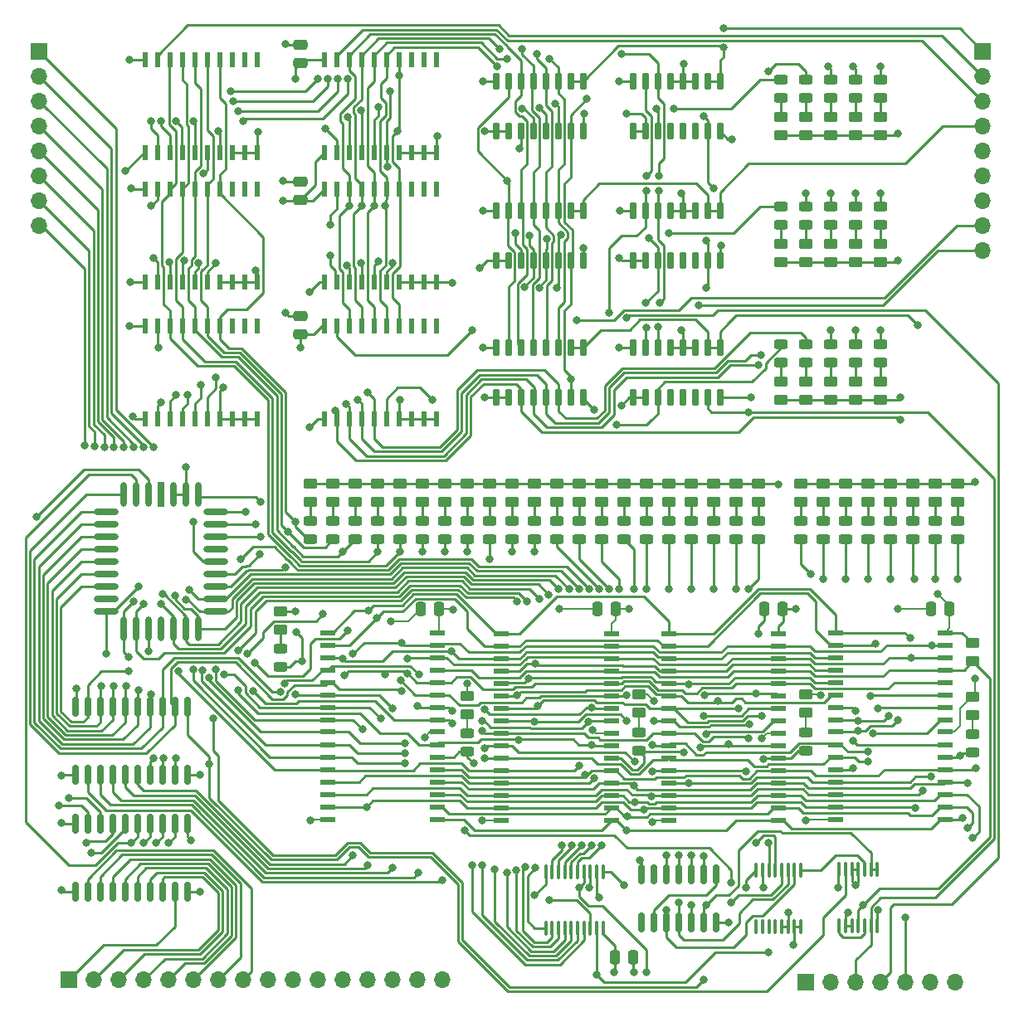
<source format=gbr>
%TF.GenerationSoftware,KiCad,Pcbnew,(6.0.0-0)*%
%TF.CreationDate,2022-03-10T23:02:48-05:00*%
%TF.ProjectId,memory,6d656d6f-7279-42e6-9b69-6361645f7063,rev?*%
%TF.SameCoordinates,Original*%
%TF.FileFunction,Copper,L1,Top*%
%TF.FilePolarity,Positive*%
%FSLAX46Y46*%
G04 Gerber Fmt 4.6, Leading zero omitted, Abs format (unit mm)*
G04 Created by KiCad (PCBNEW (6.0.0-0)) date 2022-03-10 23:02:48*
%MOMM*%
%LPD*%
G01*
G04 APERTURE LIST*
G04 Aperture macros list*
%AMRoundRect*
0 Rectangle with rounded corners*
0 $1 Rounding radius*
0 $2 $3 $4 $5 $6 $7 $8 $9 X,Y pos of 4 corners*
0 Add a 4 corners polygon primitive as box body*
4,1,4,$2,$3,$4,$5,$6,$7,$8,$9,$2,$3,0*
0 Add four circle primitives for the rounded corners*
1,1,$1+$1,$2,$3*
1,1,$1+$1,$4,$5*
1,1,$1+$1,$6,$7*
1,1,$1+$1,$8,$9*
0 Add four rect primitives between the rounded corners*
20,1,$1+$1,$2,$3,$4,$5,0*
20,1,$1+$1,$4,$5,$6,$7,0*
20,1,$1+$1,$6,$7,$8,$9,0*
20,1,$1+$1,$8,$9,$2,$3,0*%
G04 Aperture macros list end*
%TA.AperFunction,SMDPad,CuDef*%
%ADD10RoundRect,0.250000X0.450000X-0.262500X0.450000X0.262500X-0.450000X0.262500X-0.450000X-0.262500X0*%
%TD*%
%TA.AperFunction,SMDPad,CuDef*%
%ADD11RoundRect,0.250000X0.250000X0.475000X-0.250000X0.475000X-0.250000X-0.475000X0.250000X-0.475000X0*%
%TD*%
%TA.AperFunction,SMDPad,CuDef*%
%ADD12RoundRect,0.250000X-0.450000X0.262500X-0.450000X-0.262500X0.450000X-0.262500X0.450000X0.262500X0*%
%TD*%
%TA.AperFunction,SMDPad,CuDef*%
%ADD13RoundRect,0.150000X0.150000X-0.725000X0.150000X0.725000X-0.150000X0.725000X-0.150000X-0.725000X0*%
%TD*%
%TA.AperFunction,SMDPad,CuDef*%
%ADD14RoundRect,0.243750X-0.456250X0.243750X-0.456250X-0.243750X0.456250X-0.243750X0.456250X0.243750X0*%
%TD*%
%TA.AperFunction,SMDPad,CuDef*%
%ADD15R,1.600000X0.600000*%
%TD*%
%TA.AperFunction,SMDPad,CuDef*%
%ADD16R,0.600000X1.500000*%
%TD*%
%TA.AperFunction,SMDPad,CuDef*%
%ADD17RoundRect,0.243750X0.456250X-0.243750X0.456250X0.243750X-0.456250X0.243750X-0.456250X-0.243750X0*%
%TD*%
%TA.AperFunction,SMDPad,CuDef*%
%ADD18RoundRect,0.100000X-0.100000X0.637500X-0.100000X-0.637500X0.100000X-0.637500X0.100000X0.637500X0*%
%TD*%
%TA.AperFunction,SMDPad,CuDef*%
%ADD19RoundRect,0.250000X-0.250000X-0.475000X0.250000X-0.475000X0.250000X0.475000X-0.250000X0.475000X0*%
%TD*%
%TA.AperFunction,SMDPad,CuDef*%
%ADD20RoundRect,0.150000X-0.150000X0.825000X-0.150000X-0.825000X0.150000X-0.825000X0.150000X0.825000X0*%
%TD*%
%TA.AperFunction,SMDPad,CuDef*%
%ADD21RoundRect,0.250000X0.475000X-0.250000X0.475000X0.250000X-0.475000X0.250000X-0.475000X-0.250000X0*%
%TD*%
%TA.AperFunction,SMDPad,CuDef*%
%ADD22RoundRect,0.150000X0.150000X-0.837500X0.150000X0.837500X-0.150000X0.837500X-0.150000X-0.837500X0*%
%TD*%
%TA.AperFunction,SMDPad,CuDef*%
%ADD23R,0.644962X2.535553*%
%TD*%
%TA.AperFunction,SMDPad,CuDef*%
%ADD24RoundRect,0.322481X0.000000X-0.945295X0.000000X-0.945295X0.000000X0.945295X0.000000X0.945295X0*%
%TD*%
%TA.AperFunction,SMDPad,CuDef*%
%ADD25RoundRect,0.322481X-0.945295X0.000000X0.945295X0.000000X0.945295X0.000000X-0.945295X0.000000X0*%
%TD*%
%TA.AperFunction,ComponentPad*%
%ADD26R,1.700000X1.700000*%
%TD*%
%TA.AperFunction,ComponentPad*%
%ADD27O,1.700000X1.700000*%
%TD*%
%TA.AperFunction,ViaPad*%
%ADD28C,0.800000*%
%TD*%
%TA.AperFunction,Conductor*%
%ADD29C,0.250000*%
%TD*%
%TA.AperFunction,Conductor*%
%ADD30C,0.200000*%
%TD*%
G04 APERTURE END LIST*
D10*
%TO.P,R44,1*%
%TO.N,GND*%
X167386000Y-36218500D03*
%TO.P,R44,2*%
%TO.N,Net-(D43-Pad1)*%
X167386000Y-34393500D03*
%TD*%
D11*
%TO.P,C7,1*%
%TO.N,VCC*%
X159954000Y-84582000D03*
%TO.P,C7,2*%
%TO.N,GND*%
X158054000Y-84582000D03*
%TD*%
D12*
%TO.P,R28,1*%
%TO.N,GND*%
X146050000Y-71835000D03*
%TO.P,R28,2*%
%TO.N,Net-(D28-Pad1)*%
X146050000Y-73660000D03*
%TD*%
D13*
%TO.P,U20,1,Oe1*%
%TO.N,GND*%
X130683000Y-63027000D03*
%TO.P,U20,2,Oe2*%
X131953000Y-63027000D03*
%TO.P,U20,3,Q0*%
%TO.N,/Data Segments/Stack Segment/S0*%
X133223000Y-63027000D03*
%TO.P,U20,4,Q1*%
%TO.N,/Data Segments/Stack Segment/S1*%
X134493000Y-63027000D03*
%TO.P,U20,5,Q2*%
%TO.N,/Data Segments/Stack Segment/S2*%
X135763000Y-63027000D03*
%TO.P,U20,6,Q3*%
%TO.N,/Data Segments/Stack Segment/S3*%
X137033000Y-63027000D03*
%TO.P,U20,7,Cp*%
%TO.N,CLOCK*%
X138303000Y-63027000D03*
%TO.P,U20,8,GND*%
%TO.N,GND*%
X139573000Y-63027000D03*
%TO.P,U20,9,E1*%
%TO.N,~{LATCH_STACK_SEG}*%
X139573000Y-57877000D03*
%TO.P,U20,10,E2*%
X138303000Y-57877000D03*
%TO.P,U20,11,D3*%
%TO.N,BUS3*%
X137033000Y-57877000D03*
%TO.P,U20,12,D2*%
%TO.N,BUS2*%
X135763000Y-57877000D03*
%TO.P,U20,13,D1*%
%TO.N,BUS1*%
X134493000Y-57877000D03*
%TO.P,U20,14,D0*%
%TO.N,BUS0*%
X133223000Y-57877000D03*
%TO.P,U20,15,Mr*%
%TO.N,RESET*%
X131953000Y-57877000D03*
%TO.P,U20,16,VCC*%
%TO.N,VCC*%
X130683000Y-57877000D03*
%TD*%
D14*
%TO.P,D13,1,K*%
%TO.N,Net-(D13-Pad1)*%
X177800000Y-75620000D03*
%TO.P,D13,2,A*%
%TO.N,/RAM Array/D0*%
X177800000Y-77495000D03*
%TD*%
%TO.P,D29,1,K*%
%TO.N,Net-(D29-Pad1)*%
X148336000Y-75620000D03*
%TO.P,D29,2,A*%
%TO.N,/ADDR4*%
X148336000Y-77495000D03*
%TD*%
D12*
%TO.P,R31,1*%
%TO.N,GND*%
X152908000Y-71835000D03*
%TO.P,R31,2*%
%TO.N,Net-(D31-Pad1)*%
X152908000Y-73660000D03*
%TD*%
%TO.P,R13,1*%
%TO.N,GND*%
X177800000Y-71835000D03*
%TO.P,R13,2*%
%TO.N,Net-(D13-Pad1)*%
X177800000Y-73660000D03*
%TD*%
D15*
%TO.P,U7,1,A17*%
%TO.N,SEGMENT1*%
X165342000Y-86995000D03*
%TO.P,U7,2,A16*%
%TO.N,SEGMENT0*%
X165342000Y-88265000D03*
%TO.P,U7,3,A14*%
%TO.N,/ADDR14*%
X165342000Y-89535000D03*
%TO.P,U7,4,A12*%
%TO.N,/ADDR12*%
X165342000Y-90805000D03*
%TO.P,U7,5,A7*%
%TO.N,/ADDR7*%
X165342000Y-92075000D03*
%TO.P,U7,6,A6*%
%TO.N,/ADDR6*%
X165342000Y-93345000D03*
%TO.P,U7,7,A5*%
%TO.N,/ADDR5*%
X165342000Y-94615000D03*
%TO.P,U7,8,A4*%
%TO.N,/ADDR4*%
X165342000Y-95895000D03*
%TO.P,U7,9,A3*%
%TO.N,/ADDR3*%
X165342000Y-97145000D03*
%TO.P,U7,10,A2*%
%TO.N,/ADDR2*%
X165342000Y-98425000D03*
%TO.P,U7,11,A1*%
%TO.N,/ADDR1*%
X165342000Y-99695000D03*
%TO.P,U7,12,A0*%
%TO.N,/ADDR0*%
X165342000Y-100965000D03*
%TO.P,U7,13,I/O0*%
%TO.N,/RAM Array/D0*%
X165342000Y-102235000D03*
%TO.P,U7,14,I/O1*%
%TO.N,/RAM Array/D1*%
X165342000Y-103505000D03*
%TO.P,U7,15,I/O2*%
%TO.N,/RAM Array/D2*%
X165342000Y-104775000D03*
%TO.P,U7,16,GND*%
%TO.N,GND*%
X165342000Y-106045000D03*
%TO.P,U7,17,I/O3*%
%TO.N,/RAM Array/D3*%
X176542000Y-106045000D03*
%TO.P,U7,18,I/O4*%
%TO.N,/RAM Array/D4*%
X176542000Y-104775000D03*
%TO.P,U7,19,I/O5*%
%TO.N,/RAM Array/D5*%
X176542000Y-103505000D03*
%TO.P,U7,20,I/O6*%
%TO.N,/RAM Array/D6*%
X176542000Y-102235000D03*
%TO.P,U7,21,I/O7*%
%TO.N,/RAM Array/D7*%
X176542000Y-100965000D03*
%TO.P,U7,22,~{CE}*%
%TO.N,~{RAM_EN3}*%
X176542000Y-99695000D03*
%TO.P,U7,23,A10*%
%TO.N,/ADDR10*%
X176542000Y-98425000D03*
%TO.P,U7,24,~{OE}*%
%TO.N,GND*%
X176542000Y-97145000D03*
%TO.P,U7,25,A11*%
%TO.N,/ADDR11*%
X176542000Y-95895000D03*
%TO.P,U7,26,A9*%
%TO.N,/ADDR9*%
X176542000Y-94615000D03*
%TO.P,U7,27,A8*%
%TO.N,/ADDR8*%
X176542000Y-93345000D03*
%TO.P,U7,28,A13*%
%TO.N,/ADDR13*%
X176542000Y-92075000D03*
%TO.P,U7,29,~{WE}*%
%TO.N,~{RAM_WRITE}*%
X176542000Y-90805000D03*
%TO.P,U7,30,A18*%
%TO.N,SEGMENT2*%
X176542000Y-89535000D03*
%TO.P,U7,31,A15*%
%TO.N,/ADDR15*%
X176542000Y-88265000D03*
%TO.P,U7,32,VDD*%
%TO.N,VCC*%
X176542000Y-86995000D03*
%TD*%
D16*
%TO.P,U15,1,A->B*%
%TO.N,VCC*%
X113157000Y-51232000D03*
%TO.P,U15,2,A0*%
%TO.N,/Data Segments/Data Segment/S0*%
X114427000Y-51232000D03*
%TO.P,U15,3,A1*%
%TO.N,/Data Segments/Data Segment/S1*%
X115697000Y-51232000D03*
%TO.P,U15,4,A2*%
%TO.N,/Data Segments/Data Segment/S2*%
X116967000Y-51232000D03*
%TO.P,U15,5,A3*%
%TO.N,/Data Segments/Data Segment/S3*%
X118237000Y-51232000D03*
%TO.P,U15,6,A4*%
%TO.N,/Data Segments/Data Segment/S4*%
X119507000Y-51232000D03*
%TO.P,U15,7,A5*%
%TO.N,GND*%
X120777000Y-51232000D03*
%TO.P,U15,8,A6*%
X122047000Y-51232000D03*
%TO.P,U15,9,A7*%
X123317000Y-51232000D03*
%TO.P,U15,10,GND*%
X124587000Y-51232000D03*
%TO.P,U15,11,B7*%
%TO.N,unconnected-(U15-Pad11)*%
X124587000Y-41732000D03*
%TO.P,U15,12,B6*%
%TO.N,unconnected-(U15-Pad12)*%
X123317000Y-41732000D03*
%TO.P,U15,13,B5*%
%TO.N,unconnected-(U15-Pad13)*%
X122047000Y-41732000D03*
%TO.P,U15,14,B4*%
%TO.N,BUS4*%
X120777000Y-41732000D03*
%TO.P,U15,15,B3*%
%TO.N,BUS3*%
X119507000Y-41732000D03*
%TO.P,U15,16,B2*%
%TO.N,BUS2*%
X118237000Y-41732000D03*
%TO.P,U15,17,B1*%
%TO.N,BUS1*%
X116967000Y-41732000D03*
%TO.P,U15,18,B0*%
%TO.N,BUS0*%
X115697000Y-41732000D03*
%TO.P,U15,19,CE*%
%TO.N,~{ASSERT_DATA_SEG}*%
X114427000Y-41732000D03*
%TO.P,U15,20,VCC*%
%TO.N,VCC*%
X113157000Y-41732000D03*
%TD*%
D12*
%TO.P,R22,1*%
%TO.N,GND*%
X132334000Y-71835000D03*
%TO.P,R22,2*%
%TO.N,Net-(D22-Pad1)*%
X132334000Y-73660000D03*
%TD*%
D14*
%TO.P,D21,1,K*%
%TO.N,Net-(D21-Pad1)*%
X130048000Y-75620000D03*
%TO.P,D21,2,A*%
%TO.N,/ADDR12*%
X130048000Y-77495000D03*
%TD*%
%TO.P,D26,1,K*%
%TO.N,Net-(D26-Pad1)*%
X141478000Y-75620000D03*
%TO.P,D26,2,A*%
%TO.N,/ADDR7*%
X141478000Y-77495000D03*
%TD*%
D15*
%TO.P,U4,1,A17*%
%TO.N,SEGMENT1*%
X113526000Y-86995000D03*
%TO.P,U4,2,A16*%
%TO.N,SEGMENT0*%
X113526000Y-88265000D03*
%TO.P,U4,3,A14*%
%TO.N,/ADDR14*%
X113526000Y-89535000D03*
%TO.P,U4,4,A12*%
%TO.N,/ADDR12*%
X113526000Y-90805000D03*
%TO.P,U4,5,A7*%
%TO.N,/ADDR7*%
X113526000Y-92075000D03*
%TO.P,U4,6,A6*%
%TO.N,/ADDR6*%
X113526000Y-93345000D03*
%TO.P,U4,7,A5*%
%TO.N,/ADDR5*%
X113526000Y-94615000D03*
%TO.P,U4,8,A4*%
%TO.N,/ADDR4*%
X113526000Y-95895000D03*
%TO.P,U4,9,A3*%
%TO.N,/ADDR3*%
X113526000Y-97145000D03*
%TO.P,U4,10,A2*%
%TO.N,/ADDR2*%
X113526000Y-98425000D03*
%TO.P,U4,11,A1*%
%TO.N,/ADDR1*%
X113526000Y-99695000D03*
%TO.P,U4,12,A0*%
%TO.N,/ADDR0*%
X113526000Y-100965000D03*
%TO.P,U4,13,I/O0*%
%TO.N,/RAM Array/D0*%
X113526000Y-102235000D03*
%TO.P,U4,14,I/O1*%
%TO.N,/RAM Array/D1*%
X113526000Y-103505000D03*
%TO.P,U4,15,I/O2*%
%TO.N,/RAM Array/D2*%
X113526000Y-104775000D03*
%TO.P,U4,16,GND*%
%TO.N,GND*%
X113526000Y-106045000D03*
%TO.P,U4,17,I/O3*%
%TO.N,/RAM Array/D3*%
X124726000Y-106045000D03*
%TO.P,U4,18,I/O4*%
%TO.N,/RAM Array/D4*%
X124726000Y-104775000D03*
%TO.P,U4,19,I/O5*%
%TO.N,/RAM Array/D5*%
X124726000Y-103505000D03*
%TO.P,U4,20,I/O6*%
%TO.N,/RAM Array/D6*%
X124726000Y-102235000D03*
%TO.P,U4,21,I/O7*%
%TO.N,/RAM Array/D7*%
X124726000Y-100965000D03*
%TO.P,U4,22,~{CE}*%
%TO.N,~{RAM_EN0}*%
X124726000Y-99695000D03*
%TO.P,U4,23,A10*%
%TO.N,/ADDR10*%
X124726000Y-98425000D03*
%TO.P,U4,24,~{OE}*%
%TO.N,GND*%
X124726000Y-97145000D03*
%TO.P,U4,25,A11*%
%TO.N,/ADDR11*%
X124726000Y-95895000D03*
%TO.P,U4,26,A9*%
%TO.N,/ADDR9*%
X124726000Y-94615000D03*
%TO.P,U4,27,A8*%
%TO.N,/ADDR8*%
X124726000Y-93345000D03*
%TO.P,U4,28,A13*%
%TO.N,/ADDR13*%
X124726000Y-92075000D03*
%TO.P,U4,29,~{WE}*%
%TO.N,~{RAM_WRITE}*%
X124726000Y-90805000D03*
%TO.P,U4,30,A18*%
%TO.N,SEGMENT2*%
X124726000Y-89535000D03*
%TO.P,U4,31,A15*%
%TO.N,/ADDR15*%
X124726000Y-88265000D03*
%TO.P,U4,32,VDD*%
%TO.N,VCC*%
X124726000Y-86995000D03*
%TD*%
D12*
%TO.P,R9,1*%
%TO.N,GND*%
X168656000Y-71835000D03*
%TO.P,R9,2*%
%TO.N,Net-(D9-Pad1)*%
X168656000Y-73660000D03*
%TD*%
D17*
%TO.P,D39,1,K*%
%TO.N,Net-(D39-Pad1)*%
X169926000Y-45387500D03*
%TO.P,D39,2,A*%
%TO.N,/Data Segments/Data Segment/S0*%
X169926000Y-43512500D03*
%TD*%
D14*
%TO.P,D18,1,K*%
%TO.N,Net-(D18-Pad1)*%
X123198000Y-75620000D03*
%TO.P,D18,2,A*%
%TO.N,/ADDR15*%
X123198000Y-77495000D03*
%TD*%
D18*
%TO.P,U1,1*%
%TO.N,/~{EEPROM_EN}*%
X169590000Y-111183500D03*
%TO.P,U1,2*%
X168940000Y-111183500D03*
%TO.P,U1,3*%
%TO.N,Net-(U1-Pad3)*%
X168290000Y-111183500D03*
%TO.P,U1,4*%
%TO.N,~{LATCH_MAR}*%
X167640000Y-111183500D03*
%TO.P,U1,5*%
X166990000Y-111183500D03*
%TO.P,U1,6*%
%TO.N,LATCH_MAR*%
X166340000Y-111183500D03*
%TO.P,U1,7,GND*%
%TO.N,GND*%
X165690000Y-111183500D03*
%TO.P,U1,8*%
%TO.N,Net-(U1-Pad12)*%
X165690000Y-116908500D03*
%TO.P,U1,9*%
%TO.N,~{WRITE}*%
X166340000Y-116908500D03*
%TO.P,U1,10*%
X166990000Y-116908500D03*
%TO.P,U1,11*%
%TO.N,~{RAM_WRITE}*%
X167640000Y-116908500D03*
%TO.P,U1,12*%
%TO.N,Net-(U1-Pad12)*%
X168290000Y-116908500D03*
%TO.P,U1,13*%
%TO.N,CLOCK*%
X168940000Y-116908500D03*
%TO.P,U1,14,VCC*%
%TO.N,VCC*%
X169590000Y-116908500D03*
%TD*%
D14*
%TO.P,D11,1,K*%
%TO.N,Net-(D11-Pad1)*%
X173228000Y-75620000D03*
%TO.P,D11,2,A*%
%TO.N,/RAM Array/D2*%
X173228000Y-77495000D03*
%TD*%
D16*
%TO.P,U14,1,A->B*%
%TO.N,VCC*%
X94869000Y-51232000D03*
%TO.P,U14,2,A0*%
%TO.N,/Data Segments/Data Segment/S0*%
X96139000Y-51232000D03*
%TO.P,U14,3,A1*%
%TO.N,/Data Segments/Data Segment/S1*%
X97409000Y-51232000D03*
%TO.P,U14,4,A2*%
%TO.N,/Data Segments/Data Segment/S2*%
X98679000Y-51232000D03*
%TO.P,U14,5,A3*%
%TO.N,/Data Segments/Data Segment/S3*%
X99949000Y-51232000D03*
%TO.P,U14,6,A4*%
%TO.N,/Data Segments/Data Segment/S4*%
X101219000Y-51232000D03*
%TO.P,U14,7,A5*%
%TO.N,GND*%
X102489000Y-51232000D03*
%TO.P,U14,8,A6*%
X103759000Y-51232000D03*
%TO.P,U14,9,A7*%
X105029000Y-51232000D03*
%TO.P,U14,10,GND*%
X106299000Y-51232000D03*
%TO.P,U14,11,B7*%
%TO.N,unconnected-(U14-Pad11)*%
X106299000Y-41732000D03*
%TO.P,U14,12,B6*%
%TO.N,unconnected-(U14-Pad12)*%
X105029000Y-41732000D03*
%TO.P,U14,13,B5*%
%TO.N,unconnected-(U14-Pad13)*%
X103759000Y-41732000D03*
%TO.P,U14,14,B4*%
%TO.N,SEGMENT4*%
X102489000Y-41732000D03*
%TO.P,U14,15,B3*%
%TO.N,SEGMENT3*%
X101219000Y-41732000D03*
%TO.P,U14,16,B2*%
%TO.N,SEGMENT2*%
X99949000Y-41732000D03*
%TO.P,U14,17,B1*%
%TO.N,SEGMENT1*%
X98679000Y-41732000D03*
%TO.P,U14,18,B0*%
%TO.N,SEGMENT0*%
X97409000Y-41732000D03*
%TO.P,U14,19,CE*%
%TO.N,~{EN_DATA_SEG}*%
X96139000Y-41732000D03*
%TO.P,U14,20,VCC*%
%TO.N,VCC*%
X94869000Y-41732000D03*
%TD*%
D17*
%TO.P,D44,1,K*%
%TO.N,Net-(D44-Pad1)*%
X169926000Y-32433500D03*
%TO.P,D44,2,A*%
%TO.N,/Data Segments/Code Segment/S0*%
X169926000Y-30558500D03*
%TD*%
D10*
%TO.P,R45,1*%
%TO.N,GND*%
X169926000Y-36218500D03*
%TO.P,R45,2*%
%TO.N,Net-(D44-Pad1)*%
X169926000Y-34393500D03*
%TD*%
%TO.P,R46,1*%
%TO.N,GND*%
X159766000Y-63246000D03*
%TO.P,R46,2*%
%TO.N,Net-(D45-Pad1)*%
X159766000Y-61421000D03*
%TD*%
%TO.P,R42,1*%
%TO.N,GND*%
X162306000Y-36218500D03*
%TO.P,R42,2*%
%TO.N,Net-(D41-Pad1)*%
X162306000Y-34393500D03*
%TD*%
D19*
%TO.P,C8,1*%
%TO.N,VCC*%
X142814000Y-120142000D03*
%TO.P,C8,2*%
%TO.N,GND*%
X144714000Y-120142000D03*
%TD*%
D14*
%TO.P,D20,1,K*%
%TO.N,Net-(D20-Pad1)*%
X127762000Y-75620000D03*
%TO.P,D20,2,A*%
%TO.N,/ADDR13*%
X127762000Y-77495000D03*
%TD*%
D12*
%TO.P,R18,1*%
%TO.N,GND*%
X123194000Y-71835000D03*
%TO.P,R18,2*%
%TO.N,Net-(D18-Pad1)*%
X123194000Y-73660000D03*
%TD*%
D14*
%TO.P,D15,1,K*%
%TO.N,Net-(D15-Pad1)*%
X162306000Y-97210000D03*
%TO.P,D15,2,A*%
%TO.N,~{RAM_EN2}*%
X162306000Y-99085000D03*
%TD*%
D12*
%TO.P,R33,1*%
%TO.N,GND*%
X157480000Y-71835000D03*
%TO.P,R33,2*%
%TO.N,Net-(D33-Pad1)*%
X157480000Y-73660000D03*
%TD*%
D15*
%TO.P,U6,1,A17*%
%TO.N,SEGMENT1*%
X148300000Y-87122000D03*
%TO.P,U6,2,A16*%
%TO.N,SEGMENT0*%
X148300000Y-88392000D03*
%TO.P,U6,3,A14*%
%TO.N,/ADDR14*%
X148300000Y-89662000D03*
%TO.P,U6,4,A12*%
%TO.N,/ADDR12*%
X148300000Y-90932000D03*
%TO.P,U6,5,A7*%
%TO.N,/ADDR7*%
X148300000Y-92202000D03*
%TO.P,U6,6,A6*%
%TO.N,/ADDR6*%
X148300000Y-93472000D03*
%TO.P,U6,7,A5*%
%TO.N,/ADDR5*%
X148300000Y-94742000D03*
%TO.P,U6,8,A4*%
%TO.N,/ADDR4*%
X148300000Y-96022000D03*
%TO.P,U6,9,A3*%
%TO.N,/ADDR3*%
X148300000Y-97272000D03*
%TO.P,U6,10,A2*%
%TO.N,/ADDR2*%
X148300000Y-98552000D03*
%TO.P,U6,11,A1*%
%TO.N,/ADDR1*%
X148300000Y-99822000D03*
%TO.P,U6,12,A0*%
%TO.N,/ADDR0*%
X148300000Y-101092000D03*
%TO.P,U6,13,I/O0*%
%TO.N,/RAM Array/D0*%
X148300000Y-102362000D03*
%TO.P,U6,14,I/O1*%
%TO.N,/RAM Array/D1*%
X148300000Y-103632000D03*
%TO.P,U6,15,I/O2*%
%TO.N,/RAM Array/D2*%
X148300000Y-104902000D03*
%TO.P,U6,16,GND*%
%TO.N,GND*%
X148300000Y-106172000D03*
%TO.P,U6,17,I/O3*%
%TO.N,/RAM Array/D3*%
X159500000Y-106172000D03*
%TO.P,U6,18,I/O4*%
%TO.N,/RAM Array/D4*%
X159500000Y-104902000D03*
%TO.P,U6,19,I/O5*%
%TO.N,/RAM Array/D5*%
X159500000Y-103632000D03*
%TO.P,U6,20,I/O6*%
%TO.N,/RAM Array/D6*%
X159500000Y-102362000D03*
%TO.P,U6,21,I/O7*%
%TO.N,/RAM Array/D7*%
X159500000Y-101092000D03*
%TO.P,U6,22,~{CE}*%
%TO.N,~{RAM_EN2}*%
X159500000Y-99822000D03*
%TO.P,U6,23,A10*%
%TO.N,/ADDR10*%
X159500000Y-98552000D03*
%TO.P,U6,24,~{OE}*%
%TO.N,GND*%
X159500000Y-97272000D03*
%TO.P,U6,25,A11*%
%TO.N,/ADDR11*%
X159500000Y-96022000D03*
%TO.P,U6,26,A9*%
%TO.N,/ADDR9*%
X159500000Y-94742000D03*
%TO.P,U6,27,A8*%
%TO.N,/ADDR8*%
X159500000Y-93472000D03*
%TO.P,U6,28,A13*%
%TO.N,/ADDR13*%
X159500000Y-92202000D03*
%TO.P,U6,29,~{WE}*%
%TO.N,~{RAM_WRITE}*%
X159500000Y-90932000D03*
%TO.P,U6,30,A18*%
%TO.N,SEGMENT2*%
X159500000Y-89662000D03*
%TO.P,U6,31,A15*%
%TO.N,/ADDR15*%
X159500000Y-88392000D03*
%TO.P,U6,32,VDD*%
%TO.N,VCC*%
X159500000Y-87122000D03*
%TD*%
D12*
%TO.P,R2,1*%
%TO.N,GND*%
X114046000Y-71835000D03*
%TO.P,R2,2*%
%TO.N,Net-(D2-Pad1)*%
X114046000Y-73660000D03*
%TD*%
D14*
%TO.P,D17,1,K*%
%TO.N,Net-(D17-Pad1)*%
X127762000Y-97282000D03*
%TO.P,D17,2,A*%
%TO.N,~{RAM_EN0}*%
X127762000Y-99157000D03*
%TD*%
D12*
%TO.P,R16,1*%
%TO.N,GND*%
X145288000Y-93321500D03*
%TO.P,R16,2*%
%TO.N,Net-(D16-Pad1)*%
X145288000Y-95146500D03*
%TD*%
D17*
%TO.P,D38,1,K*%
%TO.N,Net-(D38-Pad1)*%
X167386000Y-45387500D03*
%TO.P,D38,2,A*%
%TO.N,/Data Segments/Data Segment/S1*%
X167386000Y-43512500D03*
%TD*%
D14*
%TO.P,D23,1,K*%
%TO.N,Net-(D23-Pad1)*%
X134620000Y-75620000D03*
%TO.P,D23,2,A*%
%TO.N,/ADDR10*%
X134620000Y-77495000D03*
%TD*%
D12*
%TO.P,R3,1*%
%TO.N,GND*%
X116332000Y-71835000D03*
%TO.P,R3,2*%
%TO.N,Net-(D3-Pad1)*%
X116332000Y-73660000D03*
%TD*%
D17*
%TO.P,D40,1,K*%
%TO.N,Net-(D40-Pad1)*%
X159766000Y-32433500D03*
%TO.P,D40,2,A*%
%TO.N,/Data Segments/Code Segment/S4*%
X159766000Y-30558500D03*
%TD*%
D13*
%TO.P,U16,1,Oe1*%
%TO.N,GND*%
X130683000Y-35849000D03*
%TO.P,U16,2,Oe2*%
X131953000Y-35849000D03*
%TO.P,U16,3,Q0*%
%TO.N,/Data Segments/Code Segment/S0*%
X133223000Y-35849000D03*
%TO.P,U16,4,Q1*%
%TO.N,/Data Segments/Code Segment/S1*%
X134493000Y-35849000D03*
%TO.P,U16,5,Q2*%
%TO.N,/Data Segments/Code Segment/S2*%
X135763000Y-35849000D03*
%TO.P,U16,6,Q3*%
%TO.N,/Data Segments/Code Segment/S3*%
X137033000Y-35849000D03*
%TO.P,U16,7,Cp*%
%TO.N,CLOCK*%
X138303000Y-35849000D03*
%TO.P,U16,8,GND*%
%TO.N,GND*%
X139573000Y-35849000D03*
%TO.P,U16,9,E1*%
%TO.N,~{LATCH_CODE_SEG}*%
X139573000Y-30699000D03*
%TO.P,U16,10,E2*%
X138303000Y-30699000D03*
%TO.P,U16,11,D3*%
%TO.N,BUS3*%
X137033000Y-30699000D03*
%TO.P,U16,12,D2*%
%TO.N,BUS2*%
X135763000Y-30699000D03*
%TO.P,U16,13,D1*%
%TO.N,BUS1*%
X134493000Y-30699000D03*
%TO.P,U16,14,D0*%
%TO.N,BUS0*%
X133223000Y-30699000D03*
%TO.P,U16,15,Mr*%
%TO.N,RESET*%
X131953000Y-30699000D03*
%TO.P,U16,16,VCC*%
%TO.N,VCC*%
X130683000Y-30699000D03*
%TD*%
D14*
%TO.P,D3,1,K*%
%TO.N,Net-(D3-Pad1)*%
X116332000Y-75620000D03*
%TO.P,D3,2,A*%
%TO.N,SEGMENT2*%
X116332000Y-77495000D03*
%TD*%
D20*
%TO.P,U2,1*%
%TO.N,Net-(U2-Pad1)*%
X153162000Y-111637000D03*
%TO.P,U2,2*%
%TO.N,/ADDR15*%
X151892000Y-111637000D03*
%TO.P,U2,3*%
%TO.N,SEGMENT0*%
X150622000Y-111637000D03*
%TO.P,U2,4*%
%TO.N,SEGMENT1*%
X149352000Y-111637000D03*
%TO.P,U2,5*%
%TO.N,SEGMENT2*%
X148082000Y-111637000D03*
%TO.P,U2,6*%
%TO.N,N/C*%
X146812000Y-111637000D03*
%TO.P,U2,7,VSS*%
%TO.N,GND*%
X145542000Y-111637000D03*
%TO.P,U2,8*%
%TO.N,N/C*%
X145542000Y-116587000D03*
%TO.P,U2,9*%
%TO.N,Net-(U2-Pad1)*%
X146812000Y-116587000D03*
%TO.P,U2,10*%
%TO.N,SEGMENT3*%
X148082000Y-116587000D03*
%TO.P,U2,11*%
%TO.N,SEGMENT4*%
X149352000Y-116587000D03*
%TO.P,U2,12*%
%TO.N,GND*%
X150622000Y-116587000D03*
%TO.P,U2,13*%
%TO.N,/~{EEPROM_EN}*%
X151892000Y-116587000D03*
%TO.P,U2,14,VDD*%
%TO.N,VCC*%
X153162000Y-116587000D03*
%TD*%
D10*
%TO.P,R47,1*%
%TO.N,GND*%
X162306000Y-63246000D03*
%TO.P,R47,2*%
%TO.N,Net-(D46-Pad1)*%
X162306000Y-61421000D03*
%TD*%
D14*
%TO.P,D25,1,K*%
%TO.N,Net-(D25-Pad1)*%
X139192000Y-75620000D03*
%TO.P,D25,2,A*%
%TO.N,/ADDR8*%
X139192000Y-77495000D03*
%TD*%
D17*
%TO.P,D45,1,K*%
%TO.N,Net-(D45-Pad1)*%
X159766000Y-59461000D03*
%TO.P,D45,2,A*%
%TO.N,/Data Segments/Stack Segment/S4*%
X159766000Y-57586000D03*
%TD*%
%TO.P,D49,1,K*%
%TO.N,Net-(D49-Pad1)*%
X169926000Y-59461000D03*
%TO.P,D49,2,A*%
%TO.N,/Data Segments/Stack Segment/S0*%
X169926000Y-57586000D03*
%TD*%
D12*
%TO.P,R35,1*%
%TO.N,GND*%
X108712000Y-84836000D03*
%TO.P,R35,2*%
%TO.N,Net-(D34-Pad1)*%
X108712000Y-86661000D03*
%TD*%
D14*
%TO.P,D10,1,K*%
%TO.N,Net-(D10-Pad1)*%
X170942000Y-75620000D03*
%TO.P,D10,2,A*%
%TO.N,/RAM Array/D3*%
X170942000Y-77495000D03*
%TD*%
%TO.P,D16,1,K*%
%TO.N,Net-(D16-Pad1)*%
X145288000Y-97185000D03*
%TO.P,D16,2,A*%
%TO.N,~{RAM_EN1}*%
X145288000Y-99060000D03*
%TD*%
D10*
%TO.P,R38,1*%
%TO.N,GND*%
X164846000Y-49172500D03*
%TO.P,R38,2*%
%TO.N,Net-(D37-Pad1)*%
X164846000Y-47347500D03*
%TD*%
%TO.P,R36,1*%
%TO.N,GND*%
X159766000Y-49172500D03*
%TO.P,R36,2*%
%TO.N,Net-(D35-Pad1)*%
X159766000Y-47347500D03*
%TD*%
D12*
%TO.P,R8,1*%
%TO.N,GND*%
X166370000Y-71835000D03*
%TO.P,R8,2*%
%TO.N,Net-(D8-Pad1)*%
X166370000Y-73660000D03*
%TD*%
D14*
%TO.P,D7,1,K*%
%TO.N,Net-(D7-Pad1)*%
X164084000Y-75620000D03*
%TO.P,D7,2,A*%
%TO.N,/RAM Array/D6*%
X164084000Y-77495000D03*
%TD*%
D12*
%TO.P,R12,1*%
%TO.N,GND*%
X175514000Y-71835000D03*
%TO.P,R12,2*%
%TO.N,Net-(D12-Pad1)*%
X175514000Y-73660000D03*
%TD*%
%TO.P,R14,1*%
%TO.N,GND*%
X179324000Y-93575500D03*
%TO.P,R14,2*%
%TO.N,Net-(D14-Pad1)*%
X179324000Y-95400500D03*
%TD*%
D10*
%TO.P,R43,1*%
%TO.N,GND*%
X164846000Y-36218500D03*
%TO.P,R43,2*%
%TO.N,Net-(D42-Pad1)*%
X164846000Y-34393500D03*
%TD*%
D17*
%TO.P,D35,1,K*%
%TO.N,Net-(D35-Pad1)*%
X159766000Y-45387500D03*
%TO.P,D35,2,A*%
%TO.N,/Data Segments/Data Segment/S4*%
X159766000Y-43512500D03*
%TD*%
D11*
%TO.P,C6,1*%
%TO.N,VCC*%
X124902000Y-84582000D03*
%TO.P,C6,2*%
%TO.N,GND*%
X123002000Y-84582000D03*
%TD*%
D14*
%TO.P,D12,1,K*%
%TO.N,Net-(D12-Pad1)*%
X175514000Y-75620000D03*
%TO.P,D12,2,A*%
%TO.N,/RAM Array/D1*%
X175514000Y-77495000D03*
%TD*%
D12*
%TO.P,R5,1*%
%TO.N,GND*%
X120904000Y-71835000D03*
%TO.P,R5,2*%
%TO.N,Net-(D5-Pad1)*%
X120904000Y-73660000D03*
%TD*%
D14*
%TO.P,D19,1,K*%
%TO.N,Net-(D19-Pad1)*%
X125476000Y-75620000D03*
%TO.P,D19,2,A*%
%TO.N,/ADDR14*%
X125476000Y-77495000D03*
%TD*%
D16*
%TO.P,U22,1,A->B*%
%TO.N,VCC*%
X94869000Y-65202000D03*
%TO.P,U22,2,A0*%
%TO.N,/Data Segments/Stack Segment/S0*%
X96139000Y-65202000D03*
%TO.P,U22,3,A1*%
%TO.N,/Data Segments/Stack Segment/S1*%
X97409000Y-65202000D03*
%TO.P,U22,4,A2*%
%TO.N,/Data Segments/Stack Segment/S2*%
X98679000Y-65202000D03*
%TO.P,U22,5,A3*%
%TO.N,/Data Segments/Stack Segment/S3*%
X99949000Y-65202000D03*
%TO.P,U22,6,A4*%
%TO.N,/Data Segments/Stack Segment/S4*%
X101219000Y-65202000D03*
%TO.P,U22,7,A5*%
%TO.N,GND*%
X102489000Y-65202000D03*
%TO.P,U22,8,A6*%
X103759000Y-65202000D03*
%TO.P,U22,9,A7*%
X105029000Y-65202000D03*
%TO.P,U22,10,GND*%
X106299000Y-65202000D03*
%TO.P,U22,11,B7*%
%TO.N,unconnected-(U22-Pad11)*%
X106299000Y-55702000D03*
%TO.P,U22,12,B6*%
%TO.N,unconnected-(U22-Pad12)*%
X105029000Y-55702000D03*
%TO.P,U22,13,B5*%
%TO.N,unconnected-(U22-Pad13)*%
X103759000Y-55702000D03*
%TO.P,U22,14,B4*%
%TO.N,SEGMENT4*%
X102489000Y-55702000D03*
%TO.P,U22,15,B3*%
%TO.N,SEGMENT3*%
X101219000Y-55702000D03*
%TO.P,U22,16,B2*%
%TO.N,SEGMENT2*%
X99949000Y-55702000D03*
%TO.P,U22,17,B1*%
%TO.N,SEGMENT1*%
X98679000Y-55702000D03*
%TO.P,U22,18,B0*%
%TO.N,SEGMENT0*%
X97409000Y-55702000D03*
%TO.P,U22,19,CE*%
%TO.N,~{EN_STACK_SEG}*%
X96139000Y-55702000D03*
%TO.P,U22,20,VCC*%
%TO.N,VCC*%
X94869000Y-55702000D03*
%TD*%
D12*
%TO.P,R10,1*%
%TO.N,GND*%
X170942000Y-71835000D03*
%TO.P,R10,2*%
%TO.N,Net-(D10-Pad1)*%
X170942000Y-73660000D03*
%TD*%
D17*
%TO.P,D37,1,K*%
%TO.N,Net-(D37-Pad1)*%
X164846000Y-45387500D03*
%TO.P,D37,2,A*%
%TO.N,/Data Segments/Data Segment/S2*%
X164846000Y-43512500D03*
%TD*%
D14*
%TO.P,D5,1,K*%
%TO.N,Net-(D5-Pad1)*%
X120904000Y-75620000D03*
%TO.P,D5,2,A*%
%TO.N,SEGMENT0*%
X120904000Y-77495000D03*
%TD*%
D12*
%TO.P,R29,1*%
%TO.N,GND*%
X148336000Y-71835000D03*
%TO.P,R29,2*%
%TO.N,Net-(D29-Pad1)*%
X148336000Y-73660000D03*
%TD*%
D17*
%TO.P,D47,1,K*%
%TO.N,Net-(D47-Pad1)*%
X164846000Y-59461000D03*
%TO.P,D47,2,A*%
%TO.N,/Data Segments/Stack Segment/S2*%
X164846000Y-57586000D03*
%TD*%
D14*
%TO.P,D14,1,K*%
%TO.N,Net-(D14-Pad1)*%
X179324000Y-97360500D03*
%TO.P,D14,2,A*%
%TO.N,~{RAM_EN3}*%
X179324000Y-99235500D03*
%TD*%
D13*
%TO.P,U17,1,Oe1*%
%TO.N,GND*%
X144653000Y-35849000D03*
%TO.P,U17,2,Oe2*%
X145923000Y-35849000D03*
%TO.P,U17,3,Q0*%
%TO.N,/Data Segments/Code Segment/S4*%
X147193000Y-35849000D03*
%TO.P,U17,4,Q1*%
%TO.N,unconnected-(U17-Pad4)*%
X148463000Y-35849000D03*
%TO.P,U17,5,Q2*%
%TO.N,unconnected-(U17-Pad5)*%
X149733000Y-35849000D03*
%TO.P,U17,6,Q3*%
%TO.N,unconnected-(U17-Pad6)*%
X151003000Y-35849000D03*
%TO.P,U17,7,Cp*%
%TO.N,CLOCK*%
X152273000Y-35849000D03*
%TO.P,U17,8,GND*%
%TO.N,GND*%
X153543000Y-35849000D03*
%TO.P,U17,9,E1*%
%TO.N,~{LATCH_CODE_SEG}*%
X153543000Y-30699000D03*
%TO.P,U17,10,E2*%
X152273000Y-30699000D03*
%TO.P,U17,11,D3*%
%TO.N,GND*%
X151003000Y-30699000D03*
%TO.P,U17,12,D2*%
X149733000Y-30699000D03*
%TO.P,U17,13,D1*%
X148463000Y-30699000D03*
%TO.P,U17,14,D0*%
%TO.N,BUS4*%
X147193000Y-30699000D03*
%TO.P,U17,15,Mr*%
%TO.N,RESET*%
X145923000Y-30699000D03*
%TO.P,U17,16,VCC*%
%TO.N,VCC*%
X144653000Y-30699000D03*
%TD*%
D12*
%TO.P,R21,1*%
%TO.N,GND*%
X130048000Y-71835000D03*
%TO.P,R21,2*%
%TO.N,Net-(D21-Pad1)*%
X130048000Y-73660000D03*
%TD*%
D10*
%TO.P,R39,1*%
%TO.N,GND*%
X167386000Y-49172500D03*
%TO.P,R39,2*%
%TO.N,Net-(D38-Pad1)*%
X167386000Y-47347500D03*
%TD*%
D15*
%TO.P,U5,1,A17*%
%TO.N,SEGMENT1*%
X131258000Y-87122000D03*
%TO.P,U5,2,A16*%
%TO.N,SEGMENT0*%
X131258000Y-88392000D03*
%TO.P,U5,3,A14*%
%TO.N,/ADDR14*%
X131258000Y-89662000D03*
%TO.P,U5,4,A12*%
%TO.N,/ADDR12*%
X131258000Y-90932000D03*
%TO.P,U5,5,A7*%
%TO.N,/ADDR7*%
X131258000Y-92202000D03*
%TO.P,U5,6,A6*%
%TO.N,/ADDR6*%
X131258000Y-93472000D03*
%TO.P,U5,7,A5*%
%TO.N,/ADDR5*%
X131258000Y-94742000D03*
%TO.P,U5,8,A4*%
%TO.N,/ADDR4*%
X131258000Y-96022000D03*
%TO.P,U5,9,A3*%
%TO.N,/ADDR3*%
X131258000Y-97272000D03*
%TO.P,U5,10,A2*%
%TO.N,/ADDR2*%
X131258000Y-98552000D03*
%TO.P,U5,11,A1*%
%TO.N,/ADDR1*%
X131258000Y-99822000D03*
%TO.P,U5,12,A0*%
%TO.N,/ADDR0*%
X131258000Y-101092000D03*
%TO.P,U5,13,I/O0*%
%TO.N,/RAM Array/D0*%
X131258000Y-102362000D03*
%TO.P,U5,14,I/O1*%
%TO.N,/RAM Array/D1*%
X131258000Y-103632000D03*
%TO.P,U5,15,I/O2*%
%TO.N,/RAM Array/D2*%
X131258000Y-104902000D03*
%TO.P,U5,16,GND*%
%TO.N,GND*%
X131258000Y-106172000D03*
%TO.P,U5,17,I/O3*%
%TO.N,/RAM Array/D3*%
X142458000Y-106172000D03*
%TO.P,U5,18,I/O4*%
%TO.N,/RAM Array/D4*%
X142458000Y-104902000D03*
%TO.P,U5,19,I/O5*%
%TO.N,/RAM Array/D5*%
X142458000Y-103632000D03*
%TO.P,U5,20,I/O6*%
%TO.N,/RAM Array/D6*%
X142458000Y-102362000D03*
%TO.P,U5,21,I/O7*%
%TO.N,/RAM Array/D7*%
X142458000Y-101092000D03*
%TO.P,U5,22,~{CE}*%
%TO.N,~{RAM_EN1}*%
X142458000Y-99822000D03*
%TO.P,U5,23,A10*%
%TO.N,/ADDR10*%
X142458000Y-98552000D03*
%TO.P,U5,24,~{OE}*%
%TO.N,GND*%
X142458000Y-97272000D03*
%TO.P,U5,25,A11*%
%TO.N,/ADDR11*%
X142458000Y-96022000D03*
%TO.P,U5,26,A9*%
%TO.N,/ADDR9*%
X142458000Y-94742000D03*
%TO.P,U5,27,A8*%
%TO.N,/ADDR8*%
X142458000Y-93472000D03*
%TO.P,U5,28,A13*%
%TO.N,/ADDR13*%
X142458000Y-92202000D03*
%TO.P,U5,29,~{WE}*%
%TO.N,~{RAM_WRITE}*%
X142458000Y-90932000D03*
%TO.P,U5,30,A18*%
%TO.N,SEGMENT2*%
X142458000Y-89662000D03*
%TO.P,U5,31,A15*%
%TO.N,/ADDR15*%
X142458000Y-88392000D03*
%TO.P,U5,32,VDD*%
%TO.N,VCC*%
X142458000Y-87122000D03*
%TD*%
D17*
%TO.P,D42,1,K*%
%TO.N,Net-(D42-Pad1)*%
X164846000Y-32433500D03*
%TO.P,D42,2,A*%
%TO.N,/Data Segments/Code Segment/S2*%
X164846000Y-30558500D03*
%TD*%
D12*
%TO.P,R30,1*%
%TO.N,GND*%
X150622000Y-71835000D03*
%TO.P,R30,2*%
%TO.N,Net-(D30-Pad1)*%
X150622000Y-73660000D03*
%TD*%
D14*
%TO.P,D22,1,K*%
%TO.N,Net-(D22-Pad1)*%
X132334000Y-75620000D03*
%TO.P,D22,2,A*%
%TO.N,/ADDR11*%
X132334000Y-77495000D03*
%TD*%
D12*
%TO.P,R17,1*%
%TO.N,GND*%
X127762000Y-93497000D03*
%TO.P,R17,2*%
%TO.N,Net-(D17-Pad1)*%
X127762000Y-95322000D03*
%TD*%
D21*
%TO.P,C2,1*%
%TO.N,VCC*%
X110744000Y-28890000D03*
%TO.P,C2,2*%
%TO.N,GND*%
X110744000Y-26990000D03*
%TD*%
D10*
%TO.P,R50,1*%
%TO.N,GND*%
X169926000Y-63246000D03*
%TO.P,R50,2*%
%TO.N,Net-(D49-Pad1)*%
X169926000Y-61421000D03*
%TD*%
D14*
%TO.P,D2,1,K*%
%TO.N,Net-(D2-Pad1)*%
X114046000Y-75620000D03*
%TO.P,D2,2,A*%
%TO.N,SEGMENT3*%
X114046000Y-77495000D03*
%TD*%
D13*
%TO.P,U13,1,Oe1*%
%TO.N,GND*%
X144653000Y-49057000D03*
%TO.P,U13,2,Oe2*%
X145923000Y-49057000D03*
%TO.P,U13,3,Q0*%
%TO.N,/Data Segments/Data Segment/S4*%
X147193000Y-49057000D03*
%TO.P,U13,4,Q1*%
%TO.N,unconnected-(U13-Pad4)*%
X148463000Y-49057000D03*
%TO.P,U13,5,Q2*%
%TO.N,unconnected-(U13-Pad5)*%
X149733000Y-49057000D03*
%TO.P,U13,6,Q3*%
%TO.N,unconnected-(U13-Pad6)*%
X151003000Y-49057000D03*
%TO.P,U13,7,Cp*%
%TO.N,CLOCK*%
X152273000Y-49057000D03*
%TO.P,U13,8,GND*%
%TO.N,GND*%
X153543000Y-49057000D03*
%TO.P,U13,9,E1*%
%TO.N,~{LATCH_DATA_SEG}*%
X153543000Y-43907000D03*
%TO.P,U13,10,E2*%
X152273000Y-43907000D03*
%TO.P,U13,11,D3*%
%TO.N,GND*%
X151003000Y-43907000D03*
%TO.P,U13,12,D2*%
X149733000Y-43907000D03*
%TO.P,U13,13,D1*%
X148463000Y-43907000D03*
%TO.P,U13,14,D0*%
%TO.N,BUS4*%
X147193000Y-43907000D03*
%TO.P,U13,15,Mr*%
%TO.N,RESET*%
X145923000Y-43907000D03*
%TO.P,U13,16,VCC*%
%TO.N,VCC*%
X144653000Y-43907000D03*
%TD*%
D22*
%TO.P,U9,1,OE*%
%TO.N,GND*%
X87757000Y-101506500D03*
%TO.P,U9,2,D0*%
%TO.N,A0*%
X89027000Y-101506500D03*
%TO.P,U9,3,D1*%
%TO.N,A1*%
X90297000Y-101506500D03*
%TO.P,U9,4,D2*%
%TO.N,A2*%
X91567000Y-101506500D03*
%TO.P,U9,5,D3*%
%TO.N,A3*%
X92837000Y-101506500D03*
%TO.P,U9,6,D4*%
%TO.N,A4*%
X94107000Y-101506500D03*
%TO.P,U9,7,D5*%
%TO.N,A5*%
X95377000Y-101506500D03*
%TO.P,U9,8,D6*%
%TO.N,A6*%
X96647000Y-101506500D03*
%TO.P,U9,9,D7*%
%TO.N,A7*%
X97917000Y-101506500D03*
%TO.P,U9,10,GND*%
%TO.N,GND*%
X99187000Y-101506500D03*
%TO.P,U9,11,Cp*%
%TO.N,LATCH_MAR*%
X99187000Y-94581500D03*
%TO.P,U9,12,Q7*%
%TO.N,/ADDR7*%
X97917000Y-94581500D03*
%TO.P,U9,13,Q6*%
%TO.N,/ADDR6*%
X96647000Y-94581500D03*
%TO.P,U9,14,Q5*%
%TO.N,/ADDR5*%
X95377000Y-94581500D03*
%TO.P,U9,15,Q4*%
%TO.N,/ADDR4*%
X94107000Y-94581500D03*
%TO.P,U9,16,Q3*%
%TO.N,/ADDR3*%
X92837000Y-94581500D03*
%TO.P,U9,17,Q2*%
%TO.N,/ADDR2*%
X91567000Y-94581500D03*
%TO.P,U9,18,Q1*%
%TO.N,/ADDR1*%
X90297000Y-94581500D03*
%TO.P,U9,19,Q0*%
%TO.N,/ADDR0*%
X89027000Y-94581500D03*
%TO.P,U9,20,VCC*%
%TO.N,VCC*%
X87757000Y-94581500D03*
%TD*%
D17*
%TO.P,D41,1,K*%
%TO.N,Net-(D41-Pad1)*%
X162306000Y-32433500D03*
%TO.P,D41,2,A*%
%TO.N,/Data Segments/Code Segment/S3*%
X162306000Y-30558500D03*
%TD*%
D11*
%TO.P,C5,1*%
%TO.N,VCC*%
X176972000Y-84582000D03*
%TO.P,C5,2*%
%TO.N,GND*%
X175072000Y-84582000D03*
%TD*%
D18*
%TO.P,U8,1,A->B*%
%TO.N,~{RAM_WRITE}*%
X141609000Y-111437500D03*
%TO.P,U8,2,A0*%
%TO.N,/RAM Array/D0*%
X140959000Y-111437500D03*
%TO.P,U8,3,A1*%
%TO.N,/RAM Array/D1*%
X140309000Y-111437500D03*
%TO.P,U8,4,A2*%
%TO.N,/RAM Array/D2*%
X139659000Y-111437500D03*
%TO.P,U8,5,A3*%
%TO.N,/RAM Array/D3*%
X139009000Y-111437500D03*
%TO.P,U8,6,A4*%
%TO.N,/RAM Array/D4*%
X138359000Y-111437500D03*
%TO.P,U8,7,A5*%
%TO.N,/RAM Array/D5*%
X137709000Y-111437500D03*
%TO.P,U8,8,A6*%
%TO.N,/RAM Array/D6*%
X137059000Y-111437500D03*
%TO.P,U8,9,A7*%
%TO.N,/RAM Array/D7*%
X136409000Y-111437500D03*
%TO.P,U8,10,GND*%
%TO.N,GND*%
X135759000Y-111437500D03*
%TO.P,U8,11,B7*%
%TO.N,BUS7*%
X135759000Y-117162500D03*
%TO.P,U8,12,B6*%
%TO.N,BUS6*%
X136409000Y-117162500D03*
%TO.P,U8,13,B5*%
%TO.N,BUS5*%
X137059000Y-117162500D03*
%TO.P,U8,14,B4*%
%TO.N,BUS4*%
X137709000Y-117162500D03*
%TO.P,U8,15,B3*%
%TO.N,BUS3*%
X138359000Y-117162500D03*
%TO.P,U8,16,B2*%
%TO.N,BUS2*%
X139009000Y-117162500D03*
%TO.P,U8,17,B1*%
%TO.N,BUS1*%
X139659000Y-117162500D03*
%TO.P,U8,18,B0*%
%TO.N,BUS0*%
X140309000Y-117162500D03*
%TO.P,U8,19,CE*%
%TO.N,~{READ}*%
X140959000Y-117162500D03*
%TO.P,U8,20,VCC*%
%TO.N,VCC*%
X141609000Y-117162500D03*
%TD*%
D14*
%TO.P,D4,1,K*%
%TO.N,Net-(D4-Pad1)*%
X118618000Y-75620000D03*
%TO.P,D4,2,A*%
%TO.N,SEGMENT1*%
X118618000Y-77495000D03*
%TD*%
%TO.P,D34,1,K*%
%TO.N,Net-(D34-Pad1)*%
X108712000Y-88621000D03*
%TO.P,D34,2,A*%
%TO.N,/~{EEPROM_EN}*%
X108712000Y-90496000D03*
%TD*%
%TO.P,D8,1,K*%
%TO.N,Net-(D8-Pad1)*%
X166370000Y-75620000D03*
%TO.P,D8,2,A*%
%TO.N,/RAM Array/D5*%
X166370000Y-77495000D03*
%TD*%
D12*
%TO.P,R11,1*%
%TO.N,GND*%
X173228000Y-71835000D03*
%TO.P,R11,2*%
%TO.N,Net-(D11-Pad1)*%
X173228000Y-73660000D03*
%TD*%
D14*
%TO.P,D31,1,K*%
%TO.N,Net-(D31-Pad1)*%
X152908000Y-75620000D03*
%TO.P,D31,2,A*%
%TO.N,/ADDR2*%
X152908000Y-77495000D03*
%TD*%
D10*
%TO.P,R48,1*%
%TO.N,GND*%
X164846000Y-63246000D03*
%TO.P,R48,2*%
%TO.N,Net-(D47-Pad1)*%
X164846000Y-61421000D03*
%TD*%
D12*
%TO.P,R20,1*%
%TO.N,GND*%
X127762000Y-71835000D03*
%TO.P,R20,2*%
%TO.N,Net-(D20-Pad1)*%
X127762000Y-73660000D03*
%TD*%
%TO.P,R19,1*%
%TO.N,GND*%
X125476000Y-71835000D03*
%TO.P,R19,2*%
%TO.N,Net-(D19-Pad1)*%
X125476000Y-73660000D03*
%TD*%
%TO.P,R32,1*%
%TO.N,GND*%
X155194000Y-71835000D03*
%TO.P,R32,2*%
%TO.N,Net-(D32-Pad1)*%
X155194000Y-73660000D03*
%TD*%
D14*
%TO.P,D1,1,K*%
%TO.N,Net-(D1-Pad1)*%
X111760000Y-75620000D03*
%TO.P,D1,2,A*%
%TO.N,SEGMENT4*%
X111760000Y-77495000D03*
%TD*%
D17*
%TO.P,D36,1,K*%
%TO.N,Net-(D36-Pad1)*%
X162306000Y-45387500D03*
%TO.P,D36,2,A*%
%TO.N,/Data Segments/Data Segment/S3*%
X162306000Y-43512500D03*
%TD*%
D14*
%TO.P,D30,1,K*%
%TO.N,Net-(D30-Pad1)*%
X150622000Y-75620000D03*
%TO.P,D30,2,A*%
%TO.N,/ADDR3*%
X150622000Y-77495000D03*
%TD*%
D12*
%TO.P,R6,1*%
%TO.N,GND*%
X161798000Y-71835000D03*
%TO.P,R6,2*%
%TO.N,Net-(D6-Pad1)*%
X161798000Y-73660000D03*
%TD*%
D22*
%TO.P,U10,1,OE*%
%TO.N,GND*%
X87757000Y-113444500D03*
%TO.P,U10,2,D0*%
%TO.N,A8*%
X89027000Y-113444500D03*
%TO.P,U10,3,D1*%
%TO.N,A9*%
X90297000Y-113444500D03*
%TO.P,U10,4,D2*%
%TO.N,A10*%
X91567000Y-113444500D03*
%TO.P,U10,5,D3*%
%TO.N,A11*%
X92837000Y-113444500D03*
%TO.P,U10,6,D4*%
%TO.N,A12*%
X94107000Y-113444500D03*
%TO.P,U10,7,D5*%
%TO.N,A13*%
X95377000Y-113444500D03*
%TO.P,U10,8,D6*%
%TO.N,A14*%
X96647000Y-113444500D03*
%TO.P,U10,9,D7*%
%TO.N,A15*%
X97917000Y-113444500D03*
%TO.P,U10,10,GND*%
%TO.N,GND*%
X99187000Y-113444500D03*
%TO.P,U10,11,Cp*%
%TO.N,LATCH_MAR*%
X99187000Y-106519500D03*
%TO.P,U10,12,Q7*%
%TO.N,/ADDR15*%
X97917000Y-106519500D03*
%TO.P,U10,13,Q6*%
%TO.N,/ADDR14*%
X96647000Y-106519500D03*
%TO.P,U10,14,Q5*%
%TO.N,/ADDR13*%
X95377000Y-106519500D03*
%TO.P,U10,15,Q4*%
%TO.N,/ADDR12*%
X94107000Y-106519500D03*
%TO.P,U10,16,Q3*%
%TO.N,/ADDR11*%
X92837000Y-106519500D03*
%TO.P,U10,17,Q2*%
%TO.N,/ADDR10*%
X91567000Y-106519500D03*
%TO.P,U10,18,Q1*%
%TO.N,/ADDR9*%
X90297000Y-106519500D03*
%TO.P,U10,19,Q0*%
%TO.N,/ADDR8*%
X89027000Y-106519500D03*
%TO.P,U10,20,VCC*%
%TO.N,VCC*%
X87757000Y-106519500D03*
%TD*%
D10*
%TO.P,R41,1*%
%TO.N,GND*%
X159766000Y-36218500D03*
%TO.P,R41,2*%
%TO.N,Net-(D40-Pad1)*%
X159766000Y-34393500D03*
%TD*%
D14*
%TO.P,D6,1,K*%
%TO.N,Net-(D6-Pad1)*%
X161798000Y-75620000D03*
%TO.P,D6,2,A*%
%TO.N,/RAM Array/D7*%
X161798000Y-77495000D03*
%TD*%
%TO.P,D33,1,K*%
%TO.N,Net-(D33-Pad1)*%
X157480000Y-75620000D03*
%TO.P,D33,2,A*%
%TO.N,/ADDR0*%
X157480000Y-77495000D03*
%TD*%
D21*
%TO.P,C1,1*%
%TO.N,VCC*%
X110744000Y-42860000D03*
%TO.P,C1,2*%
%TO.N,GND*%
X110744000Y-40960000D03*
%TD*%
D14*
%TO.P,D28,1,K*%
%TO.N,Net-(D28-Pad1)*%
X146050000Y-75620000D03*
%TO.P,D28,2,A*%
%TO.N,/ADDR5*%
X146050000Y-77495000D03*
%TD*%
D17*
%TO.P,D43,1,K*%
%TO.N,Net-(D43-Pad1)*%
X167386000Y-32433500D03*
%TO.P,D43,2,A*%
%TO.N,/Data Segments/Code Segment/S1*%
X167386000Y-30558500D03*
%TD*%
D12*
%TO.P,R15,1*%
%TO.N,GND*%
X162306000Y-93321500D03*
%TO.P,R15,2*%
%TO.N,Net-(D15-Pad1)*%
X162306000Y-95146500D03*
%TD*%
%TO.P,R7,1*%
%TO.N,GND*%
X164084000Y-71835000D03*
%TO.P,R7,2*%
%TO.N,Net-(D7-Pad1)*%
X164084000Y-73660000D03*
%TD*%
%TO.P,R27,1*%
%TO.N,GND*%
X143764000Y-71835000D03*
%TO.P,R27,2*%
%TO.N,Net-(D27-Pad1)*%
X143764000Y-73660000D03*
%TD*%
D11*
%TO.P,C4,1*%
%TO.N,VCC*%
X142936000Y-84582000D03*
%TO.P,C4,2*%
%TO.N,GND*%
X141036000Y-84582000D03*
%TD*%
D21*
%TO.P,C3,1*%
%TO.N,VCC*%
X110744000Y-56576000D03*
%TO.P,C3,2*%
%TO.N,GND*%
X110744000Y-54676000D03*
%TD*%
D16*
%TO.P,U19,1,A->B*%
%TO.N,VCC*%
X113157000Y-38024000D03*
%TO.P,U19,2,A0*%
%TO.N,/Data Segments/Code Segment/S0*%
X114427000Y-38024000D03*
%TO.P,U19,3,A1*%
%TO.N,/Data Segments/Code Segment/S1*%
X115697000Y-38024000D03*
%TO.P,U19,4,A2*%
%TO.N,/Data Segments/Code Segment/S2*%
X116967000Y-38024000D03*
%TO.P,U19,5,A3*%
%TO.N,/Data Segments/Code Segment/S3*%
X118237000Y-38024000D03*
%TO.P,U19,6,A4*%
%TO.N,/Data Segments/Code Segment/S4*%
X119507000Y-38024000D03*
%TO.P,U19,7,A5*%
%TO.N,GND*%
X120777000Y-38024000D03*
%TO.P,U19,8,A6*%
X122047000Y-38024000D03*
%TO.P,U19,9,A7*%
X123317000Y-38024000D03*
%TO.P,U19,10,GND*%
X124587000Y-38024000D03*
%TO.P,U19,11,B7*%
%TO.N,unconnected-(U19-Pad11)*%
X124587000Y-28524000D03*
%TO.P,U19,12,B6*%
%TO.N,unconnected-(U19-Pad12)*%
X123317000Y-28524000D03*
%TO.P,U19,13,B5*%
%TO.N,unconnected-(U19-Pad13)*%
X122047000Y-28524000D03*
%TO.P,U19,14,B4*%
%TO.N,BUS4*%
X120777000Y-28524000D03*
%TO.P,U19,15,B3*%
%TO.N,BUS3*%
X119507000Y-28524000D03*
%TO.P,U19,16,B2*%
%TO.N,BUS2*%
X118237000Y-28524000D03*
%TO.P,U19,17,B1*%
%TO.N,BUS1*%
X116967000Y-28524000D03*
%TO.P,U19,18,B0*%
%TO.N,BUS0*%
X115697000Y-28524000D03*
%TO.P,U19,19,CE*%
%TO.N,~{ASSERT_CODE_SEG}*%
X114427000Y-28524000D03*
%TO.P,U19,20,VCC*%
%TO.N,VCC*%
X113157000Y-28524000D03*
%TD*%
D17*
%TO.P,D48,1,K*%
%TO.N,Net-(D48-Pad1)*%
X167386000Y-59461000D03*
%TO.P,D48,2,A*%
%TO.N,/Data Segments/Stack Segment/S1*%
X167386000Y-57586000D03*
%TD*%
D14*
%TO.P,D27,1,K*%
%TO.N,Net-(D27-Pad1)*%
X143764000Y-75620000D03*
%TO.P,D27,2,A*%
%TO.N,/ADDR6*%
X143764000Y-77495000D03*
%TD*%
%TO.P,D32,1,K*%
%TO.N,Net-(D32-Pad1)*%
X155194000Y-75620000D03*
%TO.P,D32,2,A*%
%TO.N,/ADDR1*%
X155194000Y-77495000D03*
%TD*%
%TO.P,D24,1,K*%
%TO.N,Net-(D24-Pad1)*%
X136906000Y-75620000D03*
%TO.P,D24,2,A*%
%TO.N,/ADDR9*%
X136906000Y-77495000D03*
%TD*%
D12*
%TO.P,R23,1*%
%TO.N,GND*%
X134620000Y-71835000D03*
%TO.P,R23,2*%
%TO.N,Net-(D23-Pad1)*%
X134620000Y-73660000D03*
%TD*%
%TO.P,R1,1*%
%TO.N,GND*%
X111760000Y-71835000D03*
%TO.P,R1,2*%
%TO.N,Net-(D1-Pad1)*%
X111760000Y-73660000D03*
%TD*%
D10*
%TO.P,R34,1*%
%TO.N,~{RAM_WRITE}*%
X179324000Y-89916000D03*
%TO.P,R34,2*%
%TO.N,VCC*%
X179324000Y-88091000D03*
%TD*%
%TO.P,R37,1*%
%TO.N,GND*%
X162306000Y-49172500D03*
%TO.P,R37,2*%
%TO.N,Net-(D36-Pad1)*%
X162306000Y-47347500D03*
%TD*%
D12*
%TO.P,R25,1*%
%TO.N,GND*%
X139192000Y-71835000D03*
%TO.P,R25,2*%
%TO.N,Net-(D25-Pad1)*%
X139192000Y-73660000D03*
%TD*%
D13*
%TO.P,U21,1,Oe1*%
%TO.N,GND*%
X144653000Y-63027000D03*
%TO.P,U21,2,Oe2*%
X145923000Y-63027000D03*
%TO.P,U21,3,Q0*%
%TO.N,/Data Segments/Stack Segment/S4*%
X147193000Y-63027000D03*
%TO.P,U21,4,Q1*%
%TO.N,unconnected-(U21-Pad4)*%
X148463000Y-63027000D03*
%TO.P,U21,5,Q2*%
%TO.N,unconnected-(U21-Pad5)*%
X149733000Y-63027000D03*
%TO.P,U21,6,Q3*%
%TO.N,unconnected-(U21-Pad6)*%
X151003000Y-63027000D03*
%TO.P,U21,7,Cp*%
%TO.N,CLOCK*%
X152273000Y-63027000D03*
%TO.P,U21,8,GND*%
%TO.N,GND*%
X153543000Y-63027000D03*
%TO.P,U21,9,E1*%
%TO.N,~{LATCH_STACK_SEG}*%
X153543000Y-57877000D03*
%TO.P,U21,10,E2*%
X152273000Y-57877000D03*
%TO.P,U21,11,D3*%
%TO.N,GND*%
X151003000Y-57877000D03*
%TO.P,U21,12,D2*%
X149733000Y-57877000D03*
%TO.P,U21,13,D1*%
X148463000Y-57877000D03*
%TO.P,U21,14,D0*%
%TO.N,BUS4*%
X147193000Y-57877000D03*
%TO.P,U21,15,Mr*%
%TO.N,RESET*%
X145923000Y-57877000D03*
%TO.P,U21,16,VCC*%
%TO.N,VCC*%
X144653000Y-57877000D03*
%TD*%
D12*
%TO.P,R4,1*%
%TO.N,GND*%
X118618000Y-71835000D03*
%TO.P,R4,2*%
%TO.N,Net-(D4-Pad1)*%
X118618000Y-73660000D03*
%TD*%
D23*
%TO.P,U11,1,nc*%
%TO.N,unconnected-(U11-Pad1)*%
X96520000Y-72912448D03*
D24*
%TO.P,U11,2,A14*%
%TO.N,/ADDR14*%
X95250000Y-72912448D03*
%TO.P,U11,3,A12*%
%TO.N,/ADDR12*%
X93980000Y-72912448D03*
%TO.P,U11,4,A7*%
%TO.N,/ADDR7*%
X92710000Y-72912448D03*
D25*
%TO.P,U11,5,A6*%
%TO.N,/ADDR6*%
X90946448Y-74676000D03*
%TO.P,U11,6,A5*%
%TO.N,/ADDR5*%
X90946448Y-75946000D03*
%TO.P,U11,7,A4*%
%TO.N,/ADDR4*%
X90946448Y-77216000D03*
%TO.P,U11,8,A3*%
%TO.N,/ADDR3*%
X90946448Y-78486000D03*
%TO.P,U11,9,A2*%
%TO.N,/ADDR2*%
X90946448Y-79756000D03*
%TO.P,U11,10,A1*%
%TO.N,/ADDR1*%
X90946448Y-81026000D03*
%TO.P,U11,11,A0*%
%TO.N,/ADDR0*%
X90946448Y-82296000D03*
%TO.P,U11,12,nc*%
%TO.N,unconnected-(U11-Pad12)*%
X90946448Y-83566000D03*
%TO.P,U11,13,I/O0*%
%TO.N,BUS0*%
X90946448Y-84836000D03*
D24*
%TO.P,U11,14,I/O1*%
%TO.N,BUS1*%
X92710000Y-86599553D03*
%TO.P,U11,15,I/O2*%
%TO.N,BUS2*%
X93980000Y-86599553D03*
%TO.P,U11,16,Gnd*%
%TO.N,GND*%
X95250000Y-86599553D03*
%TO.P,U11,17,nc*%
%TO.N,unconnected-(U11-Pad17)*%
X96520000Y-86599553D03*
%TO.P,U11,18,I/O3*%
%TO.N,BUS3*%
X97790000Y-86599553D03*
%TO.P,U11,19,I/O4*%
%TO.N,BUS4*%
X99060000Y-86599553D03*
%TO.P,U11,20,I/O5*%
%TO.N,BUS5*%
X100330000Y-86599553D03*
D25*
%TO.P,U11,21,I/O6*%
%TO.N,BUS6*%
X102093553Y-84836000D03*
%TO.P,U11,22,I/O7*%
%TO.N,BUS7*%
X102093553Y-83566000D03*
%TO.P,U11,23,~{CE}*%
%TO.N,/~{EEPROM_EN}*%
X102093553Y-82296000D03*
%TO.P,U11,24,A10*%
%TO.N,/ADDR10*%
X102093553Y-81026000D03*
%TO.P,U11,25,~{OE}*%
%TO.N,~{READ}*%
X102093553Y-79756000D03*
%TO.P,U11,26,NC*%
%TO.N,unconnected-(U11-Pad26)*%
X102093553Y-78486000D03*
%TO.P,U11,27,A11*%
%TO.N,/ADDR11*%
X102093553Y-77216000D03*
%TO.P,U11,28,A9*%
%TO.N,/ADDR9*%
X102093553Y-75946000D03*
%TO.P,U11,29,A8*%
%TO.N,/ADDR8*%
X102093553Y-74676000D03*
D24*
%TO.P,U11,30,A13*%
%TO.N,/ADDR13*%
X100330000Y-72912448D03*
%TO.P,U11,31,~{WE}*%
%TO.N,VCC*%
X99060000Y-72912448D03*
%TO.P,U11,32,Vcc*%
X97790000Y-72912448D03*
%TD*%
D16*
%TO.P,U23,1,A->B*%
%TO.N,VCC*%
X113157000Y-65202000D03*
%TO.P,U23,2,A0*%
%TO.N,/Data Segments/Stack Segment/S0*%
X114427000Y-65202000D03*
%TO.P,U23,3,A1*%
%TO.N,/Data Segments/Stack Segment/S1*%
X115697000Y-65202000D03*
%TO.P,U23,4,A2*%
%TO.N,/Data Segments/Stack Segment/S2*%
X116967000Y-65202000D03*
%TO.P,U23,5,A3*%
%TO.N,/Data Segments/Stack Segment/S3*%
X118237000Y-65202000D03*
%TO.P,U23,6,A4*%
%TO.N,/Data Segments/Stack Segment/S4*%
X119507000Y-65202000D03*
%TO.P,U23,7,A5*%
%TO.N,GND*%
X120777000Y-65202000D03*
%TO.P,U23,8,A6*%
X122047000Y-65202000D03*
%TO.P,U23,9,A7*%
X123317000Y-65202000D03*
%TO.P,U23,10,GND*%
X124587000Y-65202000D03*
%TO.P,U23,11,B7*%
%TO.N,unconnected-(U23-Pad11)*%
X124587000Y-55702000D03*
%TO.P,U23,12,B6*%
%TO.N,unconnected-(U23-Pad12)*%
X123317000Y-55702000D03*
%TO.P,U23,13,B5*%
%TO.N,unconnected-(U23-Pad13)*%
X122047000Y-55702000D03*
%TO.P,U23,14,B4*%
%TO.N,BUS4*%
X120777000Y-55702000D03*
%TO.P,U23,15,B3*%
%TO.N,BUS3*%
X119507000Y-55702000D03*
%TO.P,U23,16,B2*%
%TO.N,BUS2*%
X118237000Y-55702000D03*
%TO.P,U23,17,B1*%
%TO.N,BUS1*%
X116967000Y-55702000D03*
%TO.P,U23,18,B0*%
%TO.N,BUS0*%
X115697000Y-55702000D03*
%TO.P,U23,19,CE*%
%TO.N,~{ASSERT_STACK_SEG}*%
X114427000Y-55702000D03*
%TO.P,U23,20,VCC*%
%TO.N,VCC*%
X113157000Y-55702000D03*
%TD*%
D12*
%TO.P,R26,1*%
%TO.N,GND*%
X141478000Y-71835000D03*
%TO.P,R26,2*%
%TO.N,Net-(D26-Pad1)*%
X141478000Y-73660000D03*
%TD*%
D16*
%TO.P,U18,1,A->B*%
%TO.N,VCC*%
X94869000Y-38024000D03*
%TO.P,U18,2,A0*%
%TO.N,/Data Segments/Code Segment/S0*%
X96139000Y-38024000D03*
%TO.P,U18,3,A1*%
%TO.N,/Data Segments/Code Segment/S1*%
X97409000Y-38024000D03*
%TO.P,U18,4,A2*%
%TO.N,/Data Segments/Code Segment/S2*%
X98679000Y-38024000D03*
%TO.P,U18,5,A3*%
%TO.N,/Data Segments/Code Segment/S3*%
X99949000Y-38024000D03*
%TO.P,U18,6,A4*%
%TO.N,/Data Segments/Code Segment/S4*%
X101219000Y-38024000D03*
%TO.P,U18,7,A5*%
%TO.N,GND*%
X102489000Y-38024000D03*
%TO.P,U18,8,A6*%
X103759000Y-38024000D03*
%TO.P,U18,9,A7*%
X105029000Y-38024000D03*
%TO.P,U18,10,GND*%
X106299000Y-38024000D03*
%TO.P,U18,11,B7*%
%TO.N,unconnected-(U18-Pad11)*%
X106299000Y-28524000D03*
%TO.P,U18,12,B6*%
%TO.N,unconnected-(U18-Pad12)*%
X105029000Y-28524000D03*
%TO.P,U18,13,B5*%
%TO.N,unconnected-(U18-Pad13)*%
X103759000Y-28524000D03*
%TO.P,U18,14,B4*%
%TO.N,SEGMENT4*%
X102489000Y-28524000D03*
%TO.P,U18,15,B3*%
%TO.N,SEGMENT3*%
X101219000Y-28524000D03*
%TO.P,U18,16,B2*%
%TO.N,SEGMENT2*%
X99949000Y-28524000D03*
%TO.P,U18,17,B1*%
%TO.N,SEGMENT1*%
X98679000Y-28524000D03*
%TO.P,U18,18,B0*%
%TO.N,SEGMENT0*%
X97409000Y-28524000D03*
%TO.P,U18,19,CE*%
%TO.N,~{EN_CODE_SEG}*%
X96139000Y-28524000D03*
%TO.P,U18,20,VCC*%
%TO.N,VCC*%
X94869000Y-28524000D03*
%TD*%
D17*
%TO.P,D46,1,K*%
%TO.N,Net-(D46-Pad1)*%
X162306000Y-59461000D03*
%TO.P,D46,2,A*%
%TO.N,/Data Segments/Stack Segment/S3*%
X162306000Y-57586000D03*
%TD*%
D10*
%TO.P,R49,1*%
%TO.N,GND*%
X167386000Y-63246000D03*
%TO.P,R49,2*%
%TO.N,Net-(D48-Pad1)*%
X167386000Y-61421000D03*
%TD*%
D13*
%TO.P,U12,1,Oe1*%
%TO.N,GND*%
X130683000Y-49057000D03*
%TO.P,U12,2,Oe2*%
X131953000Y-49057000D03*
%TO.P,U12,3,Q0*%
%TO.N,/Data Segments/Data Segment/S0*%
X133223000Y-49057000D03*
%TO.P,U12,4,Q1*%
%TO.N,/Data Segments/Data Segment/S1*%
X134493000Y-49057000D03*
%TO.P,U12,5,Q2*%
%TO.N,/Data Segments/Data Segment/S2*%
X135763000Y-49057000D03*
%TO.P,U12,6,Q3*%
%TO.N,/Data Segments/Data Segment/S3*%
X137033000Y-49057000D03*
%TO.P,U12,7,Cp*%
%TO.N,CLOCK*%
X138303000Y-49057000D03*
%TO.P,U12,8,GND*%
%TO.N,GND*%
X139573000Y-49057000D03*
%TO.P,U12,9,E1*%
%TO.N,~{LATCH_DATA_SEG}*%
X139573000Y-43907000D03*
%TO.P,U12,10,E2*%
X138303000Y-43907000D03*
%TO.P,U12,11,D3*%
%TO.N,BUS3*%
X137033000Y-43907000D03*
%TO.P,U12,12,D2*%
%TO.N,BUS2*%
X135763000Y-43907000D03*
%TO.P,U12,13,D1*%
%TO.N,BUS1*%
X134493000Y-43907000D03*
%TO.P,U12,14,D0*%
%TO.N,BUS0*%
X133223000Y-43907000D03*
%TO.P,U12,15,Mr*%
%TO.N,RESET*%
X131953000Y-43907000D03*
%TO.P,U12,16,VCC*%
%TO.N,VCC*%
X130683000Y-43907000D03*
%TD*%
D18*
%TO.P,U3,1,E*%
%TO.N,Net-(U1-Pad3)*%
X161787000Y-111249500D03*
%TO.P,U3,2,A0*%
%TO.N,SEGMENT3*%
X161137000Y-111249500D03*
%TO.P,U3,3,A1*%
%TO.N,SEGMENT4*%
X160487000Y-111249500D03*
%TO.P,U3,4,O0*%
%TO.N,~{RAM_EN0}*%
X159837000Y-111249500D03*
%TO.P,U3,5,O1*%
%TO.N,~{RAM_EN1}*%
X159187000Y-111249500D03*
%TO.P,U3,6,O2*%
%TO.N,~{RAM_EN2}*%
X158537000Y-111249500D03*
%TO.P,U3,7,O3*%
%TO.N,~{RAM_EN3}*%
X157887000Y-111249500D03*
%TO.P,U3,8,GND*%
%TO.N,GND*%
X157237000Y-111249500D03*
%TO.P,U3,9,O3*%
%TO.N,unconnected-(U3-Pad9)*%
X157237000Y-116974500D03*
%TO.P,U3,10,O2*%
%TO.N,unconnected-(U3-Pad10)*%
X157887000Y-116974500D03*
%TO.P,U3,11,O1*%
%TO.N,unconnected-(U3-Pad11)*%
X158537000Y-116974500D03*
%TO.P,U3,12,O0*%
%TO.N,unconnected-(U3-Pad12)*%
X159187000Y-116974500D03*
%TO.P,U3,13,A1*%
%TO.N,GND*%
X159837000Y-116974500D03*
%TO.P,U3,14,A0*%
X160487000Y-116974500D03*
%TO.P,U3,15,E*%
%TO.N,VCC*%
X161137000Y-116974500D03*
%TO.P,U3,16,VCC*%
X161787000Y-116974500D03*
%TD*%
D12*
%TO.P,R24,1*%
%TO.N,GND*%
X136906000Y-71835000D03*
%TO.P,R24,2*%
%TO.N,Net-(D24-Pad1)*%
X136906000Y-73660000D03*
%TD*%
D14*
%TO.P,D9,1,K*%
%TO.N,Net-(D9-Pad1)*%
X168656000Y-75620000D03*
%TO.P,D9,2,A*%
%TO.N,/RAM Array/D4*%
X168656000Y-77495000D03*
%TD*%
D10*
%TO.P,R40,1*%
%TO.N,GND*%
X169926000Y-49172500D03*
%TO.P,R40,2*%
%TO.N,Net-(D39-Pad1)*%
X169926000Y-47347500D03*
%TD*%
D26*
%TO.P,J2,1,Pin_1*%
%TO.N,BUS7*%
X84074000Y-27686000D03*
D27*
%TO.P,J2,2,Pin_2*%
%TO.N,BUS6*%
X84074000Y-30226000D03*
%TO.P,J2,3,Pin_3*%
%TO.N,BUS5*%
X84074000Y-32766000D03*
%TO.P,J2,4,Pin_4*%
%TO.N,BUS4*%
X84074000Y-35306000D03*
%TO.P,J2,5,Pin_5*%
%TO.N,BUS3*%
X84074000Y-37846000D03*
%TO.P,J2,6,Pin_6*%
%TO.N,BUS2*%
X84074000Y-40386000D03*
%TO.P,J2,7,Pin_7*%
%TO.N,BUS1*%
X84074000Y-42926000D03*
%TO.P,J2,8,Pin_8*%
%TO.N,BUS0*%
X84074000Y-45466000D03*
%TD*%
D26*
%TO.P,J4,1,Pin_1*%
%TO.N,~{LATCH_CODE_SEG}*%
X180340000Y-27696000D03*
D27*
%TO.P,J4,2,Pin_2*%
%TO.N,~{EN_CODE_SEG}*%
X180340000Y-30236000D03*
%TO.P,J4,3,Pin_3*%
%TO.N,~{ASSERT_CODE_SEG}*%
X180340000Y-32776000D03*
%TO.P,J4,4,Pin_4*%
%TO.N,~{LATCH_DATA_SEG}*%
X180340000Y-35316000D03*
%TO.P,J4,5,Pin_5*%
%TO.N,~{EN_DATA_SEG}*%
X180340000Y-37856000D03*
%TO.P,J4,6,Pin_6*%
%TO.N,~{ASSERT_DATA_SEG}*%
X180340000Y-40396000D03*
%TO.P,J4,7,Pin_7*%
%TO.N,~{LATCH_STACK_SEG}*%
X180340000Y-42936000D03*
%TO.P,J4,8,Pin_8*%
%TO.N,~{EN_STACK_SEG}*%
X180340000Y-45476000D03*
%TO.P,J4,9,Pin_9*%
%TO.N,~{ASSERT_STACK_SEG}*%
X180340000Y-48016000D03*
%TD*%
D26*
%TO.P,J1,1,Pin_1*%
%TO.N,VCC*%
X162306000Y-122682000D03*
D27*
%TO.P,J1,2,Pin_2*%
%TO.N,GND*%
X164846000Y-122682000D03*
%TO.P,J1,3,Pin_3*%
%TO.N,CLOCK*%
X167386000Y-122682000D03*
%TO.P,J1,4,Pin_4*%
%TO.N,RESET*%
X169926000Y-122682000D03*
%TO.P,J1,5,Pin_5*%
%TO.N,~{LATCH_MAR}*%
X172466000Y-122682000D03*
%TO.P,J1,6,Pin_6*%
%TO.N,~{READ}*%
X175006000Y-122682000D03*
%TO.P,J1,7,Pin_7*%
%TO.N,~{WRITE}*%
X177546000Y-122682000D03*
%TD*%
D26*
%TO.P,J3,1,Pin_1*%
%TO.N,A15*%
X87122000Y-122428000D03*
D27*
%TO.P,J3,2,Pin_2*%
%TO.N,A14*%
X89662000Y-122428000D03*
%TO.P,J3,3,Pin_3*%
%TO.N,A13*%
X92202000Y-122428000D03*
%TO.P,J3,4,Pin_4*%
%TO.N,A12*%
X94742000Y-122428000D03*
%TO.P,J3,5,Pin_5*%
%TO.N,A11*%
X97282000Y-122428000D03*
%TO.P,J3,6,Pin_6*%
%TO.N,A10*%
X99822000Y-122428000D03*
%TO.P,J3,7,Pin_7*%
%TO.N,A9*%
X102362000Y-122428000D03*
%TO.P,J3,8,Pin_8*%
%TO.N,A8*%
X104902000Y-122428000D03*
%TO.P,J3,9,Pin_9*%
%TO.N,A7*%
X107442000Y-122428000D03*
%TO.P,J3,10,Pin_10*%
%TO.N,A6*%
X109982000Y-122428000D03*
%TO.P,J3,11,Pin_11*%
%TO.N,A5*%
X112522000Y-122428000D03*
%TO.P,J3,12,Pin_12*%
%TO.N,A4*%
X115062000Y-122428000D03*
%TO.P,J3,13,Pin_13*%
%TO.N,A3*%
X117602000Y-122428000D03*
%TO.P,J3,14,Pin_14*%
%TO.N,A2*%
X120142000Y-122428000D03*
%TO.P,J3,15,Pin_15*%
%TO.N,A1*%
X122682000Y-122428000D03*
%TO.P,J3,16,Pin_16*%
%TO.N,A0*%
X125222000Y-122428000D03*
%TD*%
D28*
%TO.N,VCC*%
X111673212Y-66071581D03*
X144272000Y-84582000D03*
X129321000Y-43907000D03*
X93632420Y-64921822D03*
X154432000Y-116586000D03*
X143256000Y-57912000D03*
X111684110Y-52244922D03*
X87884000Y-92710000D03*
X161036000Y-118872000D03*
X108966000Y-42926000D03*
X93472000Y-41656000D03*
X93294000Y-28524000D03*
X92897125Y-39919033D03*
X129321000Y-57877000D03*
X175768000Y-83058000D03*
X99060000Y-70104000D03*
X161290000Y-84582000D03*
X86360000Y-106426000D03*
X126337920Y-84672642D03*
X143256000Y-30734000D03*
X143291000Y-43907000D03*
X129321000Y-30699000D03*
X169676299Y-115320299D03*
X93294000Y-55702000D03*
X142748000Y-121666000D03*
X110744000Y-57912000D03*
X93396000Y-51232000D03*
X110236000Y-30480000D03*
%TO.N,GND*%
X124714000Y-36322000D03*
X126238000Y-51308000D03*
X129258628Y-106191863D03*
X111760000Y-106172000D03*
X145375698Y-110198500D03*
X153670000Y-47498000D03*
X110236000Y-84836000D03*
X146757422Y-93973289D03*
X119932724Y-85815874D03*
X129032000Y-49792598D03*
X160528000Y-115570000D03*
X156210000Y-113030000D03*
X159512000Y-71882000D03*
X102362000Y-35814000D03*
X129540000Y-62992000D03*
X106426000Y-35909990D03*
X86360000Y-101600000D03*
X100490500Y-101506500D03*
X179578000Y-71628000D03*
X150622000Y-114808000D03*
X162306000Y-106172000D03*
X139700000Y-34036000D03*
X171958000Y-62992000D03*
X139619667Y-47714500D03*
X129540000Y-35814000D03*
X134620000Y-113792000D03*
X109220000Y-54356000D03*
X100490500Y-113444500D03*
X137118968Y-84582000D03*
X165608000Y-113030000D03*
X102870000Y-61976000D03*
X106172000Y-50000500D03*
X171704000Y-84582000D03*
X156718000Y-62992000D03*
X163830000Y-93424011D03*
X144018000Y-34036000D03*
X144780000Y-121666000D03*
X143256000Y-48768000D03*
X157795801Y-97823500D03*
X149606000Y-56134000D03*
X146601346Y-106310642D03*
X127757701Y-92239500D03*
X140716000Y-64262000D03*
X140564342Y-96983179D03*
X123411304Y-97700500D03*
X179578000Y-91694000D03*
X149606000Y-42164000D03*
X109220000Y-26924000D03*
X171704000Y-36068000D03*
X120904000Y-63246000D03*
X86360000Y-113284000D03*
X95250000Y-88900000D03*
X157480000Y-87122000D03*
X154771826Y-36671990D03*
X143472500Y-63805595D03*
X149860000Y-28956000D03*
X171704000Y-49022000D03*
X108966000Y-40894000D03*
%TO.N,/RAM Array/D7*%
X162814000Y-81026000D03*
X179673989Y-100838000D03*
X139762628Y-101536225D03*
X137414000Y-108712000D03*
%TO.N,/RAM Array/D6*%
X178816000Y-102362000D03*
X144764146Y-102653500D03*
X164084000Y-81534000D03*
X138417103Y-108699103D03*
%TO.N,/RAM Array/D5*%
X179324000Y-107950000D03*
X144878097Y-104268810D03*
X166370000Y-81534000D03*
X139437402Y-108703402D03*
%TO.N,/RAM Array/D4*%
X140457701Y-108707701D03*
X168656000Y-81534000D03*
X178816000Y-106934000D03*
X144118120Y-105724500D03*
%TO.N,/RAM Array/D3*%
X141478000Y-108712000D03*
X178308000Y-105918000D03*
X170942000Y-81534000D03*
X143974000Y-107188000D03*
%TO.N,/RAM Array/D2*%
X173468253Y-104878247D03*
X173339619Y-81534000D03*
X145781788Y-105081001D03*
X117475000Y-104775000D03*
X139208497Y-113030000D03*
X146050000Y-121666000D03*
%TO.N,/RAM Array/D1*%
X140208000Y-113030000D03*
X175514000Y-81534000D03*
X174210232Y-103138501D03*
X146558000Y-103731989D03*
%TO.N,/RAM Array/D0*%
X177804299Y-81529701D03*
X141224000Y-114046000D03*
X150368000Y-102324500D03*
X140711701Y-101849701D03*
X175055045Y-101692893D03*
%TO.N,/ADDR15*%
X121035188Y-88015188D03*
X175133000Y-88265000D03*
X151892000Y-109827522D03*
X116078000Y-89154000D03*
X123190000Y-78762383D03*
X97282000Y-108458000D03*
%TO.N,/ADDR14*%
X115062000Y-89662000D03*
X96012000Y-108458000D03*
X83820000Y-75184000D03*
X125476000Y-78762384D03*
X126122949Y-88878748D03*
%TO.N,/ADDR13*%
X119341641Y-91291149D03*
X127762000Y-78762386D03*
X121670300Y-91181700D03*
X106680000Y-73660000D03*
X115175100Y-91391441D03*
X94742000Y-108458000D03*
%TO.N,/ADDR12*%
X130048000Y-79502000D03*
X134657500Y-90207341D03*
X93472000Y-108458000D03*
X122821898Y-91308700D03*
X109130213Y-92164500D03*
%TO.N,/ADDR11*%
X89408000Y-109474000D03*
X140113378Y-96091194D03*
X126238000Y-96266000D03*
X152103098Y-97365011D03*
X169143896Y-97310703D03*
X105918000Y-92964000D03*
X129286000Y-96028497D03*
X132334000Y-78740000D03*
X106680313Y-77216000D03*
%TO.N,/ADDR10*%
X134620000Y-78740000D03*
X167136299Y-98039701D03*
X132989489Y-97996500D03*
X104380016Y-92860287D03*
X154422985Y-98410499D03*
X140425856Y-98432180D03*
X151529159Y-98760268D03*
X106617978Y-78988997D03*
X88900000Y-108458000D03*
%TO.N,/ADDR9*%
X126238000Y-94996000D03*
X129540000Y-94841989D03*
X106034031Y-90072537D03*
X141219701Y-82554299D03*
X115570000Y-86805976D03*
X140422940Y-94642193D03*
X87122000Y-103886000D03*
X122682000Y-94488000D03*
X169672000Y-94742000D03*
X151905679Y-95466500D03*
X106134500Y-75946000D03*
%TO.N,/ADDR8*%
X151972333Y-93392989D03*
X105156000Y-74676000D03*
X105333574Y-89144802D03*
X86106000Y-104648000D03*
X157226000Y-93218000D03*
X113030000Y-85090000D03*
X168910000Y-93472000D03*
X142240000Y-82550000D03*
X143988500Y-93392989D03*
X120963545Y-91888455D03*
%TO.N,/ADDR7*%
X143256000Y-82550000D03*
X121027072Y-93001500D03*
X133989843Y-91731500D03*
X150368002Y-92281011D03*
%TO.N,/ADDR6*%
X132842000Y-93392989D03*
X108667535Y-93050465D03*
X110204993Y-93271913D03*
X153283127Y-94017500D03*
X144780000Y-82550000D03*
X120146299Y-94737701D03*
%TO.N,/ADDR5*%
X155448000Y-94742000D03*
X167386000Y-94996000D03*
X134949018Y-94476683D03*
X118930771Y-95775238D03*
X157824625Y-95466500D03*
X146050000Y-82550000D03*
X95507043Y-93338512D03*
X102922032Y-91303335D03*
%TO.N,/ADDR4*%
X148336000Y-82550000D03*
X170741519Y-95545526D03*
X117056500Y-96857434D03*
X134576046Y-96091011D03*
X167640000Y-96012000D03*
X102101601Y-90732459D03*
X144018000Y-96012000D03*
X146812000Y-96012000D03*
X94234000Y-92889001D03*
X156525090Y-96349813D03*
%TO.N,/ADDR3*%
X101377101Y-91633856D03*
X167640000Y-97028000D03*
X171673791Y-95905906D03*
X150622000Y-82550000D03*
X92964000Y-92456000D03*
X121412000Y-98298000D03*
X156464000Y-97814522D03*
X129286000Y-97028000D03*
%TO.N,/ADDR2*%
X146589683Y-98452011D03*
X144811816Y-100161275D03*
X91694000Y-92456000D03*
X168656000Y-99149500D03*
X152908000Y-82550000D03*
X129540000Y-98806000D03*
X100766138Y-90842825D03*
X121412000Y-99314000D03*
%TO.N,/ADDR1*%
X168656000Y-100149003D03*
X155194000Y-82550000D03*
X90424000Y-92456000D03*
X129540000Y-99805503D03*
X121412000Y-100330000D03*
X99768098Y-90788765D03*
%TO.N,/ADDR0*%
X139192000Y-100584000D03*
X156176167Y-101187989D03*
X156464000Y-82550000D03*
X93218000Y-90932000D03*
X167132000Y-100838000D03*
X146634253Y-101148046D03*
X98298000Y-90932000D03*
%TO.N,~{LATCH_MAR}*%
X172466000Y-116078000D03*
X167386000Y-112776000D03*
%TO.N,~{READ}*%
X158496000Y-119634000D03*
X99822000Y-75692000D03*
X140959000Y-121909000D03*
%TO.N,~{WRITE}*%
X166624000Y-115570000D03*
%TO.N,BUS7*%
X134706346Y-111033029D03*
X95758000Y-68072000D03*
X139157030Y-82576370D03*
X99394759Y-82627827D03*
%TO.N,BUS6*%
X138120893Y-82587500D03*
X94737701Y-68076299D03*
X99032998Y-83611325D03*
X133712646Y-110925482D03*
%TO.N,BUS5*%
X132721489Y-111220145D03*
X93717402Y-68080598D03*
X137074658Y-82587500D03*
X97940225Y-83199627D03*
%TO.N,BUS4*%
X147402764Y-53377500D03*
X143510000Y-27940000D03*
X96702215Y-83091247D03*
X147199218Y-55781899D03*
X92717937Y-68071944D03*
X136071645Y-83121756D03*
X120670234Y-35814001D03*
X147324299Y-40348500D03*
X120777000Y-30099000D03*
X147320000Y-41910000D03*
X131771542Y-111530961D03*
%TO.N,BUS3*%
X135128000Y-83566000D03*
X130570746Y-111176053D03*
X96520000Y-84074000D03*
X136146149Y-28445851D03*
X130810000Y-29210000D03*
X91718435Y-68072000D03*
X119386438Y-43416148D03*
%TO.N,BUS2*%
X133862299Y-83815701D03*
X134874000Y-27940000D03*
X94742000Y-84074000D03*
X90718932Y-68072000D03*
X129279239Y-110759360D03*
X131826000Y-28448000D03*
X118237000Y-43471500D03*
%TO.N,BUS1*%
X89721716Y-68004440D03*
X116982086Y-43471500D03*
X131064000Y-27432000D03*
X93218000Y-89482999D03*
X128270000Y-110744000D03*
X104389563Y-88816399D03*
X133350000Y-27432000D03*
X132842000Y-83820000D03*
X93730299Y-83824299D03*
%TO.N,BUS0*%
X140199402Y-82558598D03*
X90932000Y-89154000D03*
X88725881Y-67918901D03*
X104648000Y-79502000D03*
X94234000Y-82296000D03*
X136144000Y-114300000D03*
X115712086Y-43471500D03*
%TO.N,SEGMENT2*%
X115062000Y-78740000D03*
X121666000Y-89662000D03*
X148082000Y-109728000D03*
X173069989Y-89535000D03*
%TO.N,SEGMENT1*%
X118618002Y-78740000D03*
X117648095Y-84774092D03*
X149352000Y-109728000D03*
X172953340Y-87540500D03*
%TO.N,SEGMENT0*%
X118530533Y-85498592D03*
X150622000Y-109728000D03*
X120904000Y-78740000D03*
X169418000Y-88138000D03*
%TO.N,A7*%
X98044000Y-99822000D03*
%TO.N,A6*%
X96774000Y-99822000D03*
%TO.N,A5*%
X95774497Y-99822000D03*
%TO.N,A4*%
X116078000Y-109728000D03*
%TO.N,A3*%
X117602000Y-110744000D03*
%TO.N,A2*%
X120142000Y-110998000D03*
%TO.N,A1*%
X122762333Y-111543500D03*
%TO.N,A0*%
X125215952Y-112278092D03*
%TO.N,CLOCK*%
X151892000Y-34290000D03*
X138303000Y-61087000D03*
X152160105Y-51853500D03*
X152908000Y-41656000D03*
X156463296Y-64515296D03*
X139954000Y-32512000D03*
X152141700Y-46952500D03*
%TO.N,SEGMENT4*%
X149352000Y-114554000D03*
X110198501Y-75654501D03*
%TO.N,SEGMENT3*%
X109474000Y-76708000D03*
X148082000Y-115278500D03*
%TO.N,/~{EEPROM_EN}*%
X109182546Y-80339943D03*
X152146000Y-114808000D03*
X110888695Y-89916000D03*
X151892000Y-122428000D03*
X110273500Y-86955713D03*
X101849701Y-95762299D03*
%TO.N,~{RAM_WRITE}*%
X168148000Y-114808000D03*
X143764000Y-112776000D03*
%TO.N,~{RAM_EN3}*%
X178054000Y-99568000D03*
X157988000Y-113030000D03*
%TO.N,~{RAM_EN2}*%
X157988000Y-99917988D03*
X158462500Y-108458000D03*
%TO.N,~{RAM_EN1}*%
X157226000Y-108458000D03*
X149884818Y-99256270D03*
%TO.N,~{RAM_EN0}*%
X154686000Y-112522000D03*
X128399532Y-100367500D03*
X154690299Y-114549701D03*
X127508000Y-107188000D03*
%TO.N,LATCH_MAR*%
X99568000Y-108204000D03*
X101433698Y-100412065D03*
%TO.N,/Data Segments/Data Segment/S4*%
X145947813Y-53377500D03*
X146304000Y-46736000D03*
X120142000Y-49276000D03*
X102108000Y-49276000D03*
X148336000Y-46228000D03*
%TO.N,/Data Segments/Data Segment/S3*%
X100330000Y-49276000D03*
X118692999Y-49087525D03*
X162306000Y-42164000D03*
X137297041Y-46407145D03*
X136906000Y-51816000D03*
%TO.N,/Data Segments/Data Segment/S2*%
X135128000Y-51816000D03*
X135852500Y-46787512D03*
X98880999Y-49017701D03*
X116887989Y-49296028D03*
X164846000Y-42164000D03*
%TO.N,/Data Segments/Data Segment/S1*%
X97319500Y-49202113D03*
X115438988Y-49531730D03*
X134126501Y-46458857D03*
X133608299Y-51716478D03*
X167386000Y-42164000D03*
%TO.N,/Data Segments/Data Segment/S0*%
X95758000Y-48768000D03*
X113792000Y-48514000D03*
X169926000Y-42164000D03*
X132642009Y-46231202D03*
%TO.N,/Data Segments/Code Segment/S4*%
X119888000Y-31750000D03*
X148844000Y-33528000D03*
X147066000Y-33528000D03*
X100838000Y-40132000D03*
X119596500Y-39434587D03*
%TO.N,/Data Segments/Code Segment/S3*%
X99822000Y-34798000D03*
X158475634Y-29748372D03*
X115565701Y-30484299D03*
X136756429Y-33015672D03*
X104902000Y-34798000D03*
X118713989Y-33327019D03*
%TO.N,/Data Segments/Code Segment/S2*%
X114554000Y-30480000D03*
X98044000Y-34798000D03*
X164592000Y-29210000D03*
X104394000Y-33782000D03*
X116877500Y-33679759D03*
X135088467Y-33419997D03*
%TO.N,/Data Segments/Code Segment/S1*%
X96520000Y-34798000D03*
X167132000Y-29210000D03*
X103886000Y-32766000D03*
X133350000Y-33528000D03*
X115548497Y-34379206D03*
X113538000Y-30480000D03*
%TO.N,/Data Segments/Code Segment/S0*%
X113284000Y-35560000D03*
X95504000Y-34798000D03*
X133096000Y-37592000D03*
X103632000Y-31750000D03*
X112522000Y-30480000D03*
X169926000Y-29210000D03*
%TO.N,/Data Segments/Stack Segment/S4*%
X102108000Y-60960000D03*
X124206000Y-63246000D03*
X143002000Y-65786000D03*
%TO.N,/Data Segments/Stack Segment/S3*%
X100584000Y-61722000D03*
X117602000Y-62484000D03*
%TO.N,/Data Segments/Stack Segment/S2*%
X164846000Y-56134000D03*
X116586000Y-63208500D03*
X157734000Y-58674000D03*
X99224500Y-62738000D03*
%TO.N,/Data Segments/Stack Segment/S1*%
X98044000Y-62775500D03*
X115396333Y-63658011D03*
X167386000Y-56134000D03*
X157480000Y-59690000D03*
%TO.N,/Data Segments/Stack Segment/S0*%
X171958000Y-65239796D03*
X169926000Y-56134000D03*
X114300000Y-64382511D03*
X96520000Y-63500000D03*
%TO.N,RESET*%
X146050000Y-40348500D03*
X131826000Y-40894000D03*
X144022299Y-54868299D03*
X146050000Y-41910000D03*
X146050000Y-55880000D03*
X142240000Y-54356000D03*
%TO.N,~{EN_DATA_SEG}*%
X95504000Y-43434000D03*
%TO.N,~{ASSERT_DATA_SEG}*%
X113792000Y-45370011D03*
%TO.N,~{LATCH_CODE_SEG}*%
X153897680Y-27298511D03*
X153924000Y-25353692D03*
%TO.N,~{LATCH_STACK_SEG}*%
X173736000Y-55626000D03*
%TO.N,~{EN_STACK_SEG}*%
X96266000Y-57912000D03*
X138938000Y-55118000D03*
%TO.N,~{ASSERT_STACK_SEG}*%
X151384000Y-53594000D03*
X128270000Y-56134000D03*
%TD*%
D29*
%TO.N,VCC*%
X87757000Y-106519500D02*
X86453500Y-106519500D01*
X93548000Y-41732000D02*
X93472000Y-41656000D01*
X144653000Y-30699000D02*
X143291000Y-30699000D01*
X110744000Y-56576000D02*
X110744000Y-57912000D01*
X87757000Y-94581500D02*
X87884000Y-94454500D01*
X112080000Y-56576000D02*
X110744000Y-56576000D01*
X87884000Y-94454500D02*
X87884000Y-92710000D01*
X94869000Y-65202000D02*
X93912598Y-65202000D01*
X113157000Y-28524000D02*
X111110000Y-28524000D01*
X130683000Y-30699000D02*
X129321000Y-30699000D01*
X160020000Y-85852000D02*
X160020000Y-84648000D01*
X111963000Y-42926000D02*
X108966000Y-42926000D01*
X142814000Y-121600000D02*
X142748000Y-121666000D01*
X161137000Y-116974500D02*
X161787000Y-116974500D01*
X142814000Y-118938000D02*
X142814000Y-120142000D01*
D30*
X142936000Y-85664000D02*
X142936000Y-84582000D01*
D29*
X112268000Y-41336000D02*
X110744000Y-42860000D01*
X113157000Y-55702000D02*
X112954000Y-55702000D01*
X110236000Y-30480000D02*
X110236000Y-29398000D01*
X143291000Y-30699000D02*
X143256000Y-30734000D01*
D30*
X126247278Y-84582000D02*
X126337920Y-84672642D01*
D29*
X159500000Y-87122000D02*
X159500000Y-86372000D01*
X169590000Y-115406598D02*
X169676299Y-115320299D01*
X141609000Y-117733000D02*
X142814000Y-118938000D01*
X86453500Y-106519500D02*
X86360000Y-106426000D01*
X142814000Y-120142000D02*
X142814000Y-121600000D01*
X111110000Y-28524000D02*
X110744000Y-28890000D01*
X169590000Y-116826500D02*
X169590000Y-115406598D01*
X99060000Y-72912448D02*
X97790000Y-72912448D01*
X143545000Y-57877000D02*
X143510000Y-57912000D01*
X161137000Y-116974500D02*
X161137000Y-118771000D01*
D30*
X142458000Y-86142000D02*
X142936000Y-85664000D01*
X142458000Y-87122000D02*
X142458000Y-86142000D01*
D29*
X94792158Y-38024000D02*
X92897125Y-39919033D01*
X110236000Y-29398000D02*
X110744000Y-28890000D01*
X161137000Y-118771000D02*
X161036000Y-118872000D01*
X112268000Y-38913000D02*
X112268000Y-41336000D01*
D30*
X176972000Y-84582000D02*
X176972000Y-86565000D01*
X176972000Y-84262000D02*
X175768000Y-83058000D01*
D29*
X93912598Y-65202000D02*
X93632420Y-64921822D01*
X159500000Y-86372000D02*
X160020000Y-85852000D01*
X113157000Y-38024000D02*
X112268000Y-38913000D01*
D30*
X142936000Y-84582000D02*
X144272000Y-84582000D01*
D29*
X112954000Y-55702000D02*
X112080000Y-56576000D01*
X112542793Y-65202000D02*
X111673212Y-66071581D01*
X130683000Y-57877000D02*
X129321000Y-57877000D01*
X154431000Y-116587000D02*
X154432000Y-116586000D01*
X144653000Y-57877000D02*
X143545000Y-57877000D01*
X112697032Y-51232000D02*
X111684110Y-52244922D01*
X113157000Y-51232000D02*
X112697032Y-51232000D01*
X113157000Y-41732000D02*
X111963000Y-42926000D01*
X99060000Y-72912448D02*
X99060000Y-70104000D01*
X153162000Y-116587000D02*
X154431000Y-116587000D01*
X159954000Y-84582000D02*
X161290000Y-84582000D01*
X113157000Y-65202000D02*
X112542793Y-65202000D01*
X94869000Y-51232000D02*
X93396000Y-51232000D01*
X176542000Y-86995000D02*
X178228000Y-86995000D01*
X94869000Y-28524000D02*
X93294000Y-28524000D01*
X144653000Y-43907000D02*
X143291000Y-43907000D01*
X94869000Y-41732000D02*
X93548000Y-41732000D01*
X143510000Y-57912000D02*
X143256000Y-57912000D01*
D30*
X124902000Y-86819000D02*
X124902000Y-84582000D01*
D29*
X160020000Y-84648000D02*
X159954000Y-84582000D01*
X94869000Y-38024000D02*
X94792158Y-38024000D01*
D30*
X176972000Y-84582000D02*
X176972000Y-84262000D01*
X124902000Y-84582000D02*
X126247278Y-84582000D01*
D29*
X94869000Y-55702000D02*
X93294000Y-55702000D01*
X178228000Y-86995000D02*
X179324000Y-88091000D01*
D30*
X124726000Y-86995000D02*
X124902000Y-86819000D01*
X176972000Y-86565000D02*
X176542000Y-86995000D01*
D29*
X141609000Y-117162500D02*
X141609000Y-117733000D01*
X130683000Y-43907000D02*
X129321000Y-43907000D01*
D30*
%TO.N,GND*%
X131258000Y-106172000D02*
X129278491Y-106172000D01*
D29*
X165608000Y-111265500D02*
X165608000Y-113030000D01*
X124587000Y-36449000D02*
X124714000Y-36322000D01*
D30*
X178054000Y-96520000D02*
X178054000Y-94742000D01*
D29*
X106299000Y-50127500D02*
X106172000Y-50000500D01*
X157480000Y-71835000D02*
X159465000Y-71835000D01*
X135759000Y-111437500D02*
X135759000Y-112653000D01*
D30*
X162432998Y-106045000D02*
X162305998Y-106172000D01*
D29*
X150622000Y-116587000D02*
X150622000Y-114808000D01*
X102489000Y-38024000D02*
X102489000Y-35941000D01*
X120777000Y-38024000D02*
X124587000Y-38024000D01*
X120777000Y-63373000D02*
X120904000Y-63246000D01*
X144714000Y-121600000D02*
X144780000Y-121666000D01*
X131953000Y-35849000D02*
X129575000Y-35849000D01*
D30*
X163727489Y-93321500D02*
X163830000Y-93424011D01*
D29*
X153543000Y-63027000D02*
X156683000Y-63027000D01*
X179371000Y-71835000D02*
X179578000Y-71628000D01*
X149733000Y-57877000D02*
X149733000Y-56261000D01*
X126162000Y-51232000D02*
X126238000Y-51308000D01*
D30*
X129278491Y-106172000D02*
X129258628Y-106191863D01*
D29*
X135759000Y-112653000D02*
X134620000Y-113792000D01*
X139573000Y-63119000D02*
X140716000Y-64262000D01*
X156683000Y-63027000D02*
X156718000Y-62992000D01*
D30*
X179324000Y-93575500D02*
X179578000Y-93321500D01*
D29*
X160487000Y-115611000D02*
X160528000Y-115570000D01*
D30*
X162306000Y-93321500D02*
X163727489Y-93321500D01*
X146739988Y-106172000D02*
X146601346Y-106310642D01*
X165342000Y-106045000D02*
X162432998Y-106045000D01*
D29*
X102489000Y-51232000D02*
X106299000Y-51232000D01*
X108712000Y-84836000D02*
X110236000Y-84836000D01*
X153543000Y-49057000D02*
X153543000Y-47625000D01*
X139573000Y-47761167D02*
X139619667Y-47714500D01*
X159465000Y-71835000D02*
X159512000Y-71882000D01*
X124587000Y-38024000D02*
X124587000Y-36449000D01*
X124587000Y-51232000D02*
X126162000Y-51232000D01*
X102489000Y-35941000D02*
X102362000Y-35814000D01*
X95250000Y-86599553D02*
X95250000Y-88900000D01*
X161798000Y-71835000D02*
X177800000Y-71835000D01*
X106299000Y-51232000D02*
X106299000Y-50127500D01*
X139573000Y-63027000D02*
X139573000Y-63119000D01*
D30*
X127762000Y-93497000D02*
X127762000Y-92243799D01*
D29*
X102489000Y-65202000D02*
X106299000Y-65202000D01*
X145542000Y-34036000D02*
X144018000Y-34036000D01*
D30*
X178054000Y-94742000D02*
X179220500Y-93575500D01*
D29*
X109032000Y-40960000D02*
X108966000Y-40894000D01*
X162306000Y-106172000D02*
X162305998Y-106172000D01*
X129575000Y-35849000D02*
X129540000Y-35814000D01*
X86520500Y-113444500D02*
X86360000Y-113284000D01*
X177800000Y-71835000D02*
X179371000Y-71835000D01*
X148463000Y-30699000D02*
X151003000Y-30699000D01*
X158054000Y-85786000D02*
X157480000Y-86360000D01*
X144653000Y-49057000D02*
X145923000Y-49057000D01*
X103759000Y-38024000D02*
X106299000Y-38024000D01*
X144653000Y-49057000D02*
X143545000Y-49057000D01*
X157237000Y-111249500D02*
X156210000Y-112276500D01*
D30*
X158347301Y-97272000D02*
X157795801Y-97823500D01*
D29*
X99187000Y-101506500D02*
X100490500Y-101506500D01*
X153543000Y-47625000D02*
X153670000Y-47498000D01*
D30*
X123966804Y-97145000D02*
X123411304Y-97700500D01*
D29*
X110744000Y-26990000D02*
X109286000Y-26990000D01*
X139573000Y-35849000D02*
X139573000Y-34163000D01*
X159766000Y-36218500D02*
X169926000Y-36218500D01*
X149733000Y-29083000D02*
X149860000Y-28956000D01*
X102489000Y-65202000D02*
X102489000Y-62357000D01*
X144251095Y-63027000D02*
X143472500Y-63805595D01*
X148463000Y-43907000D02*
X151003000Y-43907000D01*
X165690000Y-111183500D02*
X165608000Y-111265500D01*
X102489000Y-62357000D02*
X102870000Y-61976000D01*
X124587000Y-65202000D02*
X120777000Y-65202000D01*
X106299000Y-38024000D02*
X106299000Y-36036990D01*
X171553500Y-49172500D02*
X171704000Y-49022000D01*
D30*
X123002000Y-84582000D02*
X121768126Y-85815874D01*
D29*
X130683000Y-35849000D02*
X131953000Y-35849000D01*
X149733000Y-30699000D02*
X149733000Y-29083000D01*
D30*
X111887000Y-106045000D02*
X111760000Y-106172000D01*
D29*
X159837000Y-116974500D02*
X160487000Y-116974500D01*
X171553500Y-36218500D02*
X171704000Y-36068000D01*
X145923000Y-34417000D02*
X145542000Y-34036000D01*
X156210000Y-112276500D02*
X156210000Y-113030000D01*
X144653000Y-35849000D02*
X145923000Y-35849000D01*
X111760000Y-71835000D02*
X157480000Y-71835000D01*
X159766000Y-63246000D02*
X171704000Y-63246000D01*
X157480000Y-86360000D02*
X157480000Y-87122000D01*
D30*
X142458000Y-97272000D02*
X140853163Y-97272000D01*
D29*
X87757000Y-113444500D02*
X86520500Y-113444500D01*
X159766000Y-49172500D02*
X171553500Y-49172500D01*
X149733000Y-56261000D02*
X149606000Y-56134000D01*
X171704000Y-63246000D02*
X171958000Y-62992000D01*
X86453500Y-101506500D02*
X86360000Y-101600000D01*
X87757000Y-101506500D02*
X86453500Y-101506500D01*
X169926000Y-36218500D02*
X171553500Y-36218500D01*
D30*
X179578000Y-93321500D02*
X179578000Y-91694000D01*
D29*
X145542000Y-110364802D02*
X145375698Y-110198500D01*
D30*
X127762000Y-92243799D02*
X127757701Y-92239500D01*
X113526000Y-106045000D02*
X111887000Y-106045000D01*
D29*
X106299000Y-36036990D02*
X106426000Y-35909990D01*
X131953000Y-49057000D02*
X129767598Y-49057000D01*
D30*
X179220500Y-93575500D02*
X179324000Y-93575500D01*
D29*
X99187000Y-113444500D02*
X100490500Y-113444500D01*
X109286000Y-26990000D02*
X109220000Y-26924000D01*
X148463000Y-57877000D02*
X151003000Y-57877000D01*
X144714000Y-120142000D02*
X144714000Y-121600000D01*
D30*
X140853163Y-97272000D02*
X140564342Y-96983179D01*
D29*
X129767598Y-49057000D02*
X129032000Y-49792598D01*
D30*
X175072000Y-84582000D02*
X171704000Y-84582000D01*
X145288000Y-93321500D02*
X146105633Y-93321500D01*
X176542000Y-97145000D02*
X177429000Y-97145000D01*
D29*
X149733000Y-43907000D02*
X149733000Y-42291000D01*
X145923000Y-63027000D02*
X144251095Y-63027000D01*
X160487000Y-116974500D02*
X160487000Y-115611000D01*
D30*
X124726000Y-97145000D02*
X123966804Y-97145000D01*
X159500000Y-97272000D02*
X158347301Y-97272000D01*
D29*
X124587000Y-51232000D02*
X120777000Y-51232000D01*
X143545000Y-49057000D02*
X143256000Y-48768000D01*
X110744000Y-54676000D02*
X109540000Y-54676000D01*
D30*
X141036000Y-84582000D02*
X137118968Y-84582000D01*
D29*
X145923000Y-35849000D02*
X145923000Y-34417000D01*
X131953000Y-63027000D02*
X129575000Y-63027000D01*
D30*
X146105633Y-93321500D02*
X146757422Y-93973289D01*
X148300000Y-106172000D02*
X146739988Y-106172000D01*
D29*
X158054000Y-84582000D02*
X158054000Y-85786000D01*
D30*
X177429000Y-97145000D02*
X178054000Y-96520000D01*
D29*
X110744000Y-40960000D02*
X109032000Y-40960000D01*
X120777000Y-65202000D02*
X120777000Y-63373000D01*
X154365990Y-36671990D02*
X154771826Y-36671990D01*
D30*
X121768126Y-85815874D02*
X119932724Y-85815874D01*
D29*
X145542000Y-111637000D02*
X145542000Y-110364802D01*
X109540000Y-54676000D02*
X109220000Y-54356000D01*
X139573000Y-49057000D02*
X139573000Y-47761167D01*
X139573000Y-34163000D02*
X139700000Y-34036000D01*
X149733000Y-42291000D02*
X149606000Y-42164000D01*
X129575000Y-63027000D02*
X129540000Y-62992000D01*
X153543000Y-35849000D02*
X154365990Y-36671990D01*
%TO.N,Net-(D1-Pad1)*%
X111760000Y-75656000D02*
X111760000Y-73696000D01*
%TO.N,/RAM Array/D7*%
X146880511Y-101912489D02*
X147055511Y-101737489D01*
X127157728Y-100965000D02*
X127930217Y-101737489D01*
X161798000Y-77495000D02*
X161798000Y-80010000D01*
X169672000Y-101600000D02*
X163322000Y-101600000D01*
X155837677Y-101912489D02*
X156514657Y-101912489D01*
X136409000Y-110223592D02*
X137414000Y-109218592D01*
X163322000Y-101600000D02*
X162814000Y-101092000D01*
X161798000Y-80010000D02*
X162814000Y-81026000D01*
X157335146Y-101092000D02*
X159500000Y-101092000D01*
X127930217Y-101737489D02*
X139799313Y-101737489D01*
X147055511Y-101737489D02*
X149888900Y-101737489D01*
X137414000Y-109218592D02*
X137414000Y-108712000D01*
X179546989Y-100965000D02*
X179673989Y-100838000D01*
X155525188Y-101600000D02*
X155837677Y-101912489D01*
X143778489Y-101912489D02*
X146880511Y-101912489D01*
X150026389Y-101600000D02*
X155525188Y-101600000D01*
X142958000Y-101092000D02*
X143778489Y-101912489D01*
X149888900Y-101737489D02*
X150026389Y-101600000D01*
X136409000Y-111437500D02*
X136409000Y-110223592D01*
X124726000Y-100965000D02*
X127157728Y-100965000D01*
X142458000Y-101092000D02*
X142958000Y-101092000D01*
X140444802Y-101092000D02*
X142458000Y-101092000D01*
X176542000Y-100965000D02*
X179546989Y-100965000D01*
X162814000Y-101092000D02*
X159500000Y-101092000D01*
X156514657Y-101912489D02*
X157335146Y-101092000D01*
X170307000Y-100965000D02*
X169672000Y-101600000D01*
X176542000Y-100965000D02*
X170307000Y-100965000D01*
X139799313Y-101737489D02*
X140444802Y-101092000D01*
%TO.N,Net-(D2-Pad1)*%
X114046000Y-73696000D02*
X114046000Y-75656000D01*
%TO.N,/RAM Array/D6*%
X127127000Y-102235000D02*
X127888296Y-102996296D01*
X141224000Y-102362000D02*
X142458000Y-102362000D01*
X150067901Y-103049001D02*
X156649553Y-103049001D01*
X157336554Y-102362000D02*
X159500000Y-102362000D01*
X145118135Y-103007489D02*
X150026389Y-103007489D01*
X137059000Y-110209296D02*
X138417103Y-108851193D01*
X176359606Y-102417394D02*
X176542000Y-102235000D01*
X164084000Y-81534000D02*
X164084000Y-77495000D01*
X174751553Y-102414001D02*
X174754946Y-102417394D01*
X137059000Y-111437500D02*
X137059000Y-110209296D01*
X159500000Y-102362000D02*
X162052000Y-102362000D01*
X176542000Y-102235000D02*
X178689000Y-102235000D01*
X178689000Y-102235000D02*
X178816000Y-102362000D01*
X144472646Y-102362000D02*
X145118135Y-103007489D01*
X162052000Y-102362000D02*
X162560000Y-102870000D01*
X127888296Y-102996296D02*
X140589704Y-102996296D01*
X162560000Y-102870000D02*
X172965400Y-102870000D01*
X140589704Y-102996296D02*
X141224000Y-102362000D01*
X173421399Y-102414001D02*
X174751553Y-102414001D01*
X142458000Y-102362000D02*
X144472646Y-102362000D01*
X124726000Y-102235000D02*
X127127000Y-102235000D01*
X150026389Y-103007489D02*
X150067901Y-103049001D01*
X174754946Y-102417394D02*
X176359606Y-102417394D01*
X156649553Y-103049001D02*
X157336554Y-102362000D01*
X172965400Y-102870000D02*
X173421399Y-102414001D01*
X138417103Y-108851193D02*
X138417103Y-108699103D01*
%TO.N,Net-(D3-Pad1)*%
X116332000Y-75656000D02*
X116332000Y-73696000D01*
%TO.N,/RAM Array/D5*%
X146078900Y-104277489D02*
X146257901Y-104456490D01*
X175396511Y-104150489D02*
X163840489Y-104150489D01*
X176042000Y-103505000D02*
X175396511Y-104150489D01*
X157337962Y-103632000D02*
X159500000Y-103632000D01*
X163840489Y-104150489D02*
X163830000Y-104140000D01*
X176542000Y-103505000D02*
X178689000Y-103505000D01*
X161798000Y-103632000D02*
X159500000Y-103632000D01*
X143637704Y-103632000D02*
X144283193Y-104277489D01*
X176542000Y-103505000D02*
X176042000Y-103505000D01*
X178689000Y-103505000D02*
X179948978Y-104764978D01*
X147037100Y-104277489D02*
X156692473Y-104277489D01*
X156692473Y-104277489D02*
X157337962Y-103632000D01*
X146257901Y-104456490D02*
X146858099Y-104456490D01*
X179948978Y-107325022D02*
X179324000Y-107950000D01*
X137709000Y-110431804D02*
X139437402Y-108703402D01*
X127752215Y-104256511D02*
X140863497Y-104256511D01*
X127000704Y-103505000D02*
X127752215Y-104256511D01*
X141488008Y-103632000D02*
X142458000Y-103632000D01*
X140863497Y-104256511D02*
X141488008Y-103632000D01*
X179948978Y-104764978D02*
X179948978Y-107325022D01*
X124726000Y-103505000D02*
X127000704Y-103505000D01*
X142458000Y-103632000D02*
X143637704Y-103632000D01*
X162306000Y-104140000D02*
X161798000Y-103632000D01*
X137709000Y-111437500D02*
X137709000Y-110431804D01*
X144283193Y-104277489D02*
X146078900Y-104277489D01*
X146858099Y-104456490D02*
X147037100Y-104277489D01*
X166370000Y-81534000D02*
X166370000Y-77495000D01*
X163830000Y-104140000D02*
X162306000Y-104140000D01*
%TO.N,Net-(D4-Pad1)*%
X118618000Y-73696000D02*
X118618000Y-75656000D01*
%TO.N,/RAM Array/D4*%
X162052000Y-105410000D02*
X172711400Y-105410000D01*
X141833489Y-105526511D02*
X142458000Y-104902000D01*
X129558727Y-105467362D02*
X129617876Y-105526511D01*
X176042000Y-104775000D02*
X176542000Y-104775000D01*
X159000000Y-104902000D02*
X158375489Y-105526511D01*
X138359000Y-110433296D02*
X139259806Y-109532490D01*
X124726000Y-104775000D02*
X125226000Y-104775000D01*
X144199122Y-105805502D02*
X144118120Y-105724500D01*
X143780500Y-105724500D02*
X144118120Y-105724500D01*
X129617876Y-105526511D02*
X141833489Y-105526511D01*
X142458000Y-104902000D02*
X142958000Y-104902000D01*
X159500000Y-104902000D02*
X161544000Y-104902000D01*
X139259806Y-109532490D02*
X139632912Y-109532490D01*
X175190499Y-105626501D02*
X176042000Y-104775000D01*
X138359000Y-111437500D02*
X138359000Y-110433296D01*
X178689000Y-104775000D02*
X179324000Y-105410000D01*
X125226000Y-104775000D02*
X125918362Y-105467362D01*
X179324000Y-105410000D02*
X179324000Y-106426000D01*
X176542000Y-104775000D02*
X178689000Y-104775000D01*
X146081887Y-105805502D02*
X144199122Y-105805502D01*
X142958000Y-104902000D02*
X143780500Y-105724500D01*
X125918362Y-105467362D02*
X129558727Y-105467362D01*
X146360878Y-105526511D02*
X146081887Y-105805502D01*
X158375489Y-105526511D02*
X146360878Y-105526511D01*
X172711400Y-105410000D02*
X172927901Y-105626501D01*
X168656000Y-81534000D02*
X168656000Y-77495000D01*
X172927901Y-105626501D02*
X175190499Y-105626501D01*
X179324000Y-106426000D02*
X178816000Y-106934000D01*
X139632912Y-109532490D02*
X140457701Y-108707701D01*
X159500000Y-104902000D02*
X159000000Y-104902000D01*
X161544000Y-104902000D02*
X162052000Y-105410000D01*
%TO.N,Net-(D5-Pad1)*%
X120904000Y-75656000D02*
X120904000Y-73696000D01*
%TO.N,/RAM Array/D3*%
X139009000Y-110419000D02*
X139446000Y-109982000D01*
X124726000Y-106045000D02*
X127389600Y-106045000D01*
X127389600Y-106045000D02*
X128532600Y-107188000D01*
X176542000Y-106045000D02*
X176042000Y-106045000D01*
X175094511Y-106992489D02*
X160820489Y-106992489D01*
X143974000Y-107188000D02*
X154178000Y-107188000D01*
X141442000Y-107188000D02*
X142458000Y-106172000D01*
X128532600Y-107188000D02*
X141442000Y-107188000D01*
X142458000Y-106172000D02*
X142958000Y-106172000D01*
X176042000Y-106045000D02*
X175094511Y-106992489D01*
X139954000Y-109982000D02*
X140208000Y-109982000D01*
X155194000Y-106172000D02*
X159500000Y-106172000D01*
X160000000Y-106172000D02*
X159500000Y-106172000D01*
X140208000Y-109982000D02*
X141478000Y-108712000D01*
X139446000Y-109982000D02*
X139954000Y-109982000D01*
X139009000Y-111437500D02*
X139009000Y-110419000D01*
X154178000Y-107188000D02*
X155194000Y-106172000D01*
X178181000Y-106045000D02*
X178308000Y-105918000D01*
X176542000Y-106045000D02*
X178181000Y-106045000D01*
X170942000Y-81534000D02*
X170942000Y-77495000D01*
X160820489Y-106992489D02*
X160000000Y-106172000D01*
X142958000Y-106172000D02*
X143974000Y-107188000D01*
%TO.N,Net-(D6-Pad1)*%
X161798000Y-75620000D02*
X161798000Y-73660000D01*
%TO.N,/RAM Array/D2*%
X156703666Y-104902000D02*
X157328177Y-104277489D01*
X113526000Y-104775000D02*
X117475000Y-104775000D01*
X148300000Y-104902000D02*
X156703666Y-104902000D01*
X139208497Y-113934793D02*
X139208497Y-113030000D01*
X161807785Y-104277489D02*
X162305296Y-104775000D01*
X145956788Y-104906001D02*
X145781788Y-105081001D01*
X139659000Y-111437500D02*
X139659000Y-112554400D01*
X173228000Y-81422381D02*
X173339619Y-81534000D01*
X162305296Y-104775000D02*
X165342000Y-104775000D01*
X148300000Y-104902000D02*
X148295999Y-104906001D01*
X127762000Y-104902000D02*
X127010489Y-104150489D01*
X143647489Y-104277489D02*
X144451001Y-105081001D01*
X131258000Y-104902000D02*
X127762000Y-104902000D01*
X148295999Y-104906001D02*
X145956788Y-104906001D01*
X127010489Y-104150489D02*
X118099511Y-104150489D01*
X140140193Y-114866489D02*
X139208497Y-113934793D01*
X146050000Y-121666000D02*
X146050000Y-119380000D01*
X118099511Y-104150489D02*
X117475000Y-104775000D01*
X146050000Y-119380000D02*
X141536489Y-114866489D01*
X140853718Y-104902000D02*
X141478229Y-104277489D01*
X165342000Y-104775000D02*
X173365006Y-104775000D01*
X144451001Y-105081001D02*
X145781788Y-105081001D01*
X157328177Y-104277489D02*
X161807785Y-104277489D01*
X139659000Y-112554400D02*
X139208497Y-113004903D01*
X131258000Y-104902000D02*
X140853718Y-104902000D01*
X173228000Y-77495000D02*
X173228000Y-81422381D01*
X173365006Y-104775000D02*
X173468253Y-104878247D01*
X141536489Y-114866489D02*
X140140193Y-114866489D01*
X141478229Y-104277489D02*
X143647489Y-104277489D01*
X139208497Y-113004903D02*
X139208497Y-113030000D01*
%TO.N,Net-(D7-Pad1)*%
X164084000Y-75620000D02*
X164084000Y-73660000D01*
%TO.N,/RAM Array/D1*%
X162559296Y-103505000D02*
X165342000Y-103505000D01*
X141476815Y-103007489D02*
X144041178Y-103007489D01*
X140309000Y-111437500D02*
X140309000Y-112929000D01*
X127763408Y-103632000D02*
X131258000Y-103632000D01*
X146657989Y-103632000D02*
X146558000Y-103731989D01*
X140309000Y-112929000D02*
X140208000Y-113030000D01*
X131258000Y-103632000D02*
X140852304Y-103632000D01*
X175514000Y-81534000D02*
X175514000Y-77495000D01*
X165342000Y-103505000D02*
X173843733Y-103505000D01*
X127001408Y-102870000D02*
X127763408Y-103632000D01*
X148300000Y-103632000D02*
X156702258Y-103632000D01*
X118110000Y-102870000D02*
X127001408Y-102870000D01*
X148300000Y-103632000D02*
X146657989Y-103632000D01*
X146370320Y-103544309D02*
X146558000Y-103731989D01*
X144041178Y-103007489D02*
X144577998Y-103544309D01*
X144577998Y-103544309D02*
X146370320Y-103544309D01*
X156702258Y-103632000D02*
X157347747Y-102986511D01*
X113526000Y-103505000D02*
X117475000Y-103505000D01*
X162040807Y-102986511D02*
X162559296Y-103505000D01*
X117475000Y-103505000D02*
X118110000Y-102870000D01*
X173843733Y-103505000D02*
X174210232Y-103138501D01*
X157347747Y-102986511D02*
X162040807Y-102986511D01*
X140852304Y-103632000D02*
X141476815Y-103007489D01*
%TO.N,Net-(D8-Pad1)*%
X166370000Y-73660000D02*
X166370000Y-75620000D01*
%TO.N,/RAM Array/D0*%
X162941000Y-102235000D02*
X165342000Y-102235000D01*
X131258000Y-102362000D02*
X140199402Y-102362000D01*
X162443489Y-101737489D02*
X162941000Y-102235000D01*
X177800000Y-77495000D02*
X177800000Y-81525402D01*
X140199402Y-102362000D02*
X140711701Y-101849701D01*
X177800000Y-81525402D02*
X177804299Y-81529701D01*
X127127704Y-101600000D02*
X127889704Y-102362000D01*
X116713000Y-102235000D02*
X117348000Y-101600000D01*
X113526000Y-102235000D02*
X116713000Y-102235000D01*
X127889704Y-102362000D02*
X131258000Y-102362000D01*
X173506803Y-101692893D02*
X175055045Y-101692893D01*
X165342000Y-102235000D02*
X172964696Y-102235000D01*
X172964696Y-102235000D02*
X173506803Y-101692893D01*
X156700850Y-102362000D02*
X157325361Y-101737489D01*
X148300000Y-102362000D02*
X156700850Y-102362000D01*
X157325361Y-101737489D02*
X162443489Y-101737489D01*
X140959000Y-111437500D02*
X140959000Y-113781000D01*
X117348000Y-101600000D02*
X127127704Y-101600000D01*
X140959000Y-113781000D02*
X141224000Y-114046000D01*
%TO.N,Net-(D9-Pad1)*%
X168656000Y-75620000D02*
X168656000Y-73660000D01*
%TO.N,Net-(D10-Pad1)*%
X170942000Y-73660000D02*
X170942000Y-75620000D01*
%TO.N,Net-(D11-Pad1)*%
X173228000Y-75620000D02*
X173228000Y-73660000D01*
%TO.N,Net-(D12-Pad1)*%
X175514000Y-73660000D02*
X175514000Y-75620000D01*
%TO.N,Net-(D13-Pad1)*%
X177800000Y-75620000D02*
X177800000Y-73660000D01*
%TO.N,/ADDR15*%
X123198000Y-77495000D02*
X123198000Y-78754383D01*
X133282198Y-88841520D02*
X133731718Y-88392000D01*
X142458000Y-88392000D02*
X146728786Y-88392000D01*
X123198000Y-78754383D02*
X123190000Y-78762383D01*
X146728786Y-88392000D02*
X147353764Y-89016978D01*
X133105785Y-89016511D02*
X133280776Y-88841520D01*
X133731718Y-88392000D02*
X142458000Y-88392000D01*
X162715717Y-88392000D02*
X163213228Y-88889511D01*
X124836753Y-88154247D02*
X127024847Y-88154247D01*
X169936489Y-88889511D02*
X170561000Y-88265000D01*
X147353764Y-89016978D02*
X153679318Y-89016978D01*
X127024847Y-88154247D02*
X127887111Y-89016511D01*
X163213228Y-88889511D02*
X169936489Y-88889511D01*
X133280776Y-88841520D02*
X133282198Y-88841520D01*
X170561000Y-88265000D02*
X175133000Y-88265000D01*
X124726000Y-88265000D02*
X124836753Y-88154247D01*
X175133000Y-88265000D02*
X176542000Y-88265000D01*
X151892000Y-111637000D02*
X151892000Y-109827522D01*
X127887111Y-89016511D02*
X133105785Y-89016511D01*
X124726000Y-88265000D02*
X121285000Y-88265000D01*
X97917000Y-106519500D02*
X97917000Y-107823000D01*
X159500000Y-88392000D02*
X162715717Y-88392000D01*
X117216812Y-88015188D02*
X116078000Y-89154000D01*
X154304296Y-88392000D02*
X159500000Y-88392000D01*
X97917000Y-107823000D02*
X97282000Y-108458000D01*
X153679318Y-89016978D02*
X154304296Y-88392000D01*
X121285000Y-88265000D02*
X121035188Y-88015188D01*
X121035188Y-88015188D02*
X117216812Y-88015188D01*
D30*
%TO.N,Net-(D14-Pad1)*%
X179324000Y-95400500D02*
X179324000Y-97360500D01*
D29*
%TO.N,/ADDR14*%
X95250000Y-71374000D02*
X94742000Y-70866000D01*
X115062000Y-89662000D02*
X115316000Y-89916000D01*
X133742911Y-89016511D02*
X146717592Y-89016511D01*
X113526000Y-89535000D02*
X114935000Y-89535000D01*
X96647000Y-106519500D02*
X96647000Y-107823000D01*
X146717592Y-89016511D02*
X147226061Y-89524980D01*
X131258000Y-89662000D02*
X133096000Y-89662000D01*
X92964000Y-70358000D02*
X88646000Y-70358000D01*
X94234000Y-70358000D02*
X92964000Y-70358000D01*
X119126000Y-89916000D02*
X120142000Y-88900000D01*
X133468392Y-89291030D02*
X133742911Y-89016511D01*
X153670000Y-89662000D02*
X154294511Y-89037489D01*
X147226061Y-89524980D02*
X148162980Y-89524980D01*
X163223013Y-89535000D02*
X165342000Y-89535000D01*
X87376000Y-71628000D02*
X83820000Y-75184000D01*
X131258000Y-89662000D02*
X126906201Y-89662000D01*
X133096000Y-89662000D02*
X133466969Y-89291031D01*
X95250000Y-72912448D02*
X95250000Y-71374000D01*
X94742000Y-70866000D02*
X94234000Y-70358000D01*
X120142000Y-88900000D02*
X126101697Y-88900000D01*
X148162980Y-89524980D02*
X148300000Y-89662000D01*
X115316000Y-89916000D02*
X119126000Y-89916000D01*
X114935000Y-89535000D02*
X115062000Y-89662000D01*
X126101697Y-88900000D02*
X126122949Y-88878748D01*
X148300000Y-89662000D02*
X153670000Y-89662000D01*
X96647000Y-107823000D02*
X96012000Y-108458000D01*
X162725502Y-89037489D02*
X163223013Y-89535000D01*
X88646000Y-70358000D02*
X87376000Y-71628000D01*
X133466969Y-89291031D02*
X133468392Y-89291030D01*
X125476000Y-77495000D02*
X125476000Y-78762384D01*
X126906201Y-89662000D02*
X126122949Y-88878748D01*
X154294511Y-89037489D02*
X162725502Y-89037489D01*
D30*
%TO.N,Net-(D15-Pad1)*%
X162306000Y-97210000D02*
X162306000Y-95146500D01*
D29*
%TO.N,/ADDR13*%
X95377000Y-107823000D02*
X94742000Y-108458000D01*
X151160221Y-93180501D02*
X151689211Y-92651511D01*
X151689211Y-92651511D02*
X154744489Y-92651511D01*
X124726000Y-92075000D02*
X126111000Y-92075000D01*
X162711493Y-92202000D02*
X163209004Y-92699511D01*
X159500000Y-92202000D02*
X162711493Y-92202000D01*
X129369312Y-92826511D02*
X132383878Y-92826511D01*
X134716364Y-92202000D02*
X142458000Y-92202000D01*
X127762000Y-77495000D02*
X127762000Y-78762386D01*
X124726000Y-92075000D02*
X122563600Y-92075000D01*
X154744489Y-92651511D02*
X155194000Y-92202000D01*
X132641168Y-92569221D02*
X134349143Y-92569221D01*
X126671001Y-91514999D02*
X128057800Y-91514999D01*
X149655878Y-92847489D02*
X149988890Y-93180501D01*
X134349143Y-92569221D02*
X134716364Y-92202000D01*
X146811533Y-92455533D02*
X147203489Y-92847489D01*
X103886000Y-73152000D02*
X106172000Y-73152000D01*
X106172000Y-73152000D02*
X106680000Y-73660000D01*
X122563600Y-92075000D02*
X121458099Y-90969499D01*
X95377000Y-106519500D02*
X95377000Y-107823000D01*
X121458099Y-90969499D02*
X115597042Y-90969499D01*
X146295570Y-91948000D02*
X146803103Y-92455533D01*
X163209004Y-92699511D02*
X170698489Y-92699511D01*
X126111000Y-92075000D02*
X126671001Y-91514999D01*
X115597042Y-90969499D02*
X115175100Y-91391441D01*
X132383878Y-92826511D02*
X132641168Y-92569221D01*
X142458000Y-92202000D02*
X143510000Y-92202000D01*
X170698489Y-92699511D02*
X171323000Y-92075000D01*
X149988890Y-93180501D02*
X151160221Y-93180501D01*
X100330000Y-72912448D02*
X100569552Y-73152000D01*
X171323000Y-92075000D02*
X176542000Y-92075000D01*
X143764000Y-91948000D02*
X146295570Y-91948000D01*
X146803103Y-92455533D02*
X146811533Y-92455533D01*
X128057800Y-91514999D02*
X129369312Y-92826511D01*
X155194000Y-92202000D02*
X159500000Y-92202000D01*
X143510000Y-92202000D02*
X143764000Y-91948000D01*
X100569552Y-73152000D02*
X103886000Y-73152000D01*
X147203489Y-92847489D02*
X149655878Y-92847489D01*
D30*
%TO.N,Net-(D16-Pad1)*%
X145288000Y-95146500D02*
X145288000Y-97185000D01*
D29*
%TO.N,/ADDR12*%
X147361673Y-90932000D02*
X146853673Y-90424000D01*
X130048000Y-77495000D02*
X130048000Y-79502000D01*
X94107000Y-107823000D02*
X93472000Y-108458000D01*
X143699022Y-90424000D02*
X143582511Y-90307489D01*
X154178000Y-90932000D02*
X154823489Y-90286511D01*
X82692531Y-106314531D02*
X87122000Y-110744000D01*
X109405202Y-91889511D02*
X109130213Y-92164500D01*
X93472000Y-70866000D02*
X89162600Y-70866000D01*
X113944499Y-90386501D02*
X121899699Y-90386501D01*
X134757648Y-90307489D02*
X134657500Y-90207341D01*
X146853673Y-90424000D02*
X143699022Y-90424000D01*
X111941489Y-91889511D02*
X109405202Y-91889511D01*
X89162600Y-70866000D02*
X82692531Y-77336069D01*
X92074296Y-108458000D02*
X93472000Y-108458000D01*
X143582511Y-90307489D02*
X134757648Y-90307489D01*
X82692531Y-77336069D02*
X82692531Y-106314531D01*
X162703116Y-90286511D02*
X163221605Y-90805000D01*
X163221605Y-90805000D02*
X165342000Y-90805000D01*
X89788296Y-110744000D02*
X92074296Y-108458000D01*
X113526000Y-90805000D02*
X113026000Y-90805000D01*
X121899699Y-90386501D02*
X122821898Y-91308700D01*
X113526000Y-90805000D02*
X113944499Y-90386501D01*
X154823489Y-90286511D02*
X162703116Y-90286511D01*
X87122000Y-110744000D02*
X89788296Y-110744000D01*
X94107000Y-106519500D02*
X94107000Y-107823000D01*
X93980000Y-71374000D02*
X93472000Y-70866000D01*
X133097408Y-90932000D02*
X133822067Y-90207341D01*
X131258000Y-90932000D02*
X133097408Y-90932000D01*
X113026000Y-90805000D02*
X111941489Y-91889511D01*
X133822067Y-90207341D02*
X134657500Y-90207341D01*
X148300000Y-90932000D02*
X154178000Y-90932000D01*
X148300000Y-90932000D02*
X147361673Y-90932000D01*
X93980000Y-72912448D02*
X93980000Y-71374000D01*
D30*
%TO.N,Net-(D17-Pad1)*%
X127762000Y-95322000D02*
X127762000Y-97282000D01*
D29*
%TO.N,/ADDR11*%
X110521506Y-93980000D02*
X110277030Y-94224476D01*
X152378087Y-97090022D02*
X152103098Y-97365011D01*
X134275947Y-96815512D02*
X139389060Y-96815512D01*
X90422592Y-109474000D02*
X92837000Y-107059592D01*
X140182572Y-96022000D02*
X140113378Y-96091194D01*
X92837000Y-107059592D02*
X92837000Y-106519500D01*
X129286000Y-96028497D02*
X129515475Y-96028497D01*
X158996951Y-96022000D02*
X157928929Y-97090022D01*
X125867000Y-95895000D02*
X126238000Y-96266000D01*
X157928929Y-97090022D02*
X152378087Y-97090022D01*
X139389060Y-96815512D02*
X140113378Y-96091194D01*
X134106946Y-96646511D02*
X134275947Y-96815512D01*
X102093553Y-77216000D02*
X106680313Y-77216000D01*
X120279000Y-95895000D02*
X118364000Y-93980000D01*
X176542000Y-95895000D02*
X176042000Y-95895000D01*
X174626297Y-97310703D02*
X169143896Y-97310703D01*
X176042000Y-95895000D02*
X174626297Y-97310703D01*
X107178476Y-94224476D02*
X105918000Y-92964000D01*
X159500000Y-96022000D02*
X158996951Y-96022000D01*
X124726000Y-95895000D02*
X125867000Y-95895000D01*
X130133489Y-96646511D02*
X134106946Y-96646511D01*
X124726000Y-95895000D02*
X120279000Y-95895000D01*
X132334000Y-77495000D02*
X132334000Y-78740000D01*
X118364000Y-93980000D02*
X110521506Y-93980000D01*
X89408000Y-109474000D02*
X90422592Y-109474000D01*
X129515475Y-96028497D02*
X130133489Y-96646511D01*
X142458000Y-96022000D02*
X140182572Y-96022000D01*
X110277030Y-94224476D02*
X107178476Y-94224476D01*
%TO.N,Net-(D18-Pad1)*%
X123190000Y-75656000D02*
X123190000Y-73696000D01*
%TO.N,/ADDR10*%
X176542000Y-98425000D02*
X167521598Y-98425000D01*
X90864193Y-108262489D02*
X89095511Y-108262489D01*
X118872000Y-97282000D02*
X116840000Y-95250000D01*
X104009378Y-81026000D02*
X104771380Y-80263998D01*
X106426000Y-95250000D02*
X104380016Y-93204016D01*
X121666000Y-97282000D02*
X118872000Y-97282000D01*
X105253172Y-80165421D02*
X105441553Y-80165422D01*
X105441553Y-80165422D02*
X106617978Y-78988997D01*
X167521598Y-98425000D02*
X167136299Y-98039701D01*
X128815499Y-98251901D02*
X129170889Y-97896511D01*
X104771380Y-80263998D02*
X105154594Y-80263998D01*
X124726000Y-98425000D02*
X122809000Y-98425000D01*
X124899099Y-98251901D02*
X128815499Y-98251901D01*
X142458000Y-98552000D02*
X140545676Y-98552000D01*
X159500000Y-98552000D02*
X151737427Y-98552000D01*
X134620000Y-77495000D02*
X134620000Y-78740000D01*
X104380016Y-93204016D02*
X104380016Y-92860287D01*
X138545829Y-97896511D02*
X139081498Y-98432180D01*
X116840000Y-95250000D02*
X106426000Y-95250000D01*
X102093553Y-81026000D02*
X104009378Y-81026000D01*
X124726000Y-98425000D02*
X124899099Y-98251901D01*
X139081498Y-98432180D02*
X140425856Y-98432180D01*
X129170889Y-97896511D02*
X138545829Y-97896511D01*
X91567000Y-106519500D02*
X91567000Y-107559682D01*
X105154594Y-80263998D02*
X105253172Y-80165421D01*
X91567000Y-107559682D02*
X90864193Y-108262489D01*
X140545676Y-98552000D02*
X140425856Y-98432180D01*
X89095511Y-108262489D02*
X88900000Y-108458000D01*
X122809000Y-98425000D02*
X121666000Y-97282000D01*
X151737427Y-98552000D02*
X151529159Y-98760268D01*
%TO.N,Net-(D19-Pad1)*%
X125476000Y-75656000D02*
X125476000Y-73696000D01*
%TO.N,/ADDR9*%
X90297000Y-105283000D02*
X90297000Y-106519500D01*
X136906000Y-77495000D02*
X136906000Y-78240598D01*
X107401494Y-91440000D02*
X110998000Y-91440000D01*
X139177757Y-95366511D02*
X139902075Y-94642193D01*
X156472600Y-94742000D02*
X155748099Y-95466501D01*
X111760000Y-88138000D02*
X112257511Y-87640489D01*
X142458000Y-94742000D02*
X140522747Y-94742000D01*
X130064522Y-95366511D02*
X139177757Y-95366511D01*
X122682000Y-94488000D02*
X122809000Y-94615000D01*
X140522747Y-94742000D02*
X140422940Y-94642193D01*
X112257511Y-87640489D02*
X114735487Y-87640489D01*
X169799000Y-94615000D02*
X176542000Y-94615000D01*
X87122000Y-103886000D02*
X88900000Y-103886000D01*
X136906000Y-78240598D02*
X141219701Y-82554299D01*
X106034031Y-90072537D02*
X107401494Y-91440000D01*
X114735487Y-87640489D02*
X115570000Y-86805976D01*
X139902075Y-94642193D02*
X140422940Y-94642193D01*
X102093553Y-75946000D02*
X106134500Y-75946000D01*
X122809000Y-94615000D02*
X124726000Y-94615000D01*
X124726000Y-94615000D02*
X125857000Y-94615000D01*
X159500000Y-94742000D02*
X156472600Y-94742000D01*
X111760000Y-90678000D02*
X111760000Y-88138000D01*
X125857000Y-94615000D02*
X126238000Y-94996000D01*
X155748099Y-95466501D02*
X151905679Y-95466500D01*
X110998000Y-91440000D02*
X111760000Y-90678000D01*
X169672000Y-94742000D02*
X169799000Y-94615000D01*
X88900000Y-103886000D02*
X90297000Y-105283000D01*
X129540000Y-94841989D02*
X130064522Y-95366511D01*
%TO.N,Net-(D20-Pad1)*%
X127762000Y-73696000D02*
X127762000Y-75656000D01*
%TO.N,/ADDR8*%
X169037000Y-93345000D02*
X176542000Y-93345000D01*
X122420090Y-93345000D02*
X120963545Y-91888455D01*
X133340215Y-94117489D02*
X133790193Y-93667511D01*
X157226000Y-93218000D02*
X152147322Y-93218000D01*
X113030000Y-85090000D02*
X112296020Y-85823980D01*
X142458000Y-93472000D02*
X143909489Y-93472000D01*
X139936648Y-93468181D02*
X142454181Y-93468181D01*
X159246000Y-93218000D02*
X157226000Y-93218000D01*
X139192000Y-79502000D02*
X142240000Y-82550000D01*
X89027000Y-106519500D02*
X89027000Y-105283000D01*
X106934000Y-86914007D02*
X106934000Y-87544376D01*
X139192000Y-77495000D02*
X139192000Y-79502000D01*
X89027000Y-105283000D02*
X88392000Y-104648000D01*
X128815499Y-94441901D02*
X129139911Y-94117489D01*
X129139911Y-94117489D02*
X133340215Y-94117489D01*
X159500000Y-93472000D02*
X159246000Y-93218000D01*
X133790193Y-93667511D02*
X135122486Y-93667511D01*
X126953901Y-94441901D02*
X128815499Y-94441901D01*
X125857000Y-93345000D02*
X126953901Y-94441901D01*
X106934000Y-87544376D02*
X105333574Y-89144802D01*
X143909489Y-93472000D02*
X143988500Y-93392989D01*
X124726000Y-93345000D02*
X122420090Y-93345000D01*
X124726000Y-93345000D02*
X125857000Y-93345000D01*
X135321755Y-93468242D02*
X139936586Y-93468243D01*
X105156000Y-74676000D02*
X102093553Y-74676000D01*
X139936586Y-93468243D02*
X139936648Y-93468181D01*
X108024027Y-85823980D02*
X106934000Y-86914007D01*
X142454181Y-93468181D02*
X142458000Y-93472000D01*
X135122486Y-93667511D02*
X135321755Y-93468242D01*
X168910000Y-93472000D02*
X169037000Y-93345000D01*
X152147322Y-93218000D02*
X151972333Y-93392989D01*
X88392000Y-104648000D02*
X86106000Y-104648000D01*
X112296020Y-85823980D02*
X108024027Y-85823980D01*
%TO.N,Net-(D21-Pad1)*%
X130048000Y-75656000D02*
X130048000Y-73696000D01*
%TO.N,/ADDR7*%
X146725978Y-91734287D02*
X146490181Y-91498490D01*
X142494000Y-80772000D02*
X143256000Y-81534000D01*
X131258000Y-92202000D02*
X131340290Y-92119710D01*
X103998301Y-90023469D02*
X103982791Y-90007959D01*
X148300000Y-92202000D02*
X154432000Y-92202000D01*
X86106000Y-99314000D02*
X83142042Y-96350042D01*
X154432000Y-92202000D02*
X155056511Y-91577489D01*
X94996000Y-99314000D02*
X86106000Y-99314000D01*
X143498807Y-91577489D02*
X134143854Y-91577489D01*
X113526000Y-92075000D02*
X113261978Y-92339022D01*
X110100386Y-92339022D02*
X109392036Y-93047372D01*
X143577806Y-91498490D02*
X143498807Y-91577489D01*
X113526000Y-92075000D02*
X114026000Y-92075000D01*
X103982791Y-90007959D02*
X98197442Y-90007958D01*
X120791748Y-92766176D02*
X121027072Y-93001500D01*
X83142042Y-78655958D02*
X88885552Y-72912448D01*
X141478000Y-79756000D02*
X142494000Y-80772000D01*
X163220197Y-92075000D02*
X165342000Y-92075000D01*
X104111166Y-90023470D02*
X103998301Y-90023469D01*
X97536000Y-90669400D02*
X97536000Y-94200500D01*
X146490181Y-91498490D02*
X143577806Y-91498490D01*
X97536000Y-94200500D02*
X97917000Y-94581500D01*
X146989296Y-92006022D02*
X146725978Y-91742704D01*
X107862662Y-93774966D02*
X104111166Y-90023470D01*
X114026000Y-92075000D02*
X114717176Y-92766176D01*
X109392036Y-93350564D02*
X108967634Y-93774966D01*
X148300000Y-92202000D02*
X148104022Y-92006022D01*
X131340290Y-92119710D02*
X133601633Y-92119710D01*
X155056511Y-91577489D02*
X162722686Y-91577489D01*
X97917000Y-96393000D02*
X94996000Y-99314000D01*
X88885552Y-72912448D02*
X92710000Y-72912448D01*
X162722686Y-91577489D02*
X163220197Y-92075000D01*
X134143854Y-91577489D02*
X133989843Y-91731500D01*
X114717176Y-92766176D02*
X120791748Y-92766176D01*
X141478000Y-77495000D02*
X141478000Y-79756000D01*
X133601633Y-92119710D02*
X133989843Y-91731500D01*
X83142042Y-96350042D02*
X83142042Y-78655958D01*
X98197442Y-90007958D02*
X97536000Y-90669400D01*
X143256000Y-81534000D02*
X143256000Y-82550000D01*
X146725978Y-91742704D02*
X146725978Y-91734287D01*
X113261978Y-92339022D02*
X110100386Y-92339022D01*
X108967634Y-93774966D02*
X107862662Y-93774966D01*
X148104022Y-92006022D02*
X146989296Y-92006022D01*
X97917000Y-94581500D02*
X97917000Y-96393000D01*
X109392036Y-93047372D02*
X109392036Y-93350564D01*
%TO.N,Net-(D22-Pad1)*%
X132334000Y-73696000D02*
X132334000Y-75656000D01*
%TO.N,/ADDR6*%
X96647000Y-96647000D02*
X94488000Y-98806000D01*
X150251489Y-94117489D02*
X154793911Y-94117489D01*
X144780000Y-78511000D02*
X144780000Y-82550000D01*
X143764000Y-77495000D02*
X144780000Y-78511000D01*
X161576996Y-94117489D02*
X161618027Y-94158520D01*
X97835063Y-89558448D02*
X104168984Y-89558448D01*
X88392000Y-74676000D02*
X90946448Y-74676000D01*
X132842000Y-93392989D02*
X133216257Y-93018732D01*
X131258000Y-93472000D02*
X132762989Y-93472000D01*
X132762989Y-93472000D02*
X132842000Y-93392989D01*
X161618027Y-94158520D02*
X164120091Y-94158520D01*
X96647000Y-94581500D02*
X96647000Y-90746511D01*
X147017296Y-93297000D02*
X148125000Y-93297000D01*
X104168984Y-89558448D02*
X104184495Y-89573959D01*
X104353280Y-89573959D02*
X107829786Y-93050465D01*
X113526000Y-93345000D02*
X118753598Y-93345000D01*
X155147901Y-93763499D02*
X155748099Y-93763499D01*
X133216257Y-93018732D02*
X139750454Y-93018732D01*
X96647000Y-90746511D02*
X97835063Y-89558448D01*
X143509400Y-92847489D02*
X143872409Y-92484480D01*
X143872409Y-92484480D02*
X146196346Y-92484480D01*
X139750454Y-93018732D02*
X139921697Y-92847489D01*
X164933611Y-93345000D02*
X165342000Y-93345000D01*
X104184495Y-89573959D02*
X104353280Y-89573959D01*
X164120091Y-94158520D02*
X164933611Y-93345000D01*
X155748099Y-93763499D02*
X156102089Y-94117489D01*
X107829786Y-93050465D02*
X108667535Y-93050465D01*
X118753598Y-93345000D02*
X120146299Y-94737701D01*
X146625339Y-92905043D02*
X147017296Y-93297000D01*
X83591553Y-96163849D02*
X83591553Y-79476447D01*
X110278080Y-93345000D02*
X110204993Y-93271913D01*
X86233704Y-98806000D02*
X83591553Y-96163849D01*
X139921697Y-92847489D02*
X143509400Y-92847489D01*
X83591553Y-79476447D02*
X88392000Y-74676000D01*
X149606000Y-93472000D02*
X150251489Y-94117489D01*
X148125000Y-93297000D02*
X148300000Y-93472000D01*
X94488000Y-98806000D02*
X86233704Y-98806000D01*
X146616910Y-92905044D02*
X146625339Y-92905043D01*
X156102089Y-94117489D02*
X161576996Y-94117489D01*
X113526000Y-93345000D02*
X110278080Y-93345000D01*
X96647000Y-94581500D02*
X96647000Y-96647000D01*
X154793911Y-94117489D02*
X155147901Y-93763499D01*
X148300000Y-93472000D02*
X149606000Y-93472000D01*
X146196346Y-92484480D02*
X146616910Y-92905044D01*
%TO.N,Net-(D23-Pad1)*%
X134620000Y-75656000D02*
X134620000Y-73696000D01*
%TO.N,/ADDR5*%
X88392000Y-75946000D02*
X84041064Y-80296936D01*
X145975973Y-94309480D02*
X143801380Y-94309480D01*
X105104517Y-93175117D02*
X105104517Y-92468369D01*
X113526000Y-94615000D02*
X113467012Y-94673988D01*
X86419897Y-98356489D02*
X93667511Y-98356489D01*
X143801380Y-94309480D02*
X143609389Y-94117489D01*
X95377000Y-93468555D02*
X95507043Y-93338512D01*
X156383804Y-95466500D02*
X157824625Y-95466500D01*
X155448000Y-94742000D02*
X148300000Y-94742000D01*
X106603388Y-94673988D02*
X105104517Y-93175117D01*
X148800000Y-94742000D02*
X150249001Y-96191001D01*
X140922836Y-94117489D02*
X140723039Y-93917692D01*
X143609389Y-94117489D02*
X140922836Y-94117489D01*
X95377000Y-94581500D02*
X95377000Y-93468555D01*
X113467012Y-94673988D02*
X106603388Y-94673988D01*
X150249001Y-96191001D02*
X152205778Y-96191001D01*
X93667511Y-98356489D02*
X95377000Y-96647000D01*
X131258000Y-94742000D02*
X134683701Y-94742000D01*
X84041064Y-95977656D02*
X86419897Y-98356489D01*
X167005000Y-94615000D02*
X167386000Y-94996000D01*
X148300000Y-94742000D02*
X148800000Y-94742000D01*
X148300000Y-94742000D02*
X146408493Y-94742000D01*
X140122841Y-93917692D02*
X140122780Y-93917753D01*
X155875803Y-95974501D02*
X156383804Y-95466500D01*
X146408493Y-94742000D02*
X145975973Y-94309480D01*
X134683701Y-94742000D02*
X134949018Y-94476683D01*
X95377000Y-96647000D02*
X95377000Y-94581500D01*
X140723039Y-93917692D02*
X140122841Y-93917692D01*
X140122780Y-93917753D02*
X135507948Y-93917753D01*
X117770533Y-94615000D02*
X118930771Y-95775238D01*
X84041064Y-80296936D02*
X84041064Y-95977656D01*
X152422278Y-95974501D02*
X155875803Y-95974501D01*
X165342000Y-94615000D02*
X167005000Y-94615000D01*
X135507948Y-93917753D02*
X134949018Y-94476683D01*
X105104517Y-92468369D02*
X103939483Y-91303335D01*
X146050000Y-77495000D02*
X146050000Y-82550000D01*
X113526000Y-94615000D02*
X117770533Y-94615000D01*
X152205778Y-96191001D02*
X152422278Y-95974501D01*
X90946448Y-75946000D02*
X88392000Y-75946000D01*
X103939483Y-91303335D02*
X102922032Y-91303335D01*
%TO.N,Net-(D24-Pad1)*%
X136906000Y-73696000D02*
X136906000Y-75656000D01*
%TO.N,/ADDR4*%
X167640000Y-96012000D02*
X170275045Y-96012000D01*
X113526000Y-95895000D02*
X116094066Y-95895000D01*
X148336000Y-77495000D02*
X148336000Y-82550000D01*
X144018000Y-96012000D02*
X143372693Y-95366693D01*
X94107000Y-96393000D02*
X92593022Y-97906978D01*
X134507035Y-96022000D02*
X134576046Y-96091011D01*
X116094066Y-95895000D02*
X117056500Y-96857434D01*
X165342000Y-95895000D02*
X167523000Y-95895000D01*
X106055000Y-95895000D02*
X102101601Y-91941601D01*
X131258000Y-96022000D02*
X134507035Y-96022000D01*
X94107000Y-94581500D02*
X94107000Y-93016001D01*
X84490575Y-81117425D02*
X88392000Y-77216000D01*
X143372693Y-95366693D02*
X139813279Y-95366693D01*
X152391972Y-96640511D02*
X152608472Y-96424011D01*
X148300000Y-96022000D02*
X146822000Y-96022000D01*
X84490575Y-95791463D02*
X84490575Y-81117425D01*
X152608472Y-96424011D02*
X156450892Y-96424011D01*
X170275045Y-96012000D02*
X170741519Y-95545526D01*
X167523000Y-95895000D02*
X167640000Y-96012000D01*
X148300000Y-96022000D02*
X148800000Y-96022000D01*
X88392000Y-77216000D02*
X90946448Y-77216000D01*
X139813279Y-95366693D02*
X139088961Y-96091011D01*
X92593022Y-97906978D02*
X86606090Y-97906978D01*
X94107000Y-94581500D02*
X94107000Y-96393000D01*
X149418512Y-96640512D02*
X152391972Y-96640511D01*
X86606090Y-97906978D02*
X84490575Y-95791463D01*
X94107000Y-93016001D02*
X94234000Y-92889001D01*
X102101601Y-91941601D02*
X102101601Y-90732459D01*
X146822000Y-96022000D02*
X146812000Y-96012000D01*
X113526000Y-95895000D02*
X106055000Y-95895000D01*
X148800000Y-96022000D02*
X149418512Y-96640512D01*
X139088961Y-96091011D02*
X134576046Y-96091011D01*
X156450892Y-96424011D02*
X156525090Y-96349813D01*
%TO.N,Net-(D25-Pad1)*%
X139192000Y-75656000D02*
X139192000Y-73696000D01*
%TO.N,/ADDR3*%
X116831400Y-98298000D02*
X121412000Y-98298000D01*
X129286000Y-97028000D02*
X129530000Y-97272000D01*
X113526000Y-97145000D02*
X115678400Y-97145000D01*
X150622000Y-77495000D02*
X150622000Y-82550000D01*
X84940086Y-95605270D02*
X86792283Y-97457467D01*
X144526834Y-97927489D02*
X144596365Y-97997020D01*
X171059697Y-96520000D02*
X171673791Y-95905906D01*
X84940086Y-81937914D02*
X84940086Y-95605270D01*
X167640000Y-97028000D02*
X168402000Y-97028000D01*
X168910000Y-96520000D02*
X171059697Y-96520000D01*
X91518532Y-97457468D02*
X92837000Y-96139000D01*
X152873697Y-97619012D02*
X156268490Y-97619012D01*
X92837000Y-96139000D02*
X92837000Y-94581500D01*
X101377101Y-91873347D02*
X101377101Y-91633856D01*
X144596365Y-97997020D02*
X146020074Y-97997020D01*
X156268490Y-97619012D02*
X156464000Y-97814522D01*
X151802999Y-98089512D02*
X152403197Y-98089512D01*
X141333489Y-97927489D02*
X144526834Y-97927489D01*
X165342000Y-97145000D02*
X167523000Y-97145000D01*
X141113679Y-97707679D02*
X141333489Y-97927489D01*
X86792283Y-97457467D02*
X91518532Y-97457468D01*
X146745094Y-97272000D02*
X148300000Y-97272000D01*
X129530000Y-97272000D02*
X131258000Y-97272000D01*
X146020074Y-97997020D02*
X146745094Y-97272000D01*
X90946448Y-78486000D02*
X88392000Y-78486000D01*
X150985487Y-97272000D02*
X151802999Y-98089512D01*
X148300000Y-97272000D02*
X150985487Y-97272000D01*
X106648754Y-97145000D02*
X101377101Y-91873347D01*
X92964000Y-92456000D02*
X92837000Y-92583000D01*
X113526000Y-97145000D02*
X106648754Y-97145000D01*
X139690078Y-97272000D02*
X140125757Y-97707679D01*
X131258000Y-97272000D02*
X139690078Y-97272000D01*
X167523000Y-97145000D02*
X167640000Y-97028000D01*
X152403197Y-98089512D02*
X152873697Y-97619012D01*
X115678400Y-97145000D02*
X116831400Y-98298000D01*
X168402000Y-97028000D02*
X168910000Y-96520000D01*
X92837000Y-92583000D02*
X92837000Y-94581500D01*
X140125757Y-97707679D02*
X141113679Y-97707679D01*
X88392000Y-78486000D02*
X84940086Y-81937914D01*
%TO.N,Net-(D26-Pad1)*%
X141478000Y-75656000D02*
X141478000Y-73696000D01*
%TO.N,/ADDR2*%
X160693857Y-99193488D02*
X161614365Y-98272980D01*
X132334000Y-98552000D02*
X132979489Y-99197489D01*
X107143645Y-98425000D02*
X100652600Y-91933955D01*
X148300000Y-98552000D02*
X146689672Y-98552000D01*
X113526000Y-98425000D02*
X115697000Y-98425000D01*
X129540000Y-98806000D02*
X129794000Y-98552000D01*
X146689672Y-98552000D02*
X146589683Y-98452011D01*
X129794000Y-98552000D02*
X131258000Y-98552000D01*
X86978477Y-97007957D02*
X85389597Y-95419077D01*
X88392000Y-79756000D02*
X90946448Y-79756000D01*
X161614365Y-98272980D02*
X165189980Y-98272980D01*
X148516501Y-98335499D02*
X149988645Y-98335499D01*
X165189980Y-98272980D02*
X165342000Y-98425000D01*
X113526000Y-98425000D02*
X107143645Y-98425000D01*
X116586000Y-99314000D02*
X121412000Y-99314000D01*
X115697000Y-98425000D02*
X116586000Y-99314000D01*
X148300000Y-98552000D02*
X148516501Y-98335499D01*
X91567000Y-94581500D02*
X91567000Y-95885000D01*
X85389597Y-95419077D02*
X85389597Y-82758403D01*
X143848030Y-99197489D02*
X144811816Y-100161275D01*
X166566500Y-99149500D02*
X168656000Y-99149500D01*
X165842000Y-98425000D02*
X166566500Y-99149500D01*
X91567000Y-92583000D02*
X91567000Y-94581500D01*
X90444043Y-97007957D02*
X86978477Y-97007957D01*
X165342000Y-98425000D02*
X165842000Y-98425000D01*
X151829258Y-99484769D02*
X152120539Y-99193488D01*
X100652600Y-91933955D02*
X100652600Y-90956363D01*
X91567000Y-95885000D02*
X90444043Y-97007957D01*
X152908000Y-77495000D02*
X152908000Y-82550000D01*
X85389597Y-82758403D02*
X88392000Y-79756000D01*
X152120539Y-99193488D02*
X160693857Y-99193488D01*
X149988645Y-98335499D02*
X151137915Y-99484769D01*
X100652600Y-90956363D02*
X100766138Y-90842825D01*
X151137915Y-99484769D02*
X151829258Y-99484769D01*
X131258000Y-98552000D02*
X132334000Y-98552000D01*
X132979489Y-99197489D02*
X143848030Y-99197489D01*
X91694000Y-92456000D02*
X91567000Y-92583000D01*
%TO.N,Net-(D27-Pad1)*%
X143764000Y-75656000D02*
X143764000Y-73696000D01*
%TO.N,/ADDR1*%
X90946448Y-81026000D02*
X88392000Y-81026000D01*
X164090489Y-100446511D02*
X164842000Y-99695000D01*
X99768098Y-91842609D02*
X99768098Y-90788765D01*
X167713003Y-100149003D02*
X168656000Y-100149003D01*
X143372511Y-100446511D02*
X144388979Y-101462979D01*
X131258000Y-99822000D02*
X129556497Y-99822000D01*
X90424000Y-92456000D02*
X90297000Y-92583000D01*
X148300000Y-99822000D02*
X148458771Y-99980771D01*
X116586000Y-100330000D02*
X121412000Y-100330000D01*
X148458771Y-99980771D02*
X156368771Y-99980771D01*
X146740189Y-100017510D02*
X148104490Y-100017510D01*
X131258000Y-99822000D02*
X140424502Y-99822000D01*
X89877553Y-96558447D02*
X90297000Y-96139000D01*
X158288099Y-100642489D02*
X158484077Y-100446511D01*
X144388979Y-101462979D02*
X145294720Y-101462979D01*
X164842000Y-99695000D02*
X165342000Y-99695000D01*
X129556497Y-99822000D02*
X129540000Y-99805503D01*
X145294720Y-101462979D02*
X146740189Y-100017510D01*
X88392000Y-81026000D02*
X85839108Y-83578892D01*
X158484077Y-100446511D02*
X164090489Y-100446511D01*
X157030489Y-100642489D02*
X158288099Y-100642489D01*
X107620489Y-99695000D02*
X99768098Y-91842609D01*
X90297000Y-92583000D02*
X90297000Y-94581500D01*
X165342000Y-99695000D02*
X167259000Y-99695000D01*
X156368771Y-99980771D02*
X157030489Y-100642489D01*
X167259000Y-99695000D02*
X167713003Y-100149003D01*
X85839108Y-95232884D02*
X87164670Y-96558446D01*
X155194000Y-77495000D02*
X155194000Y-82550000D01*
X113526000Y-99695000D02*
X107620489Y-99695000D01*
X115951000Y-99695000D02*
X116586000Y-100330000D01*
X85839108Y-83578892D02*
X85839108Y-95232884D01*
X113526000Y-99695000D02*
X115951000Y-99695000D01*
X148104490Y-100017510D02*
X148300000Y-99822000D01*
X87164670Y-96558446D02*
X89877553Y-96558447D01*
X141049013Y-100446511D02*
X143372511Y-100446511D01*
X140424502Y-99822000D02*
X141049013Y-100446511D01*
X90297000Y-96139000D02*
X90297000Y-94581500D01*
%TO.N,Net-(D28-Pad1)*%
X146050000Y-73696000D02*
X146050000Y-75656000D01*
%TO.N,/ADDR0*%
X86288619Y-95046691D02*
X86288619Y-84399381D01*
X167132000Y-100838000D02*
X167005000Y-100965000D01*
X148300000Y-101092000D02*
X156080178Y-101092000D01*
X89027000Y-94581500D02*
X89027000Y-95631000D01*
X167005000Y-100965000D02*
X165342000Y-100965000D01*
X122936000Y-100330000D02*
X127158432Y-100330000D01*
X108077000Y-100965000D02*
X98298000Y-91186000D01*
X148300000Y-101092000D02*
X146690299Y-101092000D01*
X146690299Y-101092000D02*
X146634253Y-101148046D01*
X156080178Y-101092000D02*
X156176167Y-101187989D01*
X113615501Y-101054501D02*
X122211499Y-101054501D01*
X127920432Y-101092000D02*
X131258000Y-101092000D01*
X87350864Y-96108936D02*
X86288619Y-95046691D01*
X98298000Y-91186000D02*
X98298000Y-90932000D01*
X93218000Y-90932000D02*
X90424000Y-90932000D01*
X113526000Y-100965000D02*
X113615501Y-101054501D01*
X131258000Y-101092000D02*
X138684000Y-101092000D01*
X88549064Y-96108936D02*
X87350864Y-96108936D01*
X127158432Y-100330000D02*
X127920432Y-101092000D01*
X157480000Y-81534000D02*
X156464000Y-82550000D01*
X122211499Y-101054501D02*
X122936000Y-100330000D01*
X113526000Y-100965000D02*
X108077000Y-100965000D01*
X89027000Y-92329000D02*
X89027000Y-94581500D01*
X157480000Y-77495000D02*
X157480000Y-81534000D01*
X89027000Y-95631000D02*
X88549064Y-96108936D01*
X138684000Y-101092000D02*
X139192000Y-100584000D01*
X88392000Y-82296000D02*
X90946448Y-82296000D01*
X86288619Y-84399381D02*
X88392000Y-82296000D01*
X90424000Y-90932000D02*
X89027000Y-92329000D01*
%TO.N,~{LATCH_MAR}*%
X166990000Y-111183500D02*
X167640000Y-111183500D01*
X167386000Y-112776000D02*
X167640000Y-112522000D01*
X167640000Y-112522000D02*
X167640000Y-111183500D01*
X166990000Y-111183500D02*
X166990000Y-112380000D01*
X166990000Y-112380000D02*
X167386000Y-112776000D01*
X172466000Y-122682000D02*
X172466000Y-116078000D01*
%TO.N,~{READ}*%
X100076000Y-78994000D02*
X99822000Y-78740000D01*
X102093553Y-79756000D02*
X100838000Y-79756000D01*
X141732000Y-122682000D02*
X140959000Y-121909000D01*
X99822000Y-78740000D02*
X99822000Y-75692000D01*
X100838000Y-79756000D02*
X100076000Y-78994000D01*
X140959000Y-121909000D02*
X140959000Y-117162500D01*
X153034296Y-119634000D02*
X149986296Y-122682000D01*
X149986296Y-122682000D02*
X141732000Y-122682000D01*
X158496000Y-119634000D02*
X153034296Y-119634000D01*
%TO.N,~{WRITE}*%
X166340000Y-115854000D02*
X166340000Y-116908500D01*
X166624000Y-115570000D02*
X166340000Y-115854000D01*
X166990000Y-116908500D02*
X166340000Y-116908500D01*
%TO.N,BUS7*%
X120979011Y-79936397D02*
X127948028Y-79936397D01*
X103124000Y-83566000D02*
X105625557Y-81064443D01*
X133895499Y-116419374D02*
X133895499Y-111843876D01*
X134638625Y-117162500D02*
X133895499Y-116419374D01*
X100332932Y-83566000D02*
X99394759Y-82627827D01*
X135759000Y-117162500D02*
X134638625Y-117162500D01*
X91909156Y-35521156D02*
X91909156Y-64223156D01*
X137294171Y-80713511D02*
X139157030Y-82576370D01*
X84074000Y-27686000D02*
X91909156Y-35521156D01*
X102093553Y-83566000D02*
X100332932Y-83566000D01*
X110263029Y-81064445D02*
X119850965Y-81064443D01*
X133895499Y-111843876D02*
X134706346Y-111033029D01*
X105625557Y-81064443D02*
X110263029Y-81064445D01*
X119850965Y-81064443D02*
X120979011Y-79936397D01*
X127948028Y-79936397D02*
X128725147Y-80713511D01*
X91909156Y-64223156D02*
X95758000Y-68072000D01*
X128725147Y-80713511D02*
X137294171Y-80713511D01*
X102093553Y-83566000D02*
X103124000Y-83566000D01*
%TO.N,BUS6*%
X102093553Y-84836000D02*
X103378000Y-84836000D01*
X103378000Y-84836000D02*
X103748978Y-84465022D01*
X91459646Y-64596644D02*
X94737701Y-67874699D01*
X91459646Y-37611646D02*
X91459646Y-64596644D01*
X134620000Y-118618000D02*
X133445989Y-117443989D01*
X121165205Y-80385907D02*
X127761834Y-80385907D01*
X120037159Y-81513953D02*
X121165205Y-80385907D01*
X136409000Y-118099000D02*
X135890000Y-118618000D01*
X99233029Y-83611325D02*
X99032998Y-83611325D01*
X94737701Y-67874699D02*
X94737701Y-68076299D01*
X103748979Y-83576725D02*
X105811748Y-81513956D01*
X136409000Y-117162500D02*
X136409000Y-118099000D01*
X127761834Y-80385907D02*
X128538954Y-81163022D01*
X105811748Y-81513956D02*
X120037159Y-81513953D01*
X103748978Y-84465022D02*
X103748979Y-83576725D01*
X136696415Y-81163022D02*
X138120893Y-82587500D01*
X102093553Y-84836000D02*
X100457704Y-84836000D01*
X135890000Y-118618000D02*
X134620000Y-118618000D01*
X128538954Y-81163022D02*
X136696415Y-81163022D01*
X84074000Y-30226000D02*
X91459646Y-37611646D01*
X100457704Y-84836000D02*
X99233029Y-83611325D01*
X133445989Y-111192139D02*
X133712646Y-110925482D01*
X133445989Y-117443989D02*
X133445989Y-111192139D01*
%TO.N,BUS5*%
X98909450Y-84557746D02*
X97940225Y-83588521D01*
X103010743Y-86599553D02*
X104198489Y-85411807D01*
X90973436Y-39665436D02*
X90973436Y-65061136D01*
X104198489Y-85411807D02*
X104198489Y-83762919D01*
X137059000Y-118211000D02*
X136202490Y-119067510D01*
X99543746Y-84557746D02*
X98909450Y-84557746D01*
X134433806Y-119067510D02*
X132757565Y-117391269D01*
X136099691Y-81612533D02*
X137074658Y-82587500D01*
X100330000Y-85344000D02*
X99543746Y-84557746D01*
X132757565Y-117391269D02*
X132757565Y-111256221D01*
X132757565Y-111256221D02*
X132721489Y-111220145D01*
X136202490Y-119067510D02*
X134433806Y-119067510D01*
X121351398Y-80835418D02*
X127575641Y-80835418D01*
X137059000Y-117162500D02*
X137059000Y-118211000D01*
X128352758Y-81612533D02*
X136099691Y-81612533D01*
X84074000Y-32766000D02*
X90973436Y-39665436D01*
X106945924Y-81963467D02*
X120223353Y-81963463D01*
X127575641Y-80835418D02*
X128352758Y-81612533D01*
X97940225Y-83588521D02*
X97940225Y-83199627D01*
X100330000Y-86599553D02*
X103010743Y-86599553D01*
X93717402Y-67805102D02*
X93717402Y-68080598D01*
X104198489Y-83762919D02*
X105997941Y-81963467D01*
X100330000Y-86599553D02*
X100330000Y-85344000D01*
X90973436Y-65061136D02*
X93717402Y-67805102D01*
X105997941Y-81963467D02*
X106945924Y-81963467D01*
X120223353Y-81963463D02*
X121351398Y-80835418D01*
%TO.N,BUS4*%
X147193000Y-46863000D02*
X147828000Y-47498000D01*
X147193000Y-28829000D02*
X147193000Y-30699000D01*
X96807247Y-83091247D02*
X96702215Y-83091247D01*
X147828000Y-47498000D02*
X147828000Y-52952264D01*
X147828000Y-38608000D02*
X147324299Y-39111701D01*
X120866501Y-41821501D02*
X120866501Y-49619181D01*
X137709000Y-117162500D02*
X137709000Y-118323000D01*
X147193000Y-30699000D02*
X147193000Y-32385000D01*
X120152489Y-38965976D02*
X120777000Y-39590487D01*
X128166565Y-82062044D02*
X135011933Y-82062044D01*
X104648000Y-85852000D02*
X104648000Y-84074000D01*
X137709000Y-118323000D02*
X136514980Y-119517020D01*
X131777977Y-117047385D02*
X131777977Y-111537396D01*
X99060000Y-86599553D02*
X99060000Y-87884000D01*
X146304000Y-27940000D02*
X147193000Y-28829000D01*
X120866501Y-49619181D02*
X120142000Y-50343682D01*
X120152489Y-36331746D02*
X120152489Y-38965976D01*
X120409547Y-82412973D02*
X121537592Y-81284928D01*
X118211173Y-82412973D02*
X120409547Y-82412973D01*
X147828000Y-52952264D02*
X147402764Y-53377500D01*
X90523925Y-41755925D02*
X90523925Y-65247375D01*
X143510000Y-27940000D02*
X146304000Y-27940000D01*
X102308151Y-88191849D02*
X104648000Y-85852000D01*
X106309022Y-82412978D02*
X118211168Y-82412978D01*
X147828000Y-33020000D02*
X147828000Y-38608000D01*
X90523925Y-65247375D02*
X92717937Y-67441387D01*
X120777000Y-41732000D02*
X120866501Y-41821501D01*
X120777000Y-35707235D02*
X120670234Y-35814001D01*
X147193000Y-57877000D02*
X147193000Y-55788117D01*
X99060000Y-87884000D02*
X99367849Y-88191849D01*
X121537592Y-81284928D02*
X127389447Y-81284928D01*
X131777977Y-111537396D02*
X131771542Y-111530961D01*
X120777000Y-28524000D02*
X120777000Y-35707235D01*
X120777000Y-53467000D02*
X120777000Y-55702000D01*
X147320000Y-41910000D02*
X147193000Y-42037000D01*
X118211168Y-82412978D02*
X118211173Y-82412973D01*
X147324299Y-39111701D02*
X147324299Y-40348500D01*
X120142000Y-52832000D02*
X120777000Y-53467000D01*
X136514980Y-119517020D02*
X134247612Y-119517020D01*
X120142000Y-50343682D02*
X120142000Y-52832000D01*
X92717937Y-67441387D02*
X92717937Y-68071944D01*
X147193000Y-42037000D02*
X147193000Y-43907000D01*
X104648000Y-84074000D02*
X106309022Y-82412978D01*
X84074000Y-35306000D02*
X90523925Y-41755925D01*
X120777000Y-39590487D02*
X120777000Y-41732000D01*
X120670234Y-35814001D02*
X120152489Y-36331746D01*
X147193000Y-32385000D02*
X147828000Y-33020000D01*
X99060000Y-86599553D02*
X99060000Y-85344000D01*
X99060000Y-85344000D02*
X96807247Y-83091247D01*
X99367849Y-88191849D02*
X102308151Y-88191849D01*
X147193000Y-43907000D02*
X147193000Y-46863000D01*
X134247612Y-119517020D02*
X131777977Y-117047385D01*
X135011933Y-82062044D02*
X136071645Y-83121756D01*
X127389447Y-81284928D02*
X128166565Y-82062044D01*
%TO.N,BUS3*%
X118882489Y-53096489D02*
X119507000Y-53721000D01*
X119507000Y-41732000D02*
X119507000Y-42732000D01*
X97790000Y-86599553D02*
X97790000Y-88138000D01*
X137033000Y-45118504D02*
X138021542Y-46107046D01*
X119438489Y-34231511D02*
X118872000Y-34798000D01*
X102616000Y-88646000D02*
X105156000Y-86106000D01*
X119507000Y-30353000D02*
X118909499Y-30950501D01*
X118024979Y-82862484D02*
X120595741Y-82862483D01*
X118882489Y-50027511D02*
X118882489Y-53096489D01*
X136826062Y-119966530D02*
X134061418Y-119966530D01*
X137033000Y-30699000D02*
X137033000Y-29332702D01*
X134061418Y-119966530D02*
X130570746Y-116475858D01*
X121723785Y-81734439D02*
X127203254Y-81734439D01*
X90074414Y-43846414D02*
X90074414Y-65433615D01*
X119507000Y-40513000D02*
X119507000Y-41732000D01*
X119438489Y-32922589D02*
X119438489Y-34231511D01*
X137668000Y-53213704D02*
X137033000Y-53848704D01*
X97790000Y-86599553D02*
X97790000Y-85344000D01*
X128844086Y-27244086D02*
X130810000Y-29210000D01*
X118909499Y-32393599D02*
X119438489Y-32922589D01*
X97790000Y-88138000D02*
X98298000Y-88646000D01*
X137033000Y-43907000D02*
X137033000Y-45118504D01*
X117652592Y-82862483D02*
X118024979Y-82862484D01*
X137668000Y-32558000D02*
X137668000Y-39116000D01*
X130570746Y-116475858D02*
X130570746Y-111176053D01*
X134073555Y-82511555D02*
X135128000Y-83566000D01*
X137033000Y-29332702D02*
X136146149Y-28445851D01*
X106621511Y-82862489D02*
X117652586Y-82862489D01*
X119417499Y-42821501D02*
X119417499Y-49492501D01*
X98298000Y-88646000D02*
X102616000Y-88646000D01*
X105156000Y-84328000D02*
X106621511Y-82862489D01*
X119507000Y-53721000D02*
X119507000Y-55702000D01*
X119507000Y-42732000D02*
X119417499Y-42821501D01*
X120595741Y-82862483D02*
X121723785Y-81734439D01*
X119507000Y-28074000D02*
X120336914Y-27244086D01*
X120336914Y-27244086D02*
X128844086Y-27244086D01*
X119507000Y-28524000D02*
X119507000Y-30353000D01*
X138021542Y-46707244D02*
X137668000Y-47060786D01*
X84074000Y-37846000D02*
X90074414Y-43846414D01*
X118909499Y-30950501D02*
X118909499Y-32393599D01*
X91718435Y-67077636D02*
X91718435Y-68072000D01*
X137668000Y-39116000D02*
X137033000Y-39751000D01*
X118872000Y-39878000D02*
X119507000Y-40513000D01*
X119507000Y-28524000D02*
X119507000Y-28074000D01*
X119417499Y-49492501D02*
X118882489Y-50027511D01*
X127980372Y-82511555D02*
X134073555Y-82511555D01*
X117652586Y-82862489D02*
X117652592Y-82862483D01*
X138021542Y-46107046D02*
X138021542Y-46707244D01*
X137033000Y-31923000D02*
X137668000Y-32558000D01*
X90074414Y-65433615D02*
X91718435Y-67077636D01*
X127203254Y-81734439D02*
X127980372Y-82511555D01*
X138359000Y-117162500D02*
X138359000Y-118433592D01*
X137033000Y-39751000D02*
X137033000Y-43907000D01*
X105156000Y-86106000D02*
X105156000Y-84328000D01*
X137668000Y-47060786D02*
X137668000Y-53213704D01*
X138359000Y-118433592D02*
X136826062Y-119966530D01*
X137033000Y-53848704D02*
X137033000Y-57877000D01*
X137033000Y-30699000D02*
X137033000Y-31923000D01*
X97790000Y-85344000D02*
X96520000Y-84074000D01*
X118872000Y-34798000D02*
X118872000Y-39878000D01*
%TO.N,BUS2*%
X136387520Y-39380480D02*
X135763000Y-40005000D01*
X94742000Y-89662000D02*
X96266000Y-89662000D01*
X89624902Y-45936902D02*
X89624903Y-65747495D01*
X117838779Y-83312000D02*
X117838785Y-83311994D01*
X96266000Y-89662000D02*
X96819064Y-89108936D01*
X135763000Y-33155600D02*
X136387520Y-33780120D01*
X84074000Y-40386000D02*
X89624902Y-45936902D01*
X106934000Y-83312000D02*
X117838779Y-83312000D01*
X135763000Y-30699000D02*
X135763000Y-33155600D01*
X133875224Y-120416040D02*
X129279239Y-115820055D01*
X135763000Y-29337000D02*
X135763000Y-30699000D01*
X118237000Y-53721000D02*
X118237000Y-55702000D01*
X139009000Y-118419296D02*
X137012255Y-120416041D01*
X89624903Y-65747495D02*
X90718932Y-66841524D01*
X130810000Y-28448000D02*
X131826000Y-28448000D01*
X105664000Y-86360000D02*
X105664000Y-84582000D01*
X129279239Y-115820055D02*
X129279239Y-110759360D01*
X93980000Y-88900000D02*
X94742000Y-89662000D01*
X96819064Y-89108936D02*
X102915064Y-89108936D01*
X93980000Y-86599553D02*
X93980000Y-88900000D01*
X118237000Y-30740488D02*
X117602000Y-31375488D01*
X135763000Y-43907000D02*
X135763000Y-45673412D01*
X136387520Y-33780120D02*
X136387520Y-39380480D01*
X118237000Y-41732000D02*
X118237000Y-43471500D01*
X127794179Y-82961066D02*
X133007664Y-82961066D01*
X105664000Y-84582000D02*
X106934000Y-83312000D01*
X102915064Y-89108936D02*
X105664000Y-86360000D01*
X93980000Y-84836000D02*
X94742000Y-84074000D01*
X118237000Y-28074000D02*
X119516425Y-26794575D01*
X93980000Y-86599553D02*
X93980000Y-84836000D01*
X135890000Y-51553400D02*
X135890000Y-57750000D01*
X90718932Y-66841524D02*
X90718932Y-68072000D01*
X136577001Y-47087611D02*
X136404063Y-47260549D01*
X119516425Y-26794575D02*
X129156575Y-26794575D01*
X120781935Y-83311993D02*
X121909978Y-82183950D01*
X117838785Y-83311994D02*
X120781935Y-83311993D01*
X134874000Y-28448000D02*
X135763000Y-29337000D01*
X134874000Y-27940000D02*
X134874000Y-28448000D01*
X117612489Y-53096489D02*
X118237000Y-53721000D01*
X117602000Y-39370000D02*
X118237000Y-40005000D01*
X117612489Y-44096011D02*
X117612489Y-53096489D01*
X136577001Y-46487413D02*
X136577001Y-47087611D01*
X118237000Y-43471500D02*
X117612489Y-44096011D01*
X136404063Y-47260549D02*
X136404063Y-51039337D01*
X137012255Y-120416041D02*
X133875224Y-120416040D01*
X118237000Y-28524000D02*
X118237000Y-30740488D01*
X118237000Y-40005000D02*
X118237000Y-41732000D01*
X135890000Y-57750000D02*
X135763000Y-57877000D01*
X139009000Y-117162500D02*
X139009000Y-118419296D01*
X136404063Y-51039337D02*
X135890000Y-51553400D01*
X135763000Y-45673412D02*
X136577001Y-46487413D01*
X121909978Y-82183950D02*
X127017061Y-82183950D01*
X127017061Y-82183950D02*
X127794179Y-82961066D01*
X129156575Y-26794575D02*
X130810000Y-28448000D01*
X133007664Y-82961066D02*
X133862299Y-83815701D01*
X117602000Y-31375488D02*
X117602000Y-39370000D01*
X135763000Y-40005000D02*
X135763000Y-43907000D01*
X118237000Y-28524000D02*
X118237000Y-28074000D01*
%TO.N,BUS1*%
X118024978Y-83761505D02*
X118024931Y-83761552D01*
X118024931Y-83761552D02*
X107246448Y-83761552D01*
X134493000Y-45339000D02*
X135128000Y-45974000D01*
X92710000Y-88974999D02*
X93218000Y-89482999D01*
X116332000Y-49764639D02*
X116163488Y-49596127D01*
X116967000Y-55702000D02*
X116967000Y-53721000D01*
X139659000Y-118405000D02*
X139659000Y-117162500D01*
X134493000Y-40005000D02*
X134493000Y-43907000D01*
X128270000Y-115446520D02*
X133689031Y-120865551D01*
X127626387Y-83428979D02*
X126830867Y-82633461D01*
X89175392Y-65933688D02*
X89721716Y-66480012D01*
X126830867Y-82633461D02*
X122096171Y-82633461D01*
X89175391Y-48027391D02*
X89175392Y-65933688D01*
X116967000Y-43456414D02*
X116982086Y-43471500D01*
X135128000Y-45974000D02*
X135128000Y-50791400D01*
X107246448Y-83761552D02*
X106172000Y-84836000D01*
X132842000Y-83820000D02*
X132450979Y-83428979D01*
X116332000Y-34158859D02*
X116332000Y-40647000D01*
X132450979Y-83428979D02*
X127626387Y-83428979D01*
X118695936Y-26345064D02*
X129977064Y-26345064D01*
X134493000Y-43907000D02*
X134493000Y-45339000D01*
X116152999Y-33979858D02*
X116332000Y-34158859D01*
X122096171Y-82633461D02*
X120968129Y-83761504D01*
X134493000Y-29146852D02*
X134493000Y-30699000D01*
X133350000Y-28003852D02*
X134493000Y-29146852D01*
X135117520Y-39380480D02*
X134493000Y-40005000D01*
X106172000Y-87033962D02*
X104389563Y-88816399D01*
X116967000Y-41282000D02*
X116967000Y-41732000D01*
X116967000Y-53721000D02*
X116332000Y-53086000D01*
X134403499Y-51515901D02*
X134403499Y-57787499D01*
X116332000Y-53086000D02*
X116332000Y-49764639D01*
X116967000Y-28524000D02*
X116967000Y-28074000D01*
X134493000Y-30699000D02*
X134363966Y-30828034D01*
X92710000Y-86599553D02*
X92710000Y-88974999D01*
X92710000Y-84844598D02*
X93730299Y-83824299D01*
X84074000Y-42926000D02*
X89175391Y-48027391D01*
X135128000Y-50791400D02*
X134403499Y-51515901D01*
X135117520Y-34473650D02*
X135117520Y-39380480D01*
X116332000Y-40647000D02*
X116967000Y-41282000D01*
X89721716Y-66480012D02*
X89721716Y-68004440D01*
X133689031Y-120865551D02*
X137198449Y-120865551D01*
X116163488Y-44290098D02*
X116982086Y-43471500D01*
X134363966Y-33720096D02*
X135117520Y-34473650D01*
X133350000Y-27432000D02*
X133350000Y-28003852D01*
X129977064Y-26345064D02*
X131064000Y-27432000D01*
X116967000Y-28074000D02*
X118695936Y-26345064D01*
X116163488Y-49596127D02*
X116163488Y-44290098D01*
X128270000Y-110744000D02*
X128270000Y-115446520D01*
X116967000Y-28524000D02*
X116967000Y-32565659D01*
X116152999Y-33379660D02*
X116152999Y-33979858D01*
X120968129Y-83761504D02*
X118024978Y-83761505D01*
X137198449Y-120865551D02*
X139659000Y-118405000D01*
X134403499Y-57787499D02*
X134493000Y-57877000D01*
X92710000Y-86599553D02*
X92710000Y-84844598D01*
X116967000Y-32565659D02*
X116152999Y-33379660D01*
X134363966Y-30828034D02*
X134363966Y-33720096D01*
X106172000Y-84836000D02*
X106172000Y-87033962D01*
X116967000Y-41732000D02*
X116967000Y-43456414D01*
%TO.N,BUS0*%
X115072489Y-39634489D02*
X115697000Y-40259000D01*
X110449222Y-80614934D02*
X119664771Y-80614933D01*
X110170358Y-80336070D02*
X110449222Y-80614934D01*
X115062000Y-53340000D02*
X115062000Y-50179342D01*
X84328000Y-45466000D02*
X88725881Y-49863881D01*
X133223000Y-28575000D02*
X133223000Y-30699000D01*
X132625499Y-33828099D02*
X133049901Y-34252501D01*
X110038695Y-80204407D02*
X110170350Y-80336070D01*
X128134221Y-79486886D02*
X128911339Y-80264000D01*
X105918000Y-78232000D02*
X108066288Y-78232000D01*
X109449724Y-79615436D02*
X109449730Y-79615442D01*
X133858000Y-47878296D02*
X133858000Y-50442177D01*
X132879499Y-57533499D02*
X133223000Y-57877000D01*
X115697000Y-43456414D02*
X115712086Y-43471500D01*
X114714487Y-44469099D02*
X115712086Y-43471500D01*
X114714487Y-49831829D02*
X114714487Y-44469099D01*
X140309000Y-115671000D02*
X140309000Y-117162500D01*
X109318061Y-79483773D02*
X109449716Y-79615436D01*
X133303901Y-34252501D02*
X133847520Y-34796120D01*
X115697000Y-40259000D02*
X115697000Y-41732000D01*
X133402001Y-47422297D02*
X133858000Y-47878296D01*
X133847520Y-39126480D02*
X133223000Y-39751000D01*
X109907040Y-80072744D02*
X109907047Y-80072751D01*
X131788501Y-27131901D02*
X131788501Y-27140501D01*
X109482645Y-79615442D02*
X109907041Y-80039838D01*
X115697000Y-55702000D02*
X115697000Y-53975000D01*
X133223000Y-43907000D02*
X133402001Y-44086001D01*
X133049901Y-34252501D02*
X133303901Y-34252501D01*
X94234000Y-82296000D02*
X91694000Y-84836000D01*
X132625499Y-32728501D02*
X132625499Y-33828099D01*
X117875447Y-25895553D02*
X130552153Y-25895553D01*
X120792818Y-79486886D02*
X128134221Y-79486886D01*
X109907041Y-80039838D02*
X109907040Y-80072744D01*
X88725881Y-49863881D02*
X88725881Y-67918901D01*
X90946448Y-84836000D02*
X90932000Y-84850448D01*
X115697000Y-53975000D02*
X115062000Y-53340000D01*
X115697000Y-28074000D02*
X117875447Y-25895553D01*
X133223000Y-32131000D02*
X132625499Y-32728501D01*
X91694000Y-84836000D02*
X90946448Y-84836000D01*
X109907047Y-80072759D02*
X110038695Y-80204407D01*
X104648000Y-79502000D02*
X105918000Y-78232000D01*
X133847520Y-34796120D02*
X133847520Y-39126480D01*
X115697000Y-29591000D02*
X116332000Y-30226000D01*
X109449716Y-79615436D02*
X109449724Y-79615436D01*
X128911339Y-80264000D02*
X137904804Y-80264000D01*
X115697000Y-28524000D02*
X115697000Y-28074000D01*
X84074000Y-45466000D02*
X84328000Y-45466000D01*
X136144000Y-114300000D02*
X138938000Y-114300000D01*
X130552153Y-25895553D02*
X131788501Y-27131901D01*
X116332000Y-32512000D02*
X114808000Y-34036000D01*
X110170350Y-80336070D02*
X110170358Y-80336070D01*
X115072489Y-35071089D02*
X115072489Y-39634489D01*
X114808000Y-34036000D02*
X114808000Y-34806600D01*
X133223000Y-30699000D02*
X133223000Y-32131000D01*
X108066288Y-78232000D02*
X109318061Y-79483773D01*
X109907047Y-80072751D02*
X109907047Y-80072759D01*
X116332000Y-30226000D02*
X116332000Y-32512000D01*
X115697000Y-41732000D02*
X115697000Y-43456414D01*
X133223000Y-39751000D02*
X133223000Y-43907000D01*
X119664771Y-80614933D02*
X120792818Y-79486886D01*
X138938000Y-114300000D02*
X140309000Y-115671000D01*
X131788501Y-27140501D02*
X133223000Y-28575000D01*
X132879499Y-51420678D02*
X132879499Y-57533499D01*
X115062000Y-50179342D02*
X114714487Y-49831829D01*
X137904804Y-80264000D02*
X140199402Y-82558598D01*
X133858000Y-50442177D02*
X132879499Y-51420678D01*
X90932000Y-84850448D02*
X90932000Y-89154000D01*
X115697000Y-28524000D02*
X115697000Y-29591000D01*
X133402001Y-44086001D02*
X133402001Y-47422297D01*
X114808000Y-34806600D02*
X115072489Y-35071089D01*
X109449730Y-79615442D02*
X109482645Y-79615442D01*
%TO.N,SEGMENT2*%
X163222309Y-90170000D02*
X170180000Y-90170000D01*
X133929104Y-89466022D02*
X133654586Y-89740540D01*
X162714309Y-89662000D02*
X163222309Y-90170000D01*
X100573511Y-31485511D02*
X100573511Y-39371889D01*
X99949000Y-53721000D02*
X99314000Y-53086000D01*
X99949000Y-30861000D02*
X100573511Y-31485511D01*
X99949000Y-55702000D02*
X99949000Y-53721000D01*
X148082000Y-111637000D02*
X148082000Y-109728000D01*
X99314000Y-49784000D02*
X99605499Y-49492501D01*
X125603000Y-89535000D02*
X124726000Y-89535000D01*
X108320978Y-76579578D02*
X108320978Y-62853570D01*
X142262022Y-89466022D02*
X133929104Y-89466022D01*
X108320978Y-62853570D02*
X104336920Y-58869512D01*
X133107193Y-90286511D02*
X126354511Y-90286511D01*
X99605499Y-48975901D02*
X99949000Y-48632400D01*
X126354511Y-90286511D02*
X125603000Y-89535000D01*
X100573511Y-39371889D02*
X99949000Y-39996400D01*
X147351888Y-90286511D02*
X154187785Y-90286511D01*
X170180000Y-90170000D02*
X170815000Y-89535000D01*
X102666512Y-58869512D02*
X99949000Y-56152000D01*
X99949000Y-39996400D02*
X99949000Y-41732000D01*
X104336920Y-58869512D02*
X102666512Y-58869512D01*
X154812296Y-89662000D02*
X159500000Y-89662000D01*
X142458000Y-89662000D02*
X142262022Y-89466022D01*
X110041225Y-78266911D02*
X110008311Y-78266911D01*
X99949000Y-56152000D02*
X99949000Y-55702000D01*
X133654586Y-89740540D02*
X133653164Y-89740540D01*
X133653164Y-89740540D02*
X133107193Y-90286511D01*
X154187785Y-90286511D02*
X154812296Y-89662000D01*
X146727377Y-89662000D02*
X147351888Y-90286511D01*
X110008311Y-78266911D02*
X108320978Y-76579578D01*
X114579000Y-79248000D02*
X111022314Y-79248000D01*
X121793000Y-89535000D02*
X121666000Y-89662000D01*
X170815000Y-89535000D02*
X176542000Y-89535000D01*
X99949000Y-28524000D02*
X99949000Y-30861000D01*
X99605499Y-49492501D02*
X99605499Y-48975901D01*
X111022314Y-79248000D02*
X110041225Y-78266911D01*
X99949000Y-48632400D02*
X99949000Y-41732000D01*
X124726000Y-89535000D02*
X121793000Y-89535000D01*
X99314000Y-53086000D02*
X99314000Y-49784000D01*
X116332000Y-77495000D02*
X114579000Y-79248000D01*
X142458000Y-89662000D02*
X146727377Y-89662000D01*
X159500000Y-89662000D02*
X162714309Y-89662000D01*
%TO.N,SEGMENT1*%
X148300000Y-87122000D02*
X148300000Y-85816000D01*
X116246908Y-84774092D02*
X117648095Y-84774092D01*
X99097499Y-35098099D02*
X99314000Y-35314600D01*
X100975022Y-59319022D02*
X104150727Y-59319023D01*
X98679000Y-53721000D02*
X98679000Y-55702000D01*
X165342000Y-85204296D02*
X165342000Y-86995000D01*
X149352000Y-111637000D02*
X149352000Y-109728000D01*
X122282363Y-83082973D02*
X121154323Y-84211015D01*
X110821605Y-79682994D02*
X110821605Y-79715909D01*
X104150727Y-59319023D02*
X107871467Y-63039763D01*
X98044000Y-53086000D02*
X98679000Y-53721000D01*
X172407840Y-86995000D02*
X172953340Y-87540500D01*
X113526000Y-86995000D02*
X114026000Y-86995000D01*
X136906000Y-83312000D02*
X133096000Y-87122000D01*
X98679000Y-55702000D02*
X98679000Y-57023000D01*
X133096000Y-87122000D02*
X131258000Y-87122000D01*
X98679000Y-41732000D02*
X98679000Y-48195100D01*
X98679000Y-48195100D02*
X98044000Y-48830100D01*
X148300000Y-87122000D02*
X152916600Y-87122000D01*
X118618000Y-78739998D02*
X118618002Y-78740000D01*
X152916600Y-87122000D02*
X157488600Y-82550000D01*
X107871467Y-76765771D02*
X109822118Y-78716422D01*
X98044000Y-48830100D02*
X98044000Y-53086000D01*
X118211172Y-84211015D02*
X117648095Y-84774092D01*
X98679000Y-57023000D02*
X100975022Y-59319022D01*
X109822118Y-78716422D02*
X109855033Y-78716422D01*
X130683704Y-87122000D02*
X126644677Y-83082973D01*
X110821605Y-79715909D02*
X117642093Y-79715909D01*
X98679000Y-30607000D02*
X99097499Y-31025499D01*
X98679000Y-28524000D02*
X98679000Y-30607000D01*
X99097499Y-31025499D02*
X99097499Y-35098099D01*
X126644677Y-83082973D02*
X122282363Y-83082973D01*
X148300000Y-85816000D02*
X145796000Y-83312000D01*
X162687704Y-82550000D02*
X165342000Y-85204296D01*
X99314000Y-41097000D02*
X98679000Y-41732000D01*
X114026000Y-86995000D02*
X116246908Y-84774092D01*
X107871467Y-63039763D02*
X107871467Y-76765771D01*
X118618000Y-77495000D02*
X118618000Y-78739998D01*
X157488600Y-82550000D02*
X162687704Y-82550000D01*
X165342000Y-86995000D02*
X172407840Y-86995000D01*
X117642093Y-79715909D02*
X118618002Y-78740000D01*
X121154323Y-84211015D02*
X118211172Y-84211015D01*
X99314000Y-35314600D02*
X99314000Y-41097000D01*
X131258000Y-87122000D02*
X130683704Y-87122000D01*
X145796000Y-83312000D02*
X136906000Y-83312000D01*
X109855033Y-78716422D02*
X110821605Y-79682994D01*
%TO.N,SEGMENT0*%
X110356558Y-79853651D02*
X110356557Y-79886565D01*
X119478577Y-80165423D02*
X120904000Y-78740000D01*
X157674793Y-82999511D02*
X162501511Y-82999511D01*
X113526000Y-88265000D02*
X115764125Y-88265000D01*
X127762000Y-84836000D02*
X126458484Y-83532484D01*
X110356557Y-79886565D02*
X110635415Y-80165423D01*
X107421956Y-63225956D02*
X107421957Y-76951965D01*
X121144997Y-84856044D02*
X119173081Y-84856044D01*
X109668839Y-79165932D02*
X110356558Y-79853651D01*
X152282304Y-88392000D02*
X157674793Y-82999511D01*
X97319499Y-28613501D02*
X97319499Y-35098099D01*
X97409000Y-54102000D02*
X97409000Y-55702000D01*
X148300000Y-88392000D02*
X152282304Y-88392000D01*
X147800000Y-88392000D02*
X147175489Y-87767489D01*
X97409000Y-56989500D02*
X100188033Y-59768533D01*
X169418000Y-88138000D02*
X169291000Y-88265000D01*
X131258000Y-88392000D02*
X129540000Y-88392000D01*
X129540000Y-88392000D02*
X127762000Y-86614000D01*
X98033511Y-35812111D02*
X98033511Y-41107489D01*
X103964533Y-59768533D02*
X107421956Y-63225956D01*
X115764125Y-88265000D02*
X118530533Y-85498592D01*
X133720511Y-87767489D02*
X133096000Y-88392000D01*
X96594999Y-49502212D02*
X96774000Y-49681213D01*
X97409000Y-41732000D02*
X97409000Y-42182000D01*
X122468557Y-83532484D02*
X121144997Y-84856044D01*
X164842000Y-88265000D02*
X165342000Y-88265000D01*
X96774000Y-49681213D02*
X96774000Y-53467000D01*
X150622000Y-111637000D02*
X150622000Y-109728000D01*
X119173081Y-84856044D02*
X118530533Y-85498592D01*
X98033511Y-41107489D02*
X97409000Y-41732000D01*
X97409000Y-55702000D02*
X97409000Y-56989500D01*
X97409000Y-42182000D02*
X96594999Y-42996001D01*
X96594999Y-42996001D02*
X96594999Y-49502212D01*
X169291000Y-88265000D02*
X165342000Y-88265000D01*
X126458484Y-83532484D02*
X122468557Y-83532484D01*
X127762000Y-86614000D02*
X127762000Y-84836000D01*
X133096000Y-88392000D02*
X131258000Y-88392000D01*
X107421957Y-76951965D02*
X109635923Y-79165931D01*
X97409000Y-28524000D02*
X97319499Y-28613501D01*
X97319499Y-35098099D02*
X98033511Y-35812111D01*
X147175489Y-87767489D02*
X133720511Y-87767489D01*
X162501511Y-82999511D02*
X163322000Y-83820000D01*
X120904000Y-78740000D02*
X120904000Y-77495000D01*
X163322000Y-83820000D02*
X163322000Y-86745000D01*
X100188033Y-59768533D02*
X103964533Y-59768533D01*
X148300000Y-88392000D02*
X147800000Y-88392000D01*
X110635415Y-80165423D02*
X119478577Y-80165423D01*
X163322000Y-86745000D02*
X164842000Y-88265000D01*
X96774000Y-53467000D02*
X97409000Y-54102000D01*
X109635923Y-79165931D02*
X109668839Y-79165932D01*
%TO.N,A15*%
X96012000Y-118872000D02*
X97917000Y-116967000D01*
X90678000Y-118872000D02*
X96012000Y-118872000D01*
X97917000Y-116967000D02*
X97917000Y-113444500D01*
X87122000Y-122428000D02*
X90678000Y-118872000D01*
%TO.N,A14*%
X102362000Y-113538000D02*
X102362000Y-117348000D01*
X100741066Y-111917066D02*
X102362000Y-113538000D01*
X100330000Y-119380000D02*
X92710000Y-119380000D01*
X96647000Y-112141000D02*
X96870934Y-111917066D01*
X96647000Y-113444500D02*
X96647000Y-112141000D01*
X96870934Y-111917066D02*
X100741066Y-111917066D01*
X102362000Y-117348000D02*
X100330000Y-119380000D01*
X92710000Y-119380000D02*
X89662000Y-122428000D01*
%TO.N,A13*%
X92202000Y-122428000D02*
X94800490Y-119829510D01*
X100927259Y-111467555D02*
X96050445Y-111467555D01*
X96050445Y-111467555D02*
X95377000Y-112141000D01*
X102811510Y-113351806D02*
X100927259Y-111467555D01*
X95377000Y-112141000D02*
X95377000Y-113444500D01*
X94800490Y-119829510D02*
X100516194Y-119829510D01*
X102811510Y-117534194D02*
X102811510Y-113351806D01*
X100516194Y-119829510D02*
X102811510Y-117534194D01*
%TO.N,A12*%
X100702387Y-120279021D02*
X96890978Y-120279022D01*
X94107000Y-113444500D02*
X94107000Y-111887000D01*
X103261021Y-117720387D02*
X100702387Y-120279021D01*
X94975956Y-111018044D02*
X101113452Y-111018044D01*
X96890978Y-120279022D02*
X94742000Y-122428000D01*
X103261021Y-113165613D02*
X103261021Y-117720387D01*
X101113452Y-111018044D02*
X103261021Y-113165613D01*
X94107000Y-111887000D02*
X94975956Y-111018044D01*
%TO.N,A11*%
X94409467Y-110568533D02*
X101299645Y-110568533D01*
X101299645Y-110568533D02*
X103710532Y-112979421D01*
X92837000Y-112141000D02*
X94409467Y-110568533D01*
X92837000Y-113444500D02*
X92837000Y-112141000D01*
X100888580Y-120728532D02*
X98981468Y-120728532D01*
X103710531Y-117906581D02*
X100888580Y-120728532D01*
X98981468Y-120728532D02*
X97282000Y-122428000D01*
X103710532Y-112979421D02*
X103710531Y-117906581D01*
%TO.N,A10*%
X99824816Y-122428000D02*
X104160042Y-118092774D01*
X101485837Y-110119022D02*
X93334978Y-110119022D01*
X99822000Y-122428000D02*
X99824816Y-122428000D01*
X104160042Y-118092774D02*
X104160042Y-112793227D01*
X91567000Y-111887000D02*
X91567000Y-113444500D01*
X93334978Y-110119022D02*
X91567000Y-111887000D01*
X104160042Y-112793227D02*
X101485837Y-110119022D01*
%TO.N,A9*%
X101672030Y-109669511D02*
X104609553Y-112607034D01*
X90297000Y-113444500D02*
X90297000Y-111887000D01*
X92514489Y-109669511D02*
X101672030Y-109669511D01*
X104609553Y-112607034D02*
X104609553Y-120180447D01*
X90297000Y-111887000D02*
X92514489Y-109669511D01*
X104609553Y-120180447D02*
X102362000Y-122428000D01*
%TO.N,A8*%
X101858230Y-109220000D02*
X105752000Y-113113770D01*
X91948000Y-109220000D02*
X101858230Y-109220000D01*
X89027000Y-112141000D02*
X91948000Y-109220000D01*
X105752000Y-121578000D02*
X104902000Y-122428000D01*
X105752000Y-113113770D02*
X105752000Y-121578000D01*
X89027000Y-113444500D02*
X89027000Y-112141000D01*
%TO.N,A7*%
X97917000Y-99949000D02*
X98044000Y-99822000D01*
X97917000Y-101506500D02*
X97917000Y-99949000D01*
%TO.N,A6*%
X96647000Y-99949000D02*
X96647000Y-101506500D01*
X96774000Y-99822000D02*
X96647000Y-99949000D01*
%TO.N,A5*%
X95377000Y-101506500D02*
X95377000Y-100219497D01*
X95377000Y-100219497D02*
X95774497Y-99822000D01*
%TO.N,A4*%
X94107000Y-102489000D02*
X94107000Y-101506500D01*
X116078000Y-109728000D02*
X115178980Y-110627020D01*
X115178980Y-110627020D02*
X107577612Y-110627020D01*
X94742000Y-103124000D02*
X94107000Y-102489000D01*
X107577612Y-110627020D02*
X100074592Y-103124000D01*
X100074592Y-103124000D02*
X94742000Y-103124000D01*
%TO.N,A3*%
X92837000Y-102743000D02*
X93726000Y-103632000D01*
X92837000Y-101506500D02*
X92837000Y-102743000D01*
X93726000Y-103632000D02*
X99946888Y-103632000D01*
X99946888Y-103632000D02*
X107391419Y-111076531D01*
X117269469Y-111076531D02*
X117602000Y-110744000D01*
X107391419Y-111076531D02*
X117269469Y-111076531D01*
%TO.N,A2*%
X119613959Y-111526041D02*
X107205038Y-111526041D01*
X99818997Y-104140000D02*
X92456000Y-104140000D01*
X107205038Y-111526041D02*
X99818997Y-104140000D01*
X91567000Y-103251000D02*
X91567000Y-101506500D01*
X92456000Y-104140000D02*
X91567000Y-103251000D01*
X120142000Y-110998000D02*
X119613959Y-111526041D01*
%TO.N,A1*%
X122330280Y-111975553D02*
X122762333Y-111543500D01*
X91381511Y-104589511D02*
X99632617Y-104589511D01*
X90297000Y-103505000D02*
X91381511Y-104589511D01*
X107018659Y-111975553D02*
X122330280Y-111975553D01*
X99632617Y-104589511D02*
X107018659Y-111975553D01*
X90297000Y-101506500D02*
X90297000Y-103505000D01*
%TO.N,A0*%
X106832278Y-112425063D02*
X125068981Y-112425063D01*
X90932000Y-105156000D02*
X99563215Y-105156000D01*
X99563215Y-105156000D02*
X106832278Y-112425063D01*
X89027000Y-101506500D02*
X89027000Y-103251000D01*
X89027000Y-103251000D02*
X90932000Y-105156000D01*
X125068981Y-112425063D02*
X125215952Y-112278092D01*
%TO.N,CLOCK*%
X168940000Y-115032000D02*
X169926000Y-114046000D01*
X175514000Y-114046000D02*
X181514011Y-108045989D01*
X138303000Y-60833000D02*
X138303000Y-61087000D01*
X152273000Y-35849000D02*
X152273000Y-34671000D01*
X169926000Y-114046000D02*
X175514000Y-114046000D01*
X138303000Y-61087000D02*
X138303000Y-63027000D01*
X138303000Y-34163000D02*
X139954000Y-32512000D01*
X168940000Y-116908500D02*
X168940000Y-118842000D01*
X152273000Y-47083800D02*
X152141700Y-46952500D01*
X167386000Y-120396000D02*
X167386000Y-122682000D01*
X138303000Y-40513000D02*
X137668000Y-41148000D01*
X152273000Y-51740605D02*
X152160105Y-51853500D01*
X137668000Y-60198000D02*
X138303000Y-60833000D01*
X168940000Y-116908500D02*
X168940000Y-115032000D01*
X137668000Y-54102000D02*
X137668000Y-60198000D01*
X152273000Y-49057000D02*
X152273000Y-47083800D01*
X152273000Y-49057000D02*
X152273000Y-51740605D01*
X174751296Y-64515296D02*
X152654000Y-64515296D01*
X152273000Y-34671000D02*
X151892000Y-34290000D01*
X168940000Y-118842000D02*
X167386000Y-120396000D01*
X138303000Y-53467000D02*
X137668000Y-54102000D01*
X138303000Y-49057000D02*
X138303000Y-53467000D01*
X138471053Y-48888947D02*
X138303000Y-49057000D01*
X181514011Y-71278011D02*
X174751296Y-64515296D01*
X138303000Y-35849000D02*
X138303000Y-34163000D01*
X137668000Y-45117800D02*
X138471053Y-45920853D01*
X152273000Y-41021000D02*
X152908000Y-41656000D01*
X137668000Y-41148000D02*
X137668000Y-45117800D01*
X152273000Y-35849000D02*
X152273000Y-41021000D01*
X152273000Y-64134296D02*
X152273000Y-63027000D01*
X138303000Y-35849000D02*
X138303000Y-40513000D01*
X181514011Y-108045989D02*
X181514011Y-71278011D01*
X152654000Y-64515296D02*
X152273000Y-64134296D01*
X138471053Y-45920853D02*
X138471053Y-48888947D01*
%TO.N,SEGMENT4*%
X103124000Y-39624000D02*
X102489000Y-40259000D01*
X102489000Y-28524000D02*
X102489000Y-32385000D01*
X102489000Y-32385000D02*
X103124000Y-33020000D01*
X102489000Y-55702000D02*
X102489000Y-57023000D01*
X111531000Y-77495000D02*
X111760000Y-77495000D01*
X110198501Y-75654501D02*
X110198501Y-76162501D01*
X156902785Y-114241511D02*
X155506489Y-115637807D01*
X106923511Y-52306511D02*
X105255022Y-53975000D01*
X160487000Y-112690704D02*
X158936193Y-114241511D01*
X160487000Y-111249500D02*
X160487000Y-112690704D01*
X109220000Y-74676000D02*
X110198501Y-75654501D01*
X158936193Y-114241511D02*
X156902785Y-114241511D01*
X149860000Y-118364000D02*
X149352000Y-117856000D01*
X149352000Y-117856000D02*
X149352000Y-116587000D01*
X155506489Y-115637807D02*
X155506489Y-116653807D01*
X102489000Y-41732000D02*
X102489000Y-42182000D01*
X153796296Y-118364000D02*
X149860000Y-118364000D01*
X102489000Y-40259000D02*
X102489000Y-41732000D01*
X103254500Y-53975000D02*
X102489000Y-54740500D01*
X105255022Y-53975000D02*
X103254500Y-53975000D01*
X102489000Y-57023000D02*
X103436492Y-57970492D01*
X149352000Y-116587000D02*
X149352000Y-114554000D01*
X110198501Y-76162501D02*
X111531000Y-77495000D01*
X102489000Y-54740500D02*
X102489000Y-55702000D01*
X109220000Y-62481184D02*
X109220000Y-74676000D01*
X106923511Y-46616511D02*
X106923511Y-52306511D01*
X104709308Y-57970492D02*
X109220000Y-62481184D01*
X155506489Y-116653807D02*
X153796296Y-118364000D01*
X103124000Y-33020000D02*
X103124000Y-39624000D01*
X102489000Y-42182000D02*
X106923511Y-46616511D01*
X103436492Y-57970492D02*
X104709308Y-57970492D01*
%TO.N,SEGMENT3*%
X101219000Y-55702000D02*
X101219000Y-53721000D01*
X156883520Y-115912480D02*
X157900928Y-115912480D01*
X154940000Y-119126000D02*
X156210000Y-117856000D01*
X148082000Y-118110000D02*
X149098000Y-119126000D01*
X101219000Y-41282000D02*
X101219000Y-41732000D01*
X108770489Y-62667377D02*
X108770489Y-76009144D01*
X101864489Y-36341089D02*
X101864489Y-40636511D01*
X102937003Y-58420003D02*
X104523114Y-58420002D01*
X100769489Y-49982489D02*
X100769490Y-49978806D01*
X148082000Y-116587000D02*
X148082000Y-118110000D01*
X156210000Y-116586000D02*
X156883520Y-115912480D01*
X100769490Y-49978806D02*
X101219000Y-49529296D01*
X149098000Y-119126000D02*
X154940000Y-119126000D01*
X161137000Y-112676408D02*
X161137000Y-111249500D01*
X104523114Y-58420002D02*
X108770489Y-62667377D01*
X101219000Y-56702000D02*
X102937003Y-58420003D01*
X100594489Y-53096489D02*
X100594489Y-50157489D01*
X113233980Y-78307020D02*
X114046000Y-77495000D01*
X108770489Y-76009144D02*
X111068365Y-78307020D01*
X111068365Y-78307020D02*
X113233980Y-78307020D01*
X101219000Y-55702000D02*
X101219000Y-56702000D01*
X101219000Y-35695600D02*
X101864489Y-36341089D01*
X101864489Y-40636511D02*
X101219000Y-41282000D01*
X101219000Y-49529296D02*
X101219000Y-41732000D01*
X101219000Y-28524000D02*
X101219000Y-35695600D01*
X101219000Y-53721000D02*
X100594489Y-53096489D01*
X100594489Y-50157489D02*
X100769489Y-49982489D01*
X148082000Y-116587000D02*
X148082000Y-115278500D01*
X156210000Y-117856000D02*
X156210000Y-116586000D01*
X157900928Y-115912480D02*
X161137000Y-112676408D01*
%TO.N,/~{EEPROM_EN}*%
X159893704Y-107442000D02*
X159698194Y-107246490D01*
X114300000Y-109728000D02*
X107950000Y-109728000D01*
X152146000Y-114808000D02*
X151892000Y-115062000D01*
X117856000Y-109474000D02*
X116840000Y-108458000D01*
X101849701Y-99055701D02*
X101849701Y-95762299D01*
X110236000Y-89916000D02*
X110888695Y-89916000D01*
X105439364Y-80614932D02*
X105811751Y-80614933D01*
X169590000Y-111183500D02*
X168940000Y-111183500D01*
X116840000Y-108458000D02*
X115570000Y-108458000D01*
X157412910Y-107246490D02*
X155410501Y-109248899D01*
X159698194Y-107246490D02*
X157412910Y-107246490D01*
X154440600Y-113792000D02*
X153162000Y-113792000D01*
X132080000Y-123190000D02*
X127254000Y-118364000D01*
X155410501Y-109248899D02*
X155410501Y-112822099D01*
X105340786Y-80713510D02*
X105439364Y-80614932D01*
X110888695Y-87570908D02*
X110273500Y-86955713D01*
X108907557Y-80614932D02*
X109182546Y-80339943D01*
X153162000Y-113792000D02*
X152146000Y-114808000D01*
X168940000Y-111183500D02*
X168940000Y-109504000D01*
X151892000Y-115062000D02*
X151892000Y-116587000D01*
X102362000Y-99568000D02*
X101849701Y-99055701D01*
X155410501Y-112822099D02*
X154440600Y-113792000D01*
X124206000Y-109474000D02*
X117856000Y-109474000D01*
X102362000Y-104140000D02*
X102362000Y-99568000D01*
X103632000Y-82296000D02*
X105214490Y-80713510D01*
X108712000Y-90496000D02*
X109656000Y-90496000D01*
X151130000Y-123190000D02*
X132080000Y-123190000D01*
X109656000Y-90496000D02*
X110236000Y-89916000D01*
X166878000Y-107442000D02*
X159893704Y-107442000D01*
X105214490Y-80713510D02*
X105340786Y-80713510D01*
X168940000Y-109504000D02*
X166878000Y-107442000D01*
X107950000Y-109728000D02*
X102362000Y-104140000D01*
X110888695Y-89916000D02*
X110888695Y-87570908D01*
X127254000Y-118364000D02*
X127254000Y-112522000D01*
X102093553Y-82296000D02*
X103632000Y-82296000D01*
X115570000Y-108458000D02*
X114300000Y-109728000D01*
X151892000Y-122428000D02*
X151130000Y-123190000D01*
X127254000Y-112522000D02*
X124206000Y-109474000D01*
X105811751Y-80614933D02*
X108907557Y-80614932D01*
%TO.N,~{RAM_WRITE}*%
X159500000Y-90932000D02*
X162712901Y-90932000D01*
X128915489Y-91577489D02*
X133087623Y-91577489D01*
X142425500Y-111437500D02*
X141609000Y-111437500D01*
X124726000Y-90805000D02*
X128143000Y-90805000D01*
X181064501Y-91656501D02*
X179324000Y-89916000D01*
X142574978Y-91048978D02*
X146842947Y-91048978D01*
X142458000Y-90932000D02*
X142574978Y-91048978D01*
X175835806Y-113088490D02*
X181064501Y-107859795D01*
X181064501Y-107859795D02*
X181064501Y-91656501D01*
X167640000Y-115316000D02*
X169867510Y-113088490D01*
X133087623Y-91577489D02*
X133654580Y-91010532D01*
X133654580Y-91010532D02*
X133686211Y-91010532D01*
X179324000Y-89916000D02*
X178435000Y-90805000D01*
X169867510Y-113088490D02*
X175835806Y-113088490D01*
X178435000Y-90805000D02*
X176542000Y-90805000D01*
X146842947Y-91048978D02*
X147350480Y-91556511D01*
X162712901Y-90932000D02*
X163210412Y-91429511D01*
X163210412Y-91429511D02*
X170190489Y-91429511D01*
X133686211Y-91010532D02*
X133764743Y-90932000D01*
X133764743Y-90932000D02*
X142458000Y-90932000D01*
X147350480Y-91556511D02*
X154315489Y-91556511D01*
X128143000Y-90805000D02*
X128915489Y-91577489D01*
X170190489Y-91429511D02*
X170815000Y-90805000D01*
X154940000Y-90932000D02*
X159500000Y-90932000D01*
X143764000Y-112776000D02*
X142425500Y-111437500D01*
X154315489Y-91556511D02*
X154940000Y-90932000D01*
X170815000Y-90805000D02*
X176542000Y-90805000D01*
X167640000Y-116908500D02*
X167640000Y-115316000D01*
%TO.N,~{RAM_EN3}*%
X177927000Y-99695000D02*
X176542000Y-99695000D01*
X157887000Y-112929000D02*
X157988000Y-113030000D01*
X157887000Y-111249500D02*
X157887000Y-112929000D01*
X178308000Y-99314000D02*
X177927000Y-99695000D01*
X179245500Y-99314000D02*
X178308000Y-99314000D01*
X179324000Y-99235500D02*
X179245500Y-99314000D01*
%TO.N,~{RAM_EN2}*%
X158083988Y-99822000D02*
X157988000Y-99917988D01*
X161519000Y-99085000D02*
X160782000Y-99822000D01*
X158537000Y-111249500D02*
X158537000Y-108532500D01*
X158537000Y-108532500D02*
X158462500Y-108458000D01*
X162306000Y-99085000D02*
X161519000Y-99085000D01*
X160782000Y-99822000D02*
X159500000Y-99822000D01*
X159500000Y-99822000D02*
X158083988Y-99822000D01*
%TO.N,~{RAM_EN1}*%
X145404511Y-99176511D02*
X149805059Y-99176511D01*
X157988000Y-107696000D02*
X157226000Y-108458000D01*
X149805059Y-99176511D02*
X149884818Y-99256270D01*
X145758501Y-100363494D02*
X145126687Y-100995308D01*
X159004000Y-107696000D02*
X157988000Y-107696000D01*
X159187000Y-107879000D02*
X159004000Y-107696000D01*
X145126687Y-100995308D02*
X144557012Y-100995308D01*
X145288000Y-99060000D02*
X145758501Y-99530501D01*
X145758501Y-99530501D02*
X145758501Y-100363494D01*
X143383704Y-99822000D02*
X142458000Y-99822000D01*
X159187000Y-111249500D02*
X159187000Y-107879000D01*
X145288000Y-99060000D02*
X145404511Y-99176511D01*
X144557012Y-100995308D02*
X143383704Y-99822000D01*
%TO.N,~{RAM_EN0}*%
X126903000Y-99157000D02*
X126365000Y-99695000D01*
X155448000Y-113792000D02*
X154690299Y-114549701D01*
X126365000Y-99695000D02*
X124726000Y-99695000D01*
X154686000Y-111252000D02*
X154686000Y-112522000D01*
X127762000Y-99729968D02*
X128399532Y-100367500D01*
X142748000Y-107696000D02*
X144055499Y-109003499D01*
X158750000Y-113792000D02*
X155448000Y-113792000D01*
X127762000Y-99157000D02*
X127762000Y-99729968D01*
X159837000Y-112705000D02*
X158750000Y-113792000D01*
X127762000Y-99157000D02*
X126903000Y-99157000D01*
X159837000Y-111249500D02*
X159837000Y-112705000D01*
X152437499Y-109003499D02*
X154686000Y-111252000D01*
X128016000Y-107696000D02*
X142748000Y-107696000D01*
X144055499Y-109003499D02*
X152437499Y-109003499D01*
X127508000Y-107188000D02*
X128016000Y-107696000D01*
%TO.N,Net-(D29-Pad1)*%
X148336000Y-75656000D02*
X148336000Y-73696000D01*
%TO.N,Net-(D30-Pad1)*%
X150622000Y-73696000D02*
X150622000Y-75656000D01*
%TO.N,Net-(D31-Pad1)*%
X152908000Y-75656000D02*
X152908000Y-73696000D01*
%TO.N,Net-(U1-Pad3)*%
X165354000Y-109728000D02*
X163832500Y-111249500D01*
X168290000Y-111183500D02*
X168290000Y-110495639D01*
X163832500Y-111249500D02*
X161787000Y-111249500D01*
X168290000Y-110495639D02*
X167522361Y-109728000D01*
X167522361Y-109728000D02*
X165354000Y-109728000D01*
%TO.N,LATCH_MAR*%
X107763806Y-110177510D02*
X101433698Y-103847402D01*
X126804489Y-118550193D02*
X126804489Y-112708193D01*
X99187000Y-97409000D02*
X101433698Y-99655698D01*
X99187000Y-106519500D02*
X99187000Y-107823000D01*
X166340000Y-111183500D02*
X166340000Y-113822000D01*
X126804489Y-112708193D02*
X124019807Y-109923511D01*
X164084000Y-116078000D02*
X164084000Y-117856000D01*
X124019807Y-109923511D02*
X117669806Y-109923510D01*
X116653807Y-108907511D02*
X115756194Y-108907510D01*
X101433698Y-103847402D02*
X101433698Y-100412065D01*
X114486193Y-110177511D02*
X107763806Y-110177510D01*
X99187000Y-94581500D02*
X99187000Y-97409000D01*
X158300490Y-123639510D02*
X131893806Y-123639510D01*
X115756194Y-108907510D02*
X114486193Y-110177511D01*
X131893806Y-123639510D02*
X126804489Y-118550193D01*
X166340000Y-113822000D02*
X164084000Y-116078000D01*
X99187000Y-107823000D02*
X99568000Y-108204000D01*
X164084000Y-117856000D02*
X158300490Y-123639510D01*
X101433698Y-99655698D02*
X101433698Y-100412065D01*
X117669806Y-109923510D02*
X116653807Y-108907511D01*
%TO.N,Net-(U1-Pad12)*%
X165690000Y-117684000D02*
X166116000Y-118110000D01*
X166116000Y-118110000D02*
X167894000Y-118110000D01*
X165690000Y-116908500D02*
X165690000Y-117684000D01*
X168290000Y-117714000D02*
X168290000Y-116908500D01*
X167894000Y-118110000D02*
X168290000Y-117714000D01*
%TO.N,Net-(U2-Pad1)*%
X153162000Y-112776000D02*
X153162000Y-111637000D01*
X146812000Y-115307400D02*
X148327400Y-113792000D01*
X148327400Y-113792000D02*
X152146000Y-113792000D01*
X152146000Y-113792000D02*
X153162000Y-112776000D01*
X146812000Y-116587000D02*
X146812000Y-115307400D01*
%TO.N,Net-(D32-Pad1)*%
X155194000Y-73696000D02*
X155194000Y-75656000D01*
%TO.N,/Data Segments/Data Segment/S4*%
X159766000Y-43512500D02*
X157655500Y-43512500D01*
X101219000Y-51232000D02*
X101219000Y-50165000D01*
X120142000Y-49276000D02*
X120142000Y-49532274D01*
X154940000Y-46228000D02*
X149606000Y-46228000D01*
X146304000Y-46736000D02*
X147193000Y-47625000D01*
X147193000Y-47625000D02*
X147193000Y-49057000D01*
X155702000Y-45466000D02*
X154940000Y-46228000D01*
X101219000Y-50165000D02*
X102108000Y-49276000D01*
X157655500Y-43512500D02*
X155702000Y-45466000D01*
X149606000Y-46228000D02*
X148336000Y-46228000D01*
X147193000Y-52132313D02*
X145947813Y-53377500D01*
X120142000Y-49532274D02*
X119507000Y-50167274D01*
X119507000Y-50167274D02*
X119507000Y-51232000D01*
X147193000Y-49057000D02*
X147193000Y-52132313D01*
%TO.N,Net-(D33-Pad1)*%
X157480000Y-75656000D02*
X157480000Y-73696000D01*
%TO.N,/Data Segments/Data Segment/S3*%
X118237000Y-49543524D02*
X118692999Y-49087525D01*
X137033000Y-51689000D02*
X137033000Y-49057000D01*
X136906000Y-51816000D02*
X137033000Y-51689000D01*
X118237000Y-51232000D02*
X118237000Y-49543524D01*
X100330000Y-49786274D02*
X99949000Y-50167274D01*
X137033000Y-46671186D02*
X137297041Y-46407145D01*
X99949000Y-50167274D02*
X99949000Y-51232000D01*
X100330000Y-49276000D02*
X100330000Y-49786274D01*
X162306000Y-43512500D02*
X162306000Y-42164000D01*
X137033000Y-49057000D02*
X137033000Y-46671186D01*
%TO.N,Net-(D34-Pad1)*%
X108712000Y-86661000D02*
X108712000Y-88621000D01*
%TO.N,/Data Segments/Data Segment/S2*%
X135128000Y-51679696D02*
X135128000Y-51816000D01*
X135763000Y-47879000D02*
X135852500Y-47789500D01*
X164846000Y-43512500D02*
X164846000Y-42164000D01*
X98679000Y-49219700D02*
X98880999Y-49017701D01*
X116967000Y-51232000D02*
X116967000Y-49375039D01*
X135763000Y-49057000D02*
X135763000Y-47879000D01*
X135763000Y-51044696D02*
X135128000Y-51679696D01*
X135852500Y-47789500D02*
X135852500Y-46787512D01*
X135763000Y-49057000D02*
X135763000Y-51044696D01*
X116967000Y-49375039D02*
X116887989Y-49296028D01*
X98679000Y-51232000D02*
X98679000Y-49219700D01*
%TO.N,Net-(D35-Pad1)*%
X159766000Y-47208000D02*
X159766000Y-45248000D01*
%TO.N,/Data Segments/Data Segment/S1*%
X97409000Y-49291613D02*
X97319500Y-49202113D01*
X115697000Y-49789742D02*
X115438988Y-49531730D01*
X167386000Y-43512500D02*
X167386000Y-42164000D01*
X134493000Y-49057000D02*
X134493000Y-50790696D01*
X115697000Y-51232000D02*
X115697000Y-49789742D01*
X134493000Y-47885112D02*
X134307510Y-47699622D01*
X134493000Y-49057000D02*
X134493000Y-47885112D01*
X134307510Y-47692102D02*
X134126501Y-47511093D01*
X134126501Y-47511093D02*
X134126501Y-46458857D01*
X134307510Y-47699622D02*
X134307510Y-47692102D01*
X97409000Y-51232000D02*
X97409000Y-49291613D01*
X133608299Y-51675397D02*
X133608299Y-51716478D01*
X134493000Y-50790696D02*
X133608299Y-51675397D01*
%TO.N,Net-(D36-Pad1)*%
X162306000Y-45248000D02*
X162306000Y-47208000D01*
%TO.N,/Data Segments/Data Segment/S0*%
X113792000Y-49530000D02*
X113792000Y-48514000D01*
X133223000Y-49057000D02*
X133223000Y-47879000D01*
X96139000Y-49149000D02*
X95758000Y-48768000D01*
X132642009Y-47298009D02*
X132642009Y-46231202D01*
X169926000Y-43512500D02*
X169926000Y-42164000D01*
X114300000Y-50038000D02*
X113792000Y-49530000D01*
X96139000Y-51232000D02*
X96139000Y-49149000D01*
X114300000Y-51105000D02*
X114300000Y-50038000D01*
X114427000Y-51232000D02*
X114300000Y-51105000D01*
X133223000Y-47879000D02*
X132642009Y-47298009D01*
%TO.N,Net-(D37-Pad1)*%
X164846000Y-47208000D02*
X164846000Y-45248000D01*
%TO.N,/Data Segments/Code Segment/S4*%
X101219000Y-38024000D02*
X101219000Y-39751000D01*
X119507000Y-39345087D02*
X119596500Y-39434587D01*
X119507000Y-38024000D02*
X119507000Y-34798704D01*
X101219000Y-39751000D02*
X100838000Y-40132000D01*
X147193000Y-33655000D02*
X147066000Y-33528000D01*
X147193000Y-35849000D02*
X147193000Y-33655000D01*
X154686000Y-33528000D02*
X157655500Y-30558500D01*
X119888000Y-34417704D02*
X119888000Y-31750000D01*
X148844000Y-33528000D02*
X154686000Y-33528000D01*
X157655500Y-30558500D02*
X159766000Y-30558500D01*
X119507000Y-34798704D02*
X119888000Y-34417704D01*
X119507000Y-38024000D02*
X119507000Y-39345087D01*
%TO.N,Net-(D38-Pad1)*%
X167386000Y-45248000D02*
X167386000Y-47208000D01*
%TO.N,/Data Segments/Code Segment/S3*%
X113030000Y-34544000D02*
X115565701Y-32008299D01*
X118237000Y-34671000D02*
X118713989Y-34194011D01*
X137033000Y-33292243D02*
X136756429Y-33015672D01*
X159268006Y-28956000D02*
X158475634Y-29748372D01*
X162306000Y-30558500D02*
X162306000Y-29718000D01*
X162306000Y-29718000D02*
X161544000Y-28956000D01*
X137033000Y-35849000D02*
X137033000Y-33292243D01*
X161544000Y-28956000D02*
X159268006Y-28956000D01*
X118713989Y-34194011D02*
X118713989Y-33327019D01*
X105156000Y-34544000D02*
X113030000Y-34544000D01*
X99949000Y-34925000D02*
X99822000Y-34798000D01*
X104902000Y-34798000D02*
X105156000Y-34544000D01*
X99949000Y-38024000D02*
X99949000Y-34925000D01*
X118237000Y-38024000D02*
X118237000Y-34671000D01*
X115565701Y-32008299D02*
X115565701Y-30484299D01*
%TO.N,Net-(D39-Pad1)*%
X169926000Y-47208000D02*
X169926000Y-45248000D01*
%TO.N,/Data Segments/Code Segment/S2*%
X113792000Y-32512000D02*
X112522000Y-33782000D01*
X112522000Y-33782000D02*
X104394000Y-33782000D01*
X135763000Y-35849000D02*
X135763000Y-34094530D01*
X98679000Y-38024000D02*
X98647989Y-37992989D01*
X98647989Y-37992989D02*
X98647989Y-35401989D01*
X114554000Y-31750000D02*
X113792000Y-32512000D01*
X164846000Y-29464000D02*
X164846000Y-30558500D01*
X116967000Y-38024000D02*
X116967000Y-33769259D01*
X98647989Y-35401989D02*
X98044000Y-34798000D01*
X164592000Y-29210000D02*
X164846000Y-29464000D01*
X114554000Y-30480000D02*
X114554000Y-31750000D01*
X116967000Y-33769259D02*
X116877500Y-33679759D01*
X135763000Y-34094530D02*
X135088467Y-33419997D01*
%TO.N,Net-(D40-Pad1)*%
X159766000Y-34393500D02*
X159766000Y-32433500D01*
%TO.N,/Data Segments/Code Segment/S1*%
X113538000Y-31242000D02*
X113538000Y-30480000D01*
X134493000Y-35849000D02*
X134493000Y-34484834D01*
X134493000Y-34484834D02*
X133536166Y-33528000D01*
X103886000Y-32766000D02*
X112014000Y-32766000D01*
X167386000Y-29464000D02*
X167132000Y-29210000D01*
X133536166Y-33528000D02*
X133350000Y-33528000D01*
X115697000Y-34527709D02*
X115548497Y-34379206D01*
X96520000Y-35306000D02*
X96520000Y-34798000D01*
X97409000Y-38024000D02*
X97409000Y-36195000D01*
X97409000Y-36195000D02*
X96520000Y-35306000D01*
X167386000Y-30558500D02*
X167386000Y-29464000D01*
X115697000Y-38024000D02*
X115697000Y-34527709D01*
X112014000Y-32766000D02*
X113538000Y-31242000D01*
%TO.N,Net-(D41-Pad1)*%
X162306000Y-32433500D02*
X162306000Y-34393500D01*
%TO.N,/Data Segments/Code Segment/S0*%
X96139000Y-38024000D02*
X96139000Y-36195000D01*
X95504000Y-35560000D02*
X95504000Y-34798000D01*
X96139000Y-36195000D02*
X95504000Y-35560000D01*
X112522000Y-30480000D02*
X111252000Y-31750000D01*
X113284000Y-35560000D02*
X114427000Y-36703000D01*
X114427000Y-36703000D02*
X114427000Y-38024000D01*
X133223000Y-35849000D02*
X133223000Y-37465000D01*
X133223000Y-37465000D02*
X133096000Y-37592000D01*
X111252000Y-31750000D02*
X103632000Y-31750000D01*
X169926000Y-29210000D02*
X169926000Y-30558500D01*
%TO.N,Net-(D42-Pad1)*%
X164846000Y-34393500D02*
X164846000Y-32433500D01*
%TO.N,/Data Segments/Stack Segment/S4*%
X101219000Y-65202000D02*
X101219000Y-62991296D01*
X146558000Y-65278000D02*
X146050000Y-65786000D01*
X120650000Y-61976000D02*
X119507000Y-63119000D01*
X147193000Y-62103000D02*
X147193000Y-63027000D01*
X159766000Y-57586000D02*
X159766000Y-57920600D01*
X124206000Y-63246000D02*
X122936000Y-61976000D01*
X156785089Y-61409511D02*
X147886489Y-61409511D01*
X158204501Y-59990099D02*
X156785089Y-61409511D01*
X101219000Y-62991296D02*
X102108000Y-62102296D01*
X122936000Y-61976000D02*
X120650000Y-61976000D01*
X147193000Y-64643000D02*
X146558000Y-65278000D01*
X147193000Y-63027000D02*
X147193000Y-64643000D01*
X147886489Y-61409511D02*
X147193000Y-62103000D01*
X102108000Y-62102296D02*
X102108000Y-60960000D01*
X159766000Y-57920600D02*
X158204501Y-59482099D01*
X146050000Y-65786000D02*
X143002000Y-65786000D01*
X158204501Y-59482099D02*
X158204501Y-59990099D01*
X119507000Y-63119000D02*
X119507000Y-65202000D01*
%TO.N,Net-(D43-Pad1)*%
X167386000Y-32433500D02*
X167386000Y-34393500D01*
%TO.N,/Data Segments/Stack Segment/S3*%
X118237000Y-65202000D02*
X118237000Y-63119000D01*
X162306000Y-56896000D02*
X161798000Y-56388000D01*
X126746000Y-66294000D02*
X126746000Y-62230000D01*
X161798000Y-56388000D02*
X156578072Y-56388000D01*
X137033000Y-61595000D02*
X137033000Y-63027000D01*
X135636000Y-60198000D02*
X137033000Y-61595000D01*
X118237000Y-67183000D02*
X119126000Y-68072000D01*
X141790489Y-61789807D02*
X141790489Y-64329807D01*
X156578072Y-56388000D02*
X152963582Y-60002490D01*
X141790489Y-64329807D02*
X140979318Y-65140978D01*
X152963582Y-60002490D02*
X143577806Y-60002490D01*
X162306000Y-57586000D02*
X162306000Y-56896000D01*
X119126000Y-68072000D02*
X124968000Y-68072000D01*
X137033000Y-64389000D02*
X137033000Y-63027000D01*
X137784978Y-65140978D02*
X137033000Y-64389000D01*
X118237000Y-65202000D02*
X118237000Y-67183000D01*
X143577806Y-60002490D02*
X141790489Y-61789807D01*
X100584000Y-62992000D02*
X100584000Y-61722000D01*
X99949000Y-63627000D02*
X100584000Y-62992000D01*
X99949000Y-65202000D02*
X99949000Y-63627000D01*
X124968000Y-68072000D02*
X126746000Y-66294000D01*
X118237000Y-63119000D02*
X117602000Y-62484000D01*
X126746000Y-62230000D02*
X128778000Y-60198000D01*
X128778000Y-60198000D02*
X135636000Y-60198000D01*
X140979318Y-65140978D02*
X137784978Y-65140978D01*
%TO.N,Net-(D44-Pad1)*%
X169926000Y-34393500D02*
X169926000Y-32433500D01*
%TO.N,/Data Segments/Stack Segment/S2*%
X156151511Y-59240489D02*
X156718000Y-58674000D01*
X164846000Y-56134000D02*
X164846000Y-57586000D01*
X136710489Y-65590489D02*
X141165511Y-65590489D01*
X156718000Y-58674000D02*
X157734000Y-58674000D01*
X127195510Y-62542490D02*
X127195510Y-66480194D01*
X142240000Y-61976000D02*
X143764000Y-60452000D01*
X118305511Y-68521511D02*
X116967000Y-67183000D01*
X98679000Y-65202000D02*
X98679000Y-64135000D01*
X99224500Y-63589500D02*
X99224500Y-62738000D01*
X125154193Y-68521511D02*
X118305511Y-68521511D01*
X154361287Y-59240489D02*
X156151511Y-59240489D01*
X116967000Y-67183000D02*
X116967000Y-65202000D01*
X153149776Y-60452000D02*
X154361287Y-59240489D01*
X143764000Y-60452000D02*
X153149776Y-60452000D01*
X135763000Y-63027000D02*
X135763000Y-61595000D01*
X135763000Y-63027000D02*
X135763000Y-64643000D01*
X116967000Y-65202000D02*
X116967000Y-63589500D01*
X142240000Y-64516000D02*
X142240000Y-61976000D01*
X135763000Y-61595000D02*
X134874000Y-60706000D01*
X135763000Y-64643000D02*
X136710489Y-65590489D01*
X134874000Y-60706000D02*
X129032000Y-60706000D01*
X98679000Y-64135000D02*
X99224500Y-63589500D01*
X127195510Y-66480194D02*
X125154193Y-68521511D01*
X129032000Y-60706000D02*
X127195510Y-62542490D01*
X141165511Y-65590489D02*
X142240000Y-64516000D01*
X116967000Y-63589500D02*
X116586000Y-63208500D01*
%TO.N,Net-(D45-Pad1)*%
X159766000Y-61432000D02*
X159766000Y-59472000D01*
%TO.N,/Data Segments/Stack Segment/S1*%
X142748000Y-62230000D02*
X142748000Y-64770000D01*
X134493000Y-64643000D02*
X134493000Y-63027000D01*
X167386000Y-57586000D02*
X167386000Y-56134000D01*
X134620000Y-62900000D02*
X134493000Y-63027000D01*
X125340387Y-68971021D02*
X127645021Y-66666387D01*
X154547480Y-59690000D02*
X153277480Y-60960000D01*
X127645021Y-62728683D02*
X129218193Y-61155511D01*
X135890000Y-66040000D02*
X134493000Y-64643000D01*
X153277480Y-60960000D02*
X144018000Y-60960000D01*
X157480000Y-59690000D02*
X154547480Y-59690000D01*
X134620000Y-61976000D02*
X134620000Y-62900000D01*
X115697000Y-65202000D02*
X115697000Y-67183000D01*
X133799511Y-61155511D02*
X134620000Y-61976000D01*
X117485021Y-68971021D02*
X125340387Y-68971021D01*
X144018000Y-60960000D02*
X142748000Y-62230000D01*
X127645021Y-66666387D02*
X127645021Y-62728683D01*
X129218193Y-61155511D02*
X133799511Y-61155511D01*
X115697000Y-67183000D02*
X117485021Y-68971021D01*
X115697000Y-63958678D02*
X115396333Y-63658011D01*
X97409000Y-63410500D02*
X98044000Y-62775500D01*
X97409000Y-65202000D02*
X97409000Y-63410500D01*
X141478000Y-66040000D02*
X135890000Y-66040000D01*
X115697000Y-65202000D02*
X115697000Y-63958678D01*
X142748000Y-64770000D02*
X141478000Y-66040000D01*
%TO.N,Net-(D46-Pad1)*%
X162306000Y-59472000D02*
X162306000Y-61432000D01*
%TO.N,/Data Segments/Stack Segment/S0*%
X128094531Y-62914877D02*
X128094531Y-66852581D01*
X96139000Y-63881000D02*
X96520000Y-63500000D01*
X133223000Y-64389000D02*
X135382000Y-66548000D01*
X133223000Y-62103000D02*
X132725022Y-61605022D01*
X96139000Y-65202000D02*
X96139000Y-63881000D01*
X116410531Y-69420531D02*
X114427000Y-67437000D01*
X125526581Y-69420531D02*
X116410531Y-69420531D01*
X155455192Y-66548000D02*
X156979192Y-65024000D01*
X128094531Y-66852581D02*
X125526581Y-69420531D01*
X133223000Y-63027000D02*
X133223000Y-62103000D01*
X171742204Y-65024000D02*
X171958000Y-65239796D01*
X114427000Y-64509511D02*
X114300000Y-64382511D01*
X114427000Y-65202000D02*
X114427000Y-64509511D01*
X129404386Y-61605022D02*
X128094531Y-62914877D01*
X169926000Y-56134000D02*
X169926000Y-57586000D01*
X135382000Y-66548000D02*
X155455192Y-66548000D01*
X156979192Y-65024000D02*
X171742204Y-65024000D01*
X114427000Y-67437000D02*
X114427000Y-65202000D01*
X132725022Y-61605022D02*
X129404386Y-61605022D01*
X133223000Y-63027000D02*
X133223000Y-64389000D01*
%TO.N,RESET*%
X145923000Y-42037000D02*
X145923000Y-43907000D01*
X146558000Y-34294300D02*
X146558000Y-39840500D01*
X143510000Y-46482000D02*
X142240000Y-47752000D01*
X142240000Y-52578000D02*
X142240000Y-54356000D01*
X131917508Y-43942492D02*
X131917508Y-47475436D01*
X145923000Y-43907000D02*
X145923000Y-45593000D01*
X169926000Y-122682000D02*
X170942000Y-121666000D01*
X132577520Y-48135448D02*
X132577520Y-51086953D01*
X145034000Y-46482000D02*
X143510000Y-46482000D01*
X181963521Y-61567521D02*
X174460501Y-54064501D01*
X146050000Y-41910000D02*
X145923000Y-42037000D01*
X171254489Y-114749511D02*
X177224193Y-114749511D01*
X146558000Y-39840500D02*
X146050000Y-40348500D01*
X145923000Y-30699000D02*
X145923000Y-33659300D01*
X145923000Y-56007000D02*
X145923000Y-57877000D01*
X132577520Y-51086953D02*
X131953000Y-51711473D01*
X144318097Y-54572501D02*
X144022299Y-54868299D01*
X131953000Y-30699000D02*
X131953000Y-32376400D01*
X128815499Y-35513901D02*
X128815499Y-37883499D01*
X170942000Y-115062000D02*
X171254489Y-114749511D01*
X131953000Y-41021000D02*
X131953000Y-43907000D01*
X181963521Y-110010183D02*
X181963521Y-61567521D01*
X177224193Y-114749511D02*
X181963521Y-110010183D01*
X128815499Y-37883499D02*
X131953000Y-41021000D01*
X131917508Y-47475436D02*
X132577520Y-48135448D01*
X131953000Y-43907000D02*
X131917508Y-43942492D01*
X146050000Y-55880000D02*
X145923000Y-56007000D01*
X152819203Y-54572501D02*
X144318097Y-54572501D01*
X174460501Y-54064501D02*
X153327203Y-54064501D01*
X153327203Y-54064501D02*
X152819203Y-54572501D01*
X170942000Y-121666000D02*
X170942000Y-115062000D01*
X131953000Y-51711473D02*
X131953000Y-57877000D01*
X145923000Y-33659300D02*
X146558000Y-34294300D01*
X145923000Y-45593000D02*
X145034000Y-46482000D01*
X142240000Y-47752000D02*
X142240000Y-52578000D01*
X131953000Y-32376400D02*
X128815499Y-35513901D01*
%TO.N,~{LATCH_DATA_SEG}*%
X180340000Y-35316000D02*
X176266000Y-35316000D01*
X172466000Y-39116000D02*
X156464000Y-39116000D01*
X141224000Y-41148000D02*
X151130000Y-41148000D01*
X152273000Y-42291000D02*
X152273000Y-43907000D01*
X152273000Y-43907000D02*
X153543000Y-43907000D01*
X153543000Y-42037000D02*
X153543000Y-43907000D01*
X138303000Y-43907000D02*
X139573000Y-43907000D01*
X139573000Y-42799000D02*
X141224000Y-41148000D01*
X139573000Y-43907000D02*
X139573000Y-42799000D01*
X156464000Y-39116000D02*
X153543000Y-42037000D01*
X151130000Y-41148000D02*
X152273000Y-42291000D01*
X176266000Y-35316000D02*
X172466000Y-39116000D01*
%TO.N,~{EN_DATA_SEG}*%
X96139000Y-42799000D02*
X95504000Y-43434000D01*
X96139000Y-41732000D02*
X96139000Y-42799000D01*
%TO.N,~{ASSERT_DATA_SEG}*%
X114427000Y-43760500D02*
X113792000Y-44395500D01*
X113792000Y-44395500D02*
X113792000Y-45370011D01*
X114427000Y-41732000D02*
X114427000Y-43760500D01*
%TO.N,~{LATCH_CODE_SEG}*%
X177997693Y-25353693D02*
X153924000Y-25353692D01*
X153718679Y-27119510D02*
X153897680Y-27298511D01*
X180340000Y-27696000D02*
X177997693Y-25353693D01*
X152273000Y-30699000D02*
X153543000Y-30699000D01*
X139573000Y-30699000D02*
X138303000Y-30699000D01*
X153543000Y-28575000D02*
X153897680Y-28220320D01*
X139573000Y-30699000D02*
X143152490Y-27119510D01*
X143152490Y-27119510D02*
X153718679Y-27119510D01*
X153897680Y-28220320D02*
X153897680Y-27298511D01*
X153543000Y-30699000D02*
X153543000Y-28575000D01*
%TO.N,~{EN_CODE_SEG}*%
X96139000Y-28074000D02*
X99216469Y-24996531D01*
X176182192Y-26078192D02*
X180340000Y-30236000D01*
X130924539Y-24996531D02*
X132006200Y-26078192D01*
X99216469Y-24996531D02*
X130924539Y-24996531D01*
X132006200Y-26078192D02*
X176182192Y-26078192D01*
X96139000Y-28524000D02*
X96139000Y-28074000D01*
%TO.N,~{ASSERT_CODE_SEG}*%
X114427000Y-28524000D02*
X114427000Y-28074000D01*
X174138011Y-26574011D02*
X180340000Y-32776000D01*
X117054958Y-25446042D02*
X130738346Y-25446042D01*
X131866315Y-26574011D02*
X174138011Y-26574011D01*
X130738346Y-25446042D02*
X131866315Y-26574011D01*
X114427000Y-28074000D02*
X117054958Y-25446042D01*
%TO.N,~{LATCH_STACK_SEG}*%
X155194000Y-54610000D02*
X164846000Y-54610000D01*
X172720000Y-54610000D02*
X173736000Y-55626000D01*
X164846000Y-54610000D02*
X172720000Y-54610000D01*
X153543000Y-57877000D02*
X153543000Y-56261000D01*
X152273000Y-56261000D02*
X152273000Y-57877000D01*
X141353499Y-56096501D02*
X144309499Y-56096501D01*
X153543000Y-57877000D02*
X152273000Y-57877000D01*
X153543000Y-56261000D02*
X154432000Y-55372000D01*
X144309499Y-56096501D02*
X145383989Y-55022011D01*
X154432000Y-55372000D02*
X155194000Y-54610000D01*
X139573000Y-57877000D02*
X141353499Y-56096501D01*
X138303000Y-57877000D02*
X139573000Y-57877000D01*
X145383989Y-55022011D02*
X151034011Y-55022011D01*
X151034011Y-55022011D02*
X152273000Y-56261000D01*
%TO.N,~{EN_STACK_SEG}*%
X177662296Y-45476000D02*
X170306296Y-52832000D01*
X150622000Y-52832000D02*
X149352000Y-54102000D01*
X149352000Y-54102000D02*
X143764000Y-54102000D01*
X180340000Y-45476000D02*
X177662296Y-45476000D01*
X96139000Y-57785000D02*
X96139000Y-55702000D01*
X142748000Y-55118000D02*
X138938000Y-55118000D01*
X170306296Y-52832000D02*
X150622000Y-52832000D01*
X96266000Y-57912000D02*
X96139000Y-57785000D01*
X143764000Y-54102000D02*
X142748000Y-55118000D01*
%TO.N,~{ASSERT_STACK_SEG}*%
X125730000Y-58674000D02*
X128270000Y-56134000D01*
X114427000Y-56769000D02*
X116078000Y-58420000D01*
X170180000Y-53594000D02*
X175758000Y-48016000D01*
X116332000Y-58674000D02*
X122682000Y-58674000D01*
X175758000Y-48016000D02*
X180340000Y-48016000D01*
X114427000Y-55702000D02*
X114427000Y-56769000D01*
X122682000Y-58674000D02*
X125730000Y-58674000D01*
X151384000Y-53594000D02*
X170180000Y-53594000D01*
X116078000Y-58420000D02*
X116332000Y-58674000D01*
%TO.N,Net-(D47-Pad1)*%
X164846000Y-61432000D02*
X164846000Y-59472000D01*
%TO.N,Net-(D48-Pad1)*%
X167386000Y-59472000D02*
X167386000Y-61432000D01*
%TO.N,Net-(D49-Pad1)*%
X169926000Y-61432000D02*
X169926000Y-59472000D01*
%TD*%
M02*

</source>
